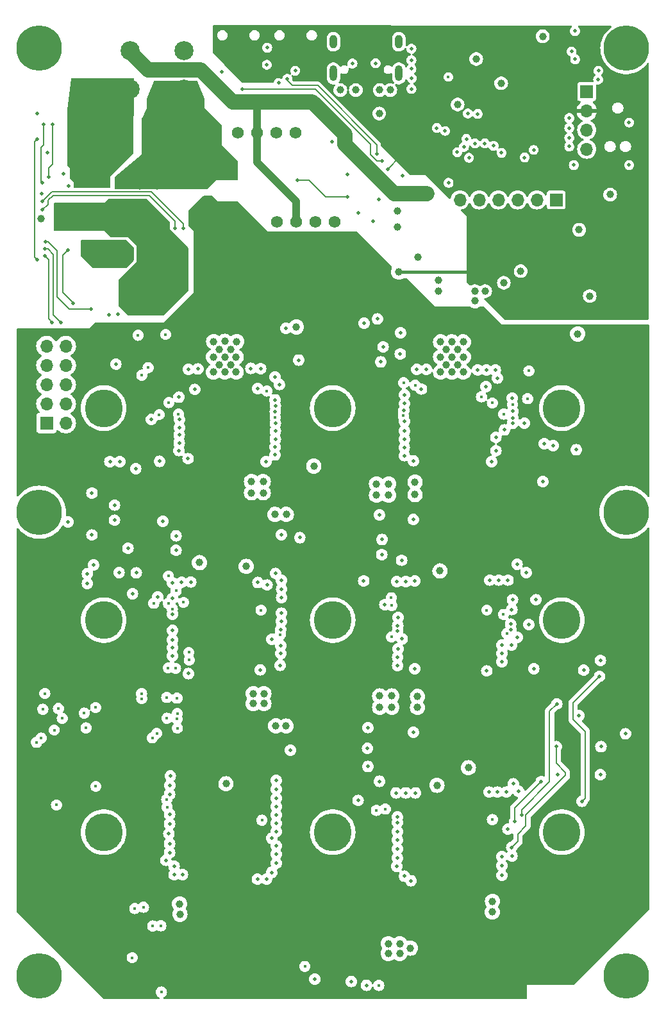
<source format=gbr>
%TF.GenerationSoftware,KiCad,Pcbnew,8.0.4*%
%TF.CreationDate,2024-08-30T10:55:45+02:00*%
%TF.ProjectId,bitaxeHex,62697461-7865-4486-9578-2e6b69636164,701*%
%TF.SameCoordinates,Original*%
%TF.FileFunction,Copper,L2,Inr*%
%TF.FilePolarity,Positive*%
%FSLAX46Y46*%
G04 Gerber Fmt 4.6, Leading zero omitted, Abs format (unit mm)*
G04 Created by KiCad (PCBNEW 8.0.4) date 2024-08-30 10:55:45*
%MOMM*%
%LPD*%
G01*
G04 APERTURE LIST*
%TA.AperFunction,ComponentPad*%
%ADD10C,0.800000*%
%TD*%
%TA.AperFunction,ComponentPad*%
%ADD11C,6.000000*%
%TD*%
%TA.AperFunction,ComponentPad*%
%ADD12C,2.520000*%
%TD*%
%TA.AperFunction,ComponentPad*%
%ADD13C,1.574800*%
%TD*%
%TA.AperFunction,ComponentPad*%
%ADD14C,5.000000*%
%TD*%
%TA.AperFunction,ComponentPad*%
%ADD15R,1.700000X1.700000*%
%TD*%
%TA.AperFunction,ComponentPad*%
%ADD16O,1.700000X1.700000*%
%TD*%
%TA.AperFunction,ComponentPad*%
%ADD17C,0.400000*%
%TD*%
%TA.AperFunction,ComponentPad*%
%ADD18O,1.000000X2.100000*%
%TD*%
%TA.AperFunction,ComponentPad*%
%ADD19O,1.000000X1.800000*%
%TD*%
%TA.AperFunction,ViaPad*%
%ADD20C,0.500000*%
%TD*%
%TA.AperFunction,ViaPad*%
%ADD21C,1.000000*%
%TD*%
%TA.AperFunction,ViaPad*%
%ADD22C,0.450000*%
%TD*%
%TA.AperFunction,Conductor*%
%ADD23C,0.200000*%
%TD*%
%TA.AperFunction,Conductor*%
%ADD24C,0.400000*%
%TD*%
%TA.AperFunction,Conductor*%
%ADD25C,2.000000*%
%TD*%
%TA.AperFunction,Conductor*%
%ADD26C,1.000000*%
%TD*%
%TA.AperFunction,Conductor*%
%ADD27C,0.300000*%
%TD*%
G04 APERTURE END LIST*
D10*
%TO.N,GND*%
%TO.C,H1*%
X51250000Y-49500000D03*
X51909010Y-47909010D03*
X51909010Y-51090990D03*
X53500000Y-47250000D03*
D11*
X53500000Y-49500000D03*
D10*
X53500000Y-51750000D03*
X55090990Y-47909010D03*
X55090990Y-51090990D03*
X55750000Y-49500000D03*
%TD*%
D12*
%TO.N,/VIN*%
%TO.C,J1*%
X65500000Y-54864000D03*
X65500000Y-49784000D03*
%TD*%
D13*
%TO.N,GND*%
%TO.C,J8*%
X79700000Y-60650000D03*
%TO.N,/VIN*%
X82240000Y-60650000D03*
%TO.N,/Fan/FAN1_TACH*%
X84780000Y-60650000D03*
%TO.N,/Fan/FAN1_PWM*%
X87320000Y-60650000D03*
%TD*%
D14*
%TO.N,*%
%TO.C,H13*%
X92250000Y-97000000D03*
%TD*%
D10*
%TO.N,N/C*%
%TO.C,H4*%
X128750000Y-172000000D03*
X129409010Y-170409010D03*
X129409010Y-173590990D03*
X131000000Y-169750000D03*
D11*
X131000000Y-172000000D03*
D10*
X131000000Y-174250000D03*
X132590990Y-170409010D03*
X132590990Y-173590990D03*
X133250000Y-172000000D03*
%TD*%
D14*
%TO.N,*%
%TO.C,H15*%
X92250000Y-153000000D03*
%TD*%
D15*
%TO.N,/5V*%
%TO.C,J6*%
X121760000Y-69500000D03*
D16*
%TO.N,GND*%
X119220000Y-69500000D03*
%TO.N,Net-(J6-Pin_3)*%
X116680000Y-69500000D03*
%TO.N,Net-(J6-Pin_4)*%
X114140000Y-69500000D03*
%TO.N,Net-(J6-Pin_5)*%
X111600000Y-69500000D03*
%TO.N,Net-(J6-Pin_6)*%
X109060000Y-69500000D03*
%TD*%
D13*
%TO.N,GND*%
%TO.C,J9*%
X84910000Y-72375000D03*
%TO.N,/VIN*%
X87450000Y-72375000D03*
%TO.N,/Fan/FAN2_TACH*%
X89990000Y-72375000D03*
%TO.N,/Fan/FAN2_PWM*%
X92530000Y-72375000D03*
%TD*%
D14*
%TO.N,*%
%TO.C,H14*%
X92250000Y-125000000D03*
%TD*%
%TO.N,*%
%TO.C,H10*%
X122500000Y-125000000D03*
%TD*%
%TO.N,*%
%TO.C,H9*%
X62000000Y-125000000D03*
%TD*%
D17*
%TO.N,GND*%
%TO.C,U3*%
X57000000Y-73030000D03*
X58400000Y-73030000D03*
X59800000Y-73030000D03*
X56000000Y-71750000D03*
X57000000Y-71750000D03*
X58400000Y-71750000D03*
X59800000Y-71750000D03*
X60800000Y-71750000D03*
X57000000Y-70470000D03*
X58400000Y-70470000D03*
X59800000Y-70470000D03*
%TD*%
D14*
%TO.N,*%
%TO.C,H12*%
X122500000Y-153000000D03*
%TD*%
%TO.N,*%
%TO.C,H8*%
X122500000Y-97000000D03*
%TD*%
%TO.N,*%
%TO.C,H7*%
X62000000Y-97000000D03*
%TD*%
D15*
%TO.N,GND*%
%TO.C,J5*%
X125800000Y-55200000D03*
D16*
%TO.N,/3V3*%
X125800000Y-57740000D03*
%TO.N,/SCL*%
X125800000Y-60280000D03*
%TO.N,/SDA*%
X125800000Y-62820000D03*
%TD*%
D10*
%TO.N,N/C*%
%TO.C,H5*%
X51250000Y-110750000D03*
X51909010Y-109159010D03*
X51909010Y-112340990D03*
X53500000Y-108500000D03*
D11*
X53500000Y-110750000D03*
D10*
X53500000Y-113000000D03*
X55090990Y-109159010D03*
X55090990Y-112340990D03*
X55750000Y-110750000D03*
%TD*%
D18*
%TO.N,GND*%
%TO.C,J7*%
X100990000Y-52800000D03*
D19*
X100990000Y-48620000D03*
D18*
X92350000Y-52800000D03*
D19*
X92350000Y-48620000D03*
%TD*%
D10*
%TO.N,GND*%
%TO.C,H2*%
X128750000Y-49500000D03*
X129409010Y-47909010D03*
X129409010Y-51090990D03*
X131000000Y-47250000D03*
D11*
X131000000Y-49500000D03*
D10*
X131000000Y-51750000D03*
X132590990Y-47909010D03*
X132590990Y-51090990D03*
X133250000Y-49500000D03*
%TD*%
%TO.N,N/C*%
%TO.C,H3*%
X51250000Y-172000000D03*
X51909010Y-170409010D03*
X51909010Y-173590990D03*
X53500000Y-169750000D03*
D11*
X53500000Y-172000000D03*
D10*
X53500000Y-174250000D03*
X55090990Y-170409010D03*
X55090990Y-173590990D03*
X55750000Y-172000000D03*
%TD*%
D14*
%TO.N,*%
%TO.C,H11*%
X62000000Y-153000000D03*
%TD*%
D10*
%TO.N,N/C*%
%TO.C,H6*%
X128750000Y-110750000D03*
X129409010Y-109159010D03*
X129409010Y-112340990D03*
X131000000Y-108500000D03*
D11*
X131000000Y-110750000D03*
D10*
X131000000Y-113000000D03*
X132590990Y-109159010D03*
X132590990Y-112340990D03*
X133250000Y-110750000D03*
%TD*%
D12*
%TO.N,GND*%
%TO.C,J2*%
X72644000Y-54864000D03*
X72644000Y-49784000D03*
%TD*%
D15*
%TO.N,unconnected-(J3-Pin_1-Pad1)*%
%TO.C,J3*%
X54450000Y-98970000D03*
D16*
%TO.N,unconnected-(J3-Pin_2-Pad2)*%
X56990000Y-98970000D03*
%TO.N,unconnected-(J3-Pin_3-Pad3)*%
X54450000Y-96430000D03*
%TO.N,unconnected-(J3-Pin_4-Pad4)*%
X56990000Y-96430000D03*
%TO.N,unconnected-(J3-Pin_5-Pad5)*%
X54450000Y-93890000D03*
%TO.N,GND*%
X56990000Y-93890000D03*
%TO.N,unconnected-(J3-Pin_7-Pad7)*%
X54450000Y-91350000D03*
%TO.N,/Power/PMB_ALRT*%
X56990000Y-91350000D03*
%TO.N,/Power/PMB_SCL*%
X54450000Y-88810000D03*
%TO.N,/Power/PMB_SDA*%
X56990000Y-88810000D03*
%TD*%
D20*
%TO.N,GND*%
X82350000Y-94425000D03*
D21*
X106200000Y-81550000D03*
D22*
X60960000Y-146950000D03*
D21*
X103500000Y-77100000D03*
D20*
X65825000Y-83275000D03*
D21*
X74422000Y-57404000D03*
D22*
X88565000Y-170715000D03*
D21*
X66800000Y-65150000D03*
X108750000Y-56900000D03*
X99850000Y-55000000D03*
X66800000Y-67625000D03*
D20*
X63200000Y-73600000D03*
D21*
X78000000Y-88180000D03*
X108750000Y-89250000D03*
D20*
X63200000Y-71200000D03*
D21*
X109500000Y-88250000D03*
X114500000Y-54100000D03*
X109500000Y-90250000D03*
D20*
X64200000Y-72800000D03*
D21*
X128900000Y-68800000D03*
X124800000Y-73450000D03*
X98025000Y-107000000D03*
D20*
X64200000Y-71800000D03*
D21*
X73152000Y-57404000D03*
X78000000Y-90250000D03*
D20*
X74025000Y-94527200D03*
X64125000Y-104050000D03*
X64200000Y-69800000D03*
D21*
X108000000Y-88250000D03*
D20*
X95600000Y-71250000D03*
X63900000Y-67425000D03*
D21*
X120000000Y-47900000D03*
X106500000Y-88250000D03*
X78740000Y-64516000D03*
D20*
X84675000Y-100025000D03*
D21*
X100800000Y-73050000D03*
X79500000Y-90250000D03*
D20*
X77600000Y-52550000D03*
X83600000Y-49400000D03*
D21*
X117072050Y-78910200D03*
X106500000Y-90250000D03*
D20*
X96400000Y-85800000D03*
D21*
X99625000Y-108500000D03*
X89750000Y-104650000D03*
X126200000Y-82200000D03*
X76500000Y-92250000D03*
X78750000Y-89250000D03*
X72898000Y-67564000D03*
D20*
X69700000Y-78875000D03*
D21*
X107250000Y-89250000D03*
X77250000Y-91250000D03*
X73406000Y-59200000D03*
D20*
X63200000Y-70000000D03*
D21*
X98025000Y-108500000D03*
D20*
X103969851Y-94471388D03*
X117575000Y-98975000D03*
X124425000Y-102500000D03*
D21*
X106200000Y-80100000D03*
X114850000Y-80450000D03*
X111200000Y-50900000D03*
D20*
X116000000Y-99020000D03*
X101175000Y-89850000D03*
D21*
X107250000Y-91250000D03*
X78750000Y-91250000D03*
X106500000Y-92250000D03*
X71882000Y-57404000D03*
D20*
X72000000Y-99550000D03*
D21*
X108000000Y-92250000D03*
X78000000Y-92250000D03*
X78950000Y-65600000D03*
X71375000Y-67600000D03*
X69075000Y-67625000D03*
D20*
X65800000Y-82325000D03*
D21*
X74422000Y-59182000D03*
X77250000Y-89250000D03*
D20*
X69700000Y-80000000D03*
D21*
X66825000Y-66400000D03*
X99625000Y-107000000D03*
D20*
X112498672Y-94158672D03*
D21*
X87437500Y-86275000D03*
D20*
X65825000Y-84225000D03*
D21*
X71374000Y-59182000D03*
D20*
X63200000Y-72400000D03*
X64200000Y-70800000D03*
D21*
X72390000Y-59182000D03*
X76500000Y-90250000D03*
X84625000Y-111025000D03*
X93250000Y-55000000D03*
X79550000Y-88220000D03*
X100775000Y-70975000D03*
D20*
X94225000Y-66175000D03*
D22*
X60940000Y-136530000D03*
D21*
X76530000Y-88210000D03*
D20*
X131400000Y-59300000D03*
X85100000Y-54050000D03*
D21*
X108000000Y-90250000D03*
D20*
X120000000Y-106700000D03*
D21*
X70612000Y-57404000D03*
D20*
X65850000Y-78850000D03*
X87750000Y-90650000D03*
D21*
X98400000Y-58100000D03*
D20*
X101725000Y-100000000D03*
D21*
X124600000Y-87200000D03*
D20*
X64200000Y-73800000D03*
D21*
X108750000Y-91250000D03*
X68072000Y-60198000D03*
X109500000Y-92250000D03*
D20*
X63425000Y-109800000D03*
D21*
X86125000Y-111025000D03*
X79500000Y-92250000D03*
D20*
%TO.N,/VDD*%
X75975000Y-82300000D03*
D21*
X108000000Y-157750000D03*
X77825000Y-84200000D03*
X78750000Y-158750000D03*
X108750000Y-158750000D03*
X105750000Y-158750000D03*
X76454000Y-72390000D03*
X109500000Y-159750000D03*
X80025000Y-84175000D03*
X81475000Y-78325000D03*
X108000000Y-159750000D03*
X79225000Y-79175000D03*
X76500000Y-159750000D03*
X81475000Y-76050000D03*
X107250000Y-160750000D03*
X78925000Y-84175000D03*
X78750000Y-160750000D03*
X81975000Y-81400000D03*
D20*
X124780000Y-140100000D03*
D21*
X81475000Y-73725000D03*
X78000000Y-159750000D03*
D20*
X124080000Y-131600000D03*
D21*
X109500000Y-157750000D03*
D20*
X124130000Y-146370000D03*
D21*
X106500000Y-159750000D03*
X76500000Y-157750000D03*
X106500000Y-157750000D03*
X110250000Y-158750000D03*
X108750000Y-160750000D03*
X77250000Y-160750000D03*
X79250000Y-75000000D03*
X79150000Y-81725000D03*
X79500000Y-159750000D03*
D20*
X74875000Y-78875000D03*
D21*
X75750000Y-158750000D03*
X79500000Y-157750000D03*
X77000000Y-78350000D03*
D20*
X74900000Y-80000000D03*
X75975000Y-84175000D03*
D21*
X80850000Y-83375000D03*
X77550000Y-71150000D03*
X78000000Y-157750000D03*
X75050000Y-72050000D03*
X77400000Y-73350000D03*
X77250000Y-158750000D03*
X107250000Y-158750000D03*
X81625000Y-82525000D03*
X79000000Y-71150000D03*
D20*
X94725000Y-80150000D03*
D21*
X75200000Y-73950000D03*
X77000000Y-76150000D03*
D20*
X75975000Y-83225000D03*
D21*
X73850000Y-72100000D03*
X80250000Y-158750000D03*
D20*
%TO.N,/ESP32/EN*%
X102650000Y-49550000D03*
X124275000Y-50938100D03*
X87300000Y-52450000D03*
%TO.N,/5V*%
X96350000Y-119800000D03*
X96900000Y-139175000D03*
X98150000Y-85225000D03*
X98725000Y-116325000D03*
X96850000Y-141925000D03*
X98425000Y-111100000D03*
X98900000Y-88895000D03*
D21*
X111050000Y-82800000D03*
X111050000Y-81550000D03*
X112400000Y-81550000D03*
D20*
X95600000Y-148800000D03*
X98587500Y-90900000D03*
X98775000Y-114348100D03*
X92175000Y-61850000D03*
X96900000Y-144325000D03*
%TO.N,/3V3*%
X80050000Y-53250000D03*
D21*
X106200000Y-49100000D03*
X126300000Y-69200000D03*
D20*
X130300000Y-55700000D03*
D22*
X59670000Y-139220000D03*
D20*
X87550000Y-66925000D03*
D22*
X55770000Y-149400000D03*
D21*
X125200000Y-84600000D03*
D22*
X59430000Y-137270000D03*
D20*
X99550000Y-65425000D03*
D22*
X53120000Y-141130000D03*
D21*
X121322050Y-77710200D03*
D20*
X106100000Y-67100000D03*
X87775000Y-53350000D03*
X94200000Y-69125000D03*
D21*
X100975000Y-79025000D03*
D22*
%TO.N,/SCL*%
X65770000Y-169560000D03*
D20*
X96700000Y-173200000D03*
D22*
X54230000Y-134680000D03*
D20*
X94700000Y-172700000D03*
X62725000Y-84650000D03*
X89900000Y-172400000D03*
X118800000Y-62900000D03*
X98126900Y-63401537D03*
X86250000Y-53525000D03*
D22*
X98340000Y-173230000D03*
X55470000Y-139510000D03*
D20*
%TO.N,Net-(U3-BP1V5)*%
X53250000Y-61450000D03*
X53225000Y-77375000D03*
%TO.N,Net-(U3-AVIN)*%
X56725000Y-66050000D03*
%TO.N,Net-(U3-VDD5)*%
X57350000Y-67675000D03*
%TO.N,Net-(U3-VOSNS)*%
X53900000Y-69725000D03*
X72500000Y-73250000D03*
%TO.N,/ESP32/P_TX*%
X127350000Y-52450000D03*
%TO.N,/ESP32/P_RX*%
X127300000Y-53600000D03*
%TO.N,/ESP32/IO0*%
X83550000Y-51650000D03*
X124250000Y-47200000D03*
X124100000Y-64900000D03*
X131400000Y-64900000D03*
%TO.N,/Power/PGOOD*%
X60325000Y-83875000D03*
X107550000Y-67250000D03*
X98325000Y-69400000D03*
X101450000Y-66275000D03*
X54300000Y-75025000D03*
%TO.N,Net-(U3-GOSNS)*%
X53875000Y-70825000D03*
X71425000Y-73250000D03*
%TO.N,/SDA*%
X63900000Y-84600000D03*
D22*
X53750000Y-140560000D03*
X53970000Y-136760000D03*
D20*
X98775000Y-64375000D03*
X80300000Y-54897600D03*
X117600000Y-63900000D03*
D22*
X69630000Y-174100000D03*
D20*
%TO.N,Net-(U12-VDD3_0)*%
X101700000Y-103275000D03*
X84625000Y-103175000D03*
%TO.N,Net-(U13-INV_CLKO)*%
X85475000Y-119725000D03*
%TO.N,Net-(U13-CLKO)*%
X85365000Y-126220000D03*
X100827160Y-126423085D03*
%TO.N,Net-(U12-VDD2_0)*%
X101700000Y-102200000D03*
X84650000Y-102150000D03*
%TO.N,/NRSTI*%
X116046777Y-98318355D03*
%TO.N,/RO*%
X115975000Y-95675000D03*
D22*
%TO.N,/CI*%
X116000000Y-96510000D03*
X118160000Y-92080000D03*
X118000000Y-95750000D03*
D20*
%TO.N,Net-(U12-VDD1_0)*%
X84676432Y-101098465D03*
X101725000Y-101100000D03*
%TO.N,Net-(U12-VDD1_1)*%
X71975000Y-100530000D03*
%TO.N,Net-(U12-VDD2_1)*%
X71975000Y-101600000D03*
%TO.N,Net-(U12-VDD3_1)*%
X71950000Y-102590000D03*
%TO.N,Net-(U18-VDD1_0)*%
X114600000Y-128300000D03*
%TO.N,Net-(U18-VDD2_0)*%
X114600000Y-129400000D03*
%TO.N,Net-(U18-VDD3_0)*%
X114600000Y-130500000D03*
D21*
%TO.N,/VIN*%
X60725000Y-61300000D03*
X59475000Y-67350000D03*
X102800000Y-68675000D03*
X60725000Y-67300000D03*
X58400000Y-59300000D03*
X58400000Y-65300000D03*
X58400000Y-63300000D03*
X103900000Y-68675000D03*
X105000000Y-68675000D03*
X60725000Y-59300000D03*
X60725000Y-65300000D03*
X58400000Y-61300000D03*
X60725000Y-63300000D03*
D20*
%TO.N,Net-(U3-VSEL)*%
X53875000Y-67225000D03*
X54075000Y-59575000D03*
%TO.N,Net-(J6-Pin_4)*%
X113500000Y-62350000D03*
%TO.N,Net-(J6-Pin_6)*%
X111050000Y-62047600D03*
%TO.N,Net-(J6-Pin_3)*%
X114550000Y-63300000D03*
%TO.N,Net-(J6-Pin_5)*%
X112350000Y-62047600D03*
%TO.N,Net-(U25-VDD1_1)*%
X100700000Y-157500000D03*
X84200000Y-158300000D03*
%TO.N,Net-(U25-VDD2_1)*%
X83500000Y-159200000D03*
X101700000Y-158800000D03*
%TO.N,Net-(U25-VDD3_1)*%
X82300000Y-159200000D03*
X102600000Y-159400000D03*
%TO.N,Net-(U6-GPIO6{slash}TOUCH6{slash}ADC1_CH5)*%
X102700000Y-53450000D03*
%TO.N,/ESP32/ASIC_RST*%
X109900000Y-61450000D03*
%TO.N,/ESP32/ESP32_TX*%
X107100000Y-60400000D03*
%TO.N,/ESP32/ESP32_RX*%
X106000000Y-60000000D03*
%TO.N,Net-(U6-GPIO7{slash}TOUCH7{slash}ADC1_CH6)*%
X102650000Y-54850000D03*
%TO.N,Net-(U6-GPIO8{slash}TOUCH8{slash}ADC1_CH7{slash}SUBSPICS1)*%
X110100000Y-58100000D03*
%TO.N,Net-(J7-CC1)*%
X97920000Y-51460000D03*
%TO.N,Net-(J7-CC2)*%
X94860000Y-51500000D03*
%TO.N,/Power/PMB_ALRT*%
X57245199Y-76145199D03*
X57975000Y-83125000D03*
%TO.N,Net-(U6-GPIO9{slash}TOUCH9{slash}ADC1_CH8{slash}FSPIHD{slash}SUBSPIHD)*%
X111400000Y-58147600D03*
%TO.N,Net-(U18-CLKO)*%
X115790000Y-126220000D03*
%TO.N,Net-(U12-INV_CLKO)*%
X84625000Y-92875000D03*
%TO.N,Net-(U12-CLKO)*%
X71950000Y-95550000D03*
%TO.N,Net-(U18-INV_CLKO)*%
X116600000Y-117600000D03*
%TO.N,Net-(U25-INV_CLKO)*%
X116100000Y-146600000D03*
%TO.N,Net-(U6-GPIO12{slash}TOUCH12{slash}ADC2_CH1{slash}FSPICLK{slash}FSPIIO6{slash}SUBSPICLK)*%
X110250000Y-63950000D03*
%TO.N,Net-(U6-GPIO14{slash}TOUCH14{slash}ADC2_CH3{slash}FSPIWP{slash}FSPIDQS{slash}SUBSPIWP)*%
X109600000Y-62500000D03*
%TO.N,Net-(U6-SPIIO6{slash}GPIO35{slash}FSPID{slash}SUBSPID)*%
X123500000Y-62448100D03*
%TO.N,Net-(U6-SPIIO7{slash}GPIO36{slash}FSPICLK{slash}SUBSPICLK)*%
X123500000Y-61300000D03*
%TO.N,Net-(U6-SPIDQS{slash}GPIO37{slash}FSPIQ{slash}SUBSPIQ)*%
X123500000Y-60000000D03*
%TO.N,Net-(U6-GPIO38{slash}FSPIWP{slash}SUBSPIWP)*%
X123500000Y-58700000D03*
D21*
%TO.N,Net-(J7-VBUS-PadA4)*%
X98450000Y-55000000D03*
X95300000Y-55000000D03*
D20*
%TO.N,Net-(U13-VDD3_1)*%
X71100000Y-129700000D03*
%TO.N,Net-(U13-VDD2_1)*%
X71100000Y-128600000D03*
%TO.N,Net-(U13-VDD1_1)*%
X71090000Y-127590000D03*
%TO.N,Net-(U3-MSEL1)*%
X53850000Y-68675000D03*
%TO.N,/ESP32/VDD_SAMPLE*%
X123800000Y-49900000D03*
%TO.N,/Power/SW*%
X65025000Y-75575000D03*
X65075000Y-77500000D03*
X61675000Y-76675000D03*
X65050000Y-76550000D03*
X59650000Y-75775000D03*
X61025000Y-75750000D03*
X60300000Y-76675000D03*
%TO.N,Net-(U3-MSEL2)*%
X55275000Y-59575000D03*
X54750000Y-66475000D03*
D21*
%TO.N,/Power/AGND*%
X53700000Y-72000000D03*
D20*
X53175000Y-58075000D03*
X54550000Y-63250000D03*
%TO.N,/Power/PMB_SCL*%
X54250718Y-76926555D03*
X55175000Y-85675000D03*
%TO.N,/Power/PMB_SDA*%
X54225000Y-75975000D03*
X56325000Y-85675000D03*
%TO.N,/SMB_ALRT*%
X108700000Y-63200000D03*
X97550000Y-72350000D03*
X63600000Y-91175000D03*
%TO.N,Net-(U28-VDD1_0)*%
X114925000Y-99875000D03*
%TO.N,Net-(U28-VDD2_0)*%
X113800000Y-100875000D03*
%TO.N,/BM1368-1/1V2*%
X74450000Y-91825000D03*
X121375000Y-101950000D03*
X111400000Y-91950000D03*
X101200000Y-87050000D03*
X86050000Y-86475000D03*
X104625000Y-91875000D03*
X81450000Y-91750000D03*
%TO.N,Net-(U28-VDD3_0)*%
X113800000Y-102600000D03*
D21*
%TO.N,/BM1368-1/VDD1*%
X83075000Y-108175000D03*
D20*
X101430000Y-127470000D03*
X84700000Y-118825000D03*
X102900000Y-111700000D03*
X125400000Y-131600000D03*
X71100000Y-126350000D03*
X84220000Y-127510000D03*
X57300000Y-112025000D03*
X69825000Y-111950000D03*
D21*
X80825000Y-117895000D03*
X81525000Y-108175000D03*
D20*
X100700000Y-119900000D03*
D21*
X100050000Y-136500000D03*
X83075000Y-106700000D03*
D20*
X73150000Y-103675000D03*
D21*
X74650000Y-117400000D03*
X86100000Y-138975000D03*
D20*
X71550000Y-115775000D03*
X113225000Y-104050000D03*
D21*
X100050000Y-135000000D03*
X84725000Y-138950000D03*
D20*
X115400000Y-119700000D03*
X102900000Y-103950000D03*
D21*
X103125000Y-106750000D03*
X98450000Y-136500000D03*
D20*
X115900000Y-128300000D03*
D21*
X98450000Y-135000000D03*
D20*
X87900000Y-114100000D03*
X71100000Y-120050000D03*
X101350000Y-117075000D03*
D21*
X103125000Y-108425000D03*
X106425000Y-118500000D03*
X81525000Y-106700000D03*
D20*
X83430000Y-104050000D03*
X124780000Y-137600000D03*
%TO.N,/BM1368-2/0V8*%
X72300000Y-120000000D03*
X114200000Y-119700000D03*
X83575000Y-120350000D03*
X101900000Y-119900000D03*
%TO.N,/BM1368-2/1V2*%
X82375000Y-120025000D03*
X73500000Y-119950000D03*
X113000000Y-119700000D03*
X85450000Y-113700000D03*
X103100000Y-119800000D03*
%TO.N,/BM1368-2/VDD2*%
X115200000Y-147700000D03*
X115920000Y-156140000D03*
D21*
X81750000Y-134700000D03*
D20*
X102900000Y-139775000D03*
X73175000Y-132050000D03*
D21*
X99600000Y-167700000D03*
D20*
X100600000Y-147800000D03*
X103100000Y-131400000D03*
X84800000Y-157100000D03*
D21*
X106025000Y-146800000D03*
D20*
X62825000Y-104050000D03*
D21*
X101100000Y-167700000D03*
D20*
X70200000Y-156700000D03*
D21*
X99600000Y-169000000D03*
X101100000Y-169000000D03*
D20*
X100800000Y-156400000D03*
D21*
X110175000Y-144475000D03*
X83150000Y-136000000D03*
D20*
X130925000Y-140000000D03*
X112600000Y-131700000D03*
D21*
X103450000Y-136525000D03*
X113350000Y-162125000D03*
D20*
X63425000Y-111800000D03*
X86675000Y-142175000D03*
D21*
X103450000Y-135075000D03*
X72075000Y-163825000D03*
X102500000Y-168300000D03*
D20*
X98425000Y-146275000D03*
D21*
X81750000Y-136000000D03*
D20*
X82700000Y-131550000D03*
D21*
X78150000Y-146600000D03*
X72025000Y-162475000D03*
X113325000Y-163525000D03*
X83150000Y-134700000D03*
D20*
X70700000Y-148000000D03*
X64025000Y-118700000D03*
X84800000Y-148500000D03*
%TO.N,Net-(U13-VDD3_0)*%
X100825000Y-131000000D03*
X85325000Y-130950000D03*
%TO.N,Net-(U13-VDD2_0)*%
X100825000Y-129875000D03*
X85400000Y-129400000D03*
%TO.N,Net-(U13-VDD1_0)*%
X85400000Y-128350000D03*
X100875000Y-128800000D03*
%TO.N,Net-(U25-VDD1_0)*%
X114600000Y-156200000D03*
%TO.N,Net-(U25-VDD2_0)*%
X114600000Y-157400000D03*
%TO.N,/BM1368-3/0V8*%
X114000000Y-147700000D03*
X70725000Y-146800000D03*
X84800000Y-147300000D03*
X101900000Y-147800000D03*
%TO.N,/BM1368-3/1V2*%
X103200000Y-147800000D03*
X70800000Y-145575000D03*
X84775000Y-146125000D03*
X112900000Y-147700000D03*
%TO.N,Net-(U25-VDD3_0)*%
X114620000Y-158700000D03*
%TO.N,Net-(U27-VDD3_1)*%
X72400000Y-158600000D03*
%TO.N,Net-(U27-VDD2_1)*%
X71300000Y-158600000D03*
%TO.N,Net-(U27-VDD1_1)*%
X71300000Y-157500000D03*
D22*
%TO.N,/BM1368-1/TEMP_N1*%
X67030089Y-135352894D03*
X101620000Y-93650000D03*
X66110000Y-163080000D03*
%TO.N,/BM1368-1/TEMP_P1*%
X67260000Y-162910000D03*
X103150000Y-93990000D03*
X67010000Y-134700000D03*
%TO.N,/BM1368-1/TEMP_P2*%
X67040000Y-92640000D03*
X70550000Y-119170000D03*
X70530000Y-122800000D03*
%TO.N,/BM1368-1/TEMP_N2*%
X67870000Y-91650000D03*
%TO.N,/BM1368-2/TEMP_P3*%
X71490000Y-131370000D03*
X71680000Y-135290000D03*
X73300000Y-130260000D03*
X71720000Y-137320000D03*
X71566506Y-121063494D03*
%TO.N,/BM1368-2/TEMP_N3*%
X70520000Y-131290000D03*
X70350000Y-137940000D03*
X72550000Y-122640000D03*
X70330000Y-135200000D03*
X73245963Y-129252200D03*
%TO.N,/BM1368-2/TEMP_P4*%
X99990000Y-122040000D03*
%TO.N,/BM1368-2/TEMP_N4*%
X71730000Y-139250000D03*
X100070000Y-123070000D03*
X71710000Y-138050000D03*
%TO.N,/BM1368-3/TEMP_P5*%
X99190000Y-149931800D03*
X69010000Y-139930000D03*
X69540000Y-165350000D03*
%TO.N,/BM1368-3/TEMP_N5*%
X68480000Y-165370000D03*
X98030000Y-150120000D03*
X68420000Y-140540000D03*
%TO.N,/BM1368-3/TEMP_N6*%
X70380000Y-149680000D03*
%TO.N,/BM1368-3/TEMP_P6*%
X70320000Y-148670000D03*
%TO.N,/BM1368-1/BI1*%
X114844000Y-97790989D03*
X113338901Y-96318901D03*
D20*
X116050000Y-97400000D03*
%TO.N,Net-(U12-NRSTI)*%
X84675000Y-98975000D03*
X101725000Y-98750000D03*
%TO.N,/BM1368-1/CO*%
X65200000Y-115500000D03*
D22*
X71882000Y-97790000D03*
X69342000Y-97853200D03*
%TO.N,/BM1368-2/CI2*%
X68610000Y-122760000D03*
D20*
X66300000Y-118747600D03*
D22*
X71074899Y-123522262D03*
D20*
%TO.N,/BM1368-1/NRSTO*%
X72000000Y-98500000D03*
X60675000Y-117700000D03*
X68300000Y-98500000D03*
%TO.N,/BM1368-2/NRSTI2*%
X59850000Y-118850000D03*
X60450000Y-113750000D03*
X71100000Y-122100000D03*
%TO.N,Net-(U13-NRSTO)*%
X85500000Y-122025000D03*
X99140000Y-122950000D03*
D22*
%TO.N,/BM1368-1/BO*%
X70612000Y-96266000D03*
D20*
%TO.N,/BM1368-2/BI2*%
X69130000Y-121910000D03*
X59850000Y-120150000D03*
X60450000Y-108200000D03*
%TO.N,/BM1368-2/RO2*%
X66225000Y-104975000D03*
X65800000Y-121500000D03*
X71100000Y-124200000D03*
%TO.N,/BM1368-1/RI*%
X69375000Y-104025000D03*
%TO.N,/BM1368-2/CO*%
X127600000Y-145400000D03*
X118800000Y-131400000D03*
X116640000Y-127243200D03*
%TO.N,/BM1368-3/CI3*%
X127680000Y-141700000D03*
%TO.N,/BM1368-2/NRSTO*%
X119100000Y-122300000D03*
X116000000Y-122300000D03*
X122000000Y-145400000D03*
%TO.N,/BM1368-3/NRSTI3*%
X115900000Y-155000000D03*
X121780000Y-141700000D03*
%TO.N,Net-(U25-NRSTO)*%
X100800000Y-155200000D03*
X84800000Y-155900000D03*
%TO.N,/BM1368-2/BO*%
X115910000Y-123600000D03*
D22*
X115270000Y-126760000D03*
X114808494Y-124238494D03*
D20*
%TO.N,/BM1368-3/BI3*%
X121842500Y-136037500D03*
X117200000Y-150720000D03*
%TO.N,/BM1368-3/RO3*%
X127500000Y-132400000D03*
X125200000Y-148900000D03*
X115400000Y-152600000D03*
%TO.N,/BM1368-2/RI*%
X127600000Y-130300000D03*
X118140000Y-125550000D03*
X115744726Y-125518256D03*
D22*
%TO.N,Net-(U28-LITE_PAD)*%
X111900000Y-95506200D03*
%TO.N,Net-(U12-LITE_PAD)*%
X83557165Y-94747166D03*
%TO.N,Net-(U13-LITE_PAD)*%
X82790000Y-123670000D03*
%TO.N,Net-(U18-LITE_PAD)*%
X112605237Y-123668766D03*
%TO.N,Net-(U27-LITE_PAD)*%
X82900000Y-151407800D03*
%TO.N,Net-(U25-LITE_PAD)*%
X113340000Y-151320000D03*
%TO.N,/ESP32/ALERT_TEMP*%
X66550000Y-87380000D03*
X56010000Y-136660002D03*
D20*
X102650000Y-51050000D03*
D22*
%TO.N,/ESP32/OVERT_TEMP*%
X70180000Y-87270000D03*
X56520000Y-137960002D03*
X107520000Y-53270000D03*
D20*
X102650000Y-52200000D03*
%TO.N,Net-(U28-ROSC_SEL)*%
X114025000Y-93025000D03*
%TO.N,Net-(U28-INV_CLKO)*%
X113725000Y-91950000D03*
%TO.N,Net-(U12-ROSC_SEL)*%
X85200000Y-93875000D03*
%TO.N,Net-(U18-ROSC_SEL)*%
X117800000Y-118700000D03*
%TO.N,Net-(U13-ROSC_SEL)*%
X85500000Y-120875000D03*
%TO.N,Net-(U25-ROSC_SEL)*%
X116800000Y-147600000D03*
%TO.N,Net-(U27-ROSC_SEL)*%
X84800000Y-150700000D03*
%TO.N,Net-(U27-INV_CLKO)*%
X84800000Y-149600000D03*
%TO.N,/BM1368-3/NRSTO3*%
X70700000Y-155700000D03*
%TO.N,/BM1368-3/BO3*%
X70700000Y-154500000D03*
%TO.N,/BM1368-3/RI3*%
X70610000Y-153200000D03*
%TO.N,/BM1368-3/CLKO3*%
X70700000Y-151900000D03*
%TO.N,/BM1368-3/CO3*%
X70700000Y-150600000D03*
%TO.N,Net-(U12-BI)*%
X84650000Y-95900000D03*
X101725000Y-95225000D03*
%TO.N,Net-(U12-CLKI)*%
X84675000Y-96665000D03*
X101725000Y-96400000D03*
%TO.N,Net-(U12-RO)*%
X101622500Y-97320000D03*
X84660000Y-97480000D03*
D22*
%TO.N,Net-(U12-CI)*%
X84650000Y-98190000D03*
X101580000Y-98000000D03*
D20*
%TO.N,/BM1368-2/CLKI2*%
X71550000Y-113850000D03*
D22*
%TO.N,Net-(U13-BO)*%
X100010000Y-127210000D03*
X85336289Y-126897594D03*
D20*
%TO.N,Net-(U13-RI)*%
X100840000Y-125720000D03*
X85450000Y-125150000D03*
%TO.N,Net-(U13-CO)*%
X85475000Y-124075000D03*
X100900000Y-124625000D03*
%TO.N,/BM1368-1/CLKI1*%
X120200000Y-101700000D03*
%TO.N,/BM1368-3/CLKI3*%
X116300000Y-151600000D03*
X119800000Y-146300000D03*
%TO.N,Net-(U25-CLKO)*%
X84800000Y-152900000D03*
X100800000Y-151700000D03*
%TO.N,Net-(U25-CO)*%
X84800000Y-154800000D03*
X100800000Y-154000000D03*
%TO.N,Net-(U25-RI)*%
X100800000Y-152900000D03*
X84200000Y-153800000D03*
%TO.N,Net-(U25-BO)*%
X84800000Y-151800000D03*
X100800000Y-150996797D03*
%TO.N,BM1368-1/0V8*%
X73200000Y-91875000D03*
X103350000Y-91900000D03*
X82725000Y-91775000D03*
X112550000Y-91975000D03*
%TD*%
D23*
%TO.N,/3V3*%
X89125000Y-66925000D02*
X87550000Y-66925000D01*
X99550000Y-65425000D02*
X101175000Y-63800000D01*
X94200000Y-69125000D02*
X91325000Y-69125000D01*
X91325000Y-69125000D02*
X89125000Y-66925000D01*
D24*
X100975000Y-79025000D02*
X110500000Y-79025000D01*
D23*
%TO.N,/SCL*%
X86250000Y-53700000D02*
X86250000Y-53525000D01*
X98126900Y-62236900D02*
X90290000Y-54400000D01*
X98126900Y-63401537D02*
X98126900Y-62236900D01*
X90290000Y-54400000D02*
X86950000Y-54400000D01*
X86950000Y-54400000D02*
X86250000Y-53700000D01*
%TO.N,Net-(U3-BP1V5)*%
X52875000Y-77025000D02*
X52875000Y-61825000D01*
X53225000Y-77375000D02*
X52875000Y-77025000D01*
X52875000Y-61825000D02*
X53250000Y-61450000D01*
%TO.N,Net-(U3-VOSNS)*%
X72500000Y-73250000D02*
X72500000Y-72616902D01*
X55185000Y-68440000D02*
X53900000Y-69725000D01*
X68323098Y-68440000D02*
X55185000Y-68440000D01*
X72500000Y-72616902D02*
X68323098Y-68440000D01*
%TO.N,/Power/PGOOD*%
X54670730Y-75025000D02*
X54300000Y-75025000D01*
X55870000Y-76224270D02*
X54670730Y-75025000D01*
X55870000Y-82295000D02*
X55870000Y-76224270D01*
X60325000Y-83875000D02*
X57450000Y-83875000D01*
X57450000Y-83875000D02*
X55870000Y-82295000D01*
%TO.N,Net-(U3-GOSNS)*%
X55335100Y-68902400D02*
X54675000Y-69562500D01*
X71425000Y-73250000D02*
X71425000Y-72300000D01*
X68027400Y-68902400D02*
X55335100Y-68902400D01*
X54675000Y-69562500D02*
X54675000Y-70075000D01*
X54675000Y-70075000D02*
X53925000Y-70825000D01*
X53925000Y-70825000D02*
X53875000Y-70825000D01*
X71425000Y-72300000D02*
X68027400Y-68902400D01*
%TO.N,/SDA*%
X97225000Y-62200000D02*
X97225000Y-63475000D01*
X89925000Y-54900000D02*
X97225000Y-62200000D01*
X97225000Y-63475000D02*
X98125000Y-64375000D01*
X80302400Y-54900000D02*
X89925000Y-54900000D01*
X98125000Y-64375000D02*
X98775000Y-64375000D01*
X80300000Y-54897600D02*
X80302400Y-54900000D01*
D25*
%TO.N,/VIN*%
X104725000Y-68675000D02*
X100500000Y-68675000D01*
D26*
X82240000Y-64490000D02*
X87450000Y-69700000D01*
D25*
X67840000Y-52324000D02*
X74824000Y-52324000D01*
X74824000Y-52324000D02*
X79050000Y-56550000D01*
X89550000Y-56550000D02*
X93825000Y-60825000D01*
X65500000Y-49984000D02*
X67840000Y-52324000D01*
D26*
X82240000Y-60650000D02*
X82240000Y-64490000D01*
D25*
X65500000Y-49784000D02*
X65500000Y-49984000D01*
D26*
X87450000Y-69700000D02*
X87450000Y-72375000D01*
D25*
X93825000Y-62150000D02*
X100350000Y-68675000D01*
X93825000Y-60825000D02*
X93825000Y-62150000D01*
X82200000Y-56550000D02*
X89550000Y-56550000D01*
X79050000Y-56550000D02*
X82200000Y-56550000D01*
D26*
X82240000Y-60650000D02*
X82240000Y-56590000D01*
D25*
X100350000Y-68675000D02*
X100500000Y-68675000D01*
D27*
X82240000Y-56590000D02*
X82200000Y-56550000D01*
D23*
%TO.N,Net-(U3-VSEL)*%
X53875000Y-67225000D02*
X53750000Y-67100000D01*
X53750000Y-62575000D02*
X54075000Y-62250000D01*
X54075000Y-62250000D02*
X54075000Y-59575000D01*
X53750000Y-67100000D02*
X53750000Y-62575000D01*
%TO.N,/Power/PMB_ALRT*%
X56590000Y-81690000D02*
X57975000Y-83075000D01*
X57975000Y-83075000D02*
X57975000Y-83125000D01*
X57245199Y-76145199D02*
X56590000Y-76800398D01*
X56590000Y-76800398D02*
X56590000Y-81690000D01*
%TO.N,Net-(U3-MSEL2)*%
X54750000Y-65325000D02*
X54750000Y-66475000D01*
X55275000Y-59575000D02*
X55275000Y-64800000D01*
X55275000Y-64800000D02*
X54750000Y-65325000D01*
%TO.N,/Power/PMB_SCL*%
X55175000Y-85675000D02*
X54710000Y-85210000D01*
X54710000Y-85210000D02*
X54710000Y-77385837D01*
X54710000Y-77385837D02*
X54250718Y-76926555D01*
%TO.N,/Power/PMB_SDA*%
X55360000Y-84710000D02*
X55360000Y-76712367D01*
X55360000Y-76712367D02*
X54622633Y-75975000D01*
X54622633Y-75975000D02*
X54225000Y-75975000D01*
X56325000Y-85675000D02*
X55360000Y-84710000D01*
%TO.N,/BM1368-3/NRSTI3*%
X115900000Y-155000000D02*
X116700000Y-154200000D01*
X117760000Y-152160000D02*
X117760000Y-150740000D01*
X117760000Y-150740000D02*
X123000000Y-145500000D01*
X123000000Y-145100000D02*
X121780000Y-143880000D01*
X116700000Y-153220000D02*
X117760000Y-152160000D01*
X123000000Y-145500000D02*
X123000000Y-145100000D01*
X116700000Y-154200000D02*
X116700000Y-153220000D01*
X121780000Y-143880000D02*
X121780000Y-141700000D01*
%TO.N,/BM1368-3/BI3*%
X120900000Y-146300000D02*
X120900000Y-136980000D01*
X120900000Y-136980000D02*
X121842500Y-136037500D01*
X117200000Y-150720000D02*
X117200000Y-150000000D01*
X117200000Y-150000000D02*
X120900000Y-146300000D01*
%TO.N,/BM1368-3/RO3*%
X124000000Y-135900000D02*
X124000000Y-138100000D01*
X125600000Y-148500000D02*
X125200000Y-148900000D01*
X125600000Y-139700000D02*
X125600000Y-148500000D01*
X127500000Y-132400000D02*
X124000000Y-135900000D01*
X124000000Y-138100000D02*
X125600000Y-139700000D01*
%TO.N,/BM1368-3/CLKI3*%
X119800000Y-146300000D02*
X116300000Y-149800000D01*
X116300000Y-149800000D02*
X116300000Y-151600000D01*
%TD*%
%TA.AperFunction,Conductor*%
%TO.N,/Power/SW*%
G36*
X62921885Y-74801262D02*
G01*
X62926381Y-74801908D01*
X62951362Y-74805500D01*
X64979138Y-74805500D01*
X65046177Y-74825185D01*
X65066819Y-74841819D01*
X65933181Y-75708181D01*
X65966666Y-75769504D01*
X65969500Y-75795862D01*
X65969500Y-77454138D01*
X65949815Y-77521177D01*
X65933181Y-77541819D01*
X65036319Y-78438681D01*
X64974996Y-78472166D01*
X64948638Y-78475000D01*
X60601362Y-78475000D01*
X60534323Y-78455315D01*
X60513681Y-78438681D01*
X58986319Y-76911319D01*
X58952834Y-76849996D01*
X58950000Y-76823638D01*
X58950000Y-74924000D01*
X58969685Y-74856961D01*
X59022489Y-74811206D01*
X59074000Y-74800000D01*
X62904239Y-74800000D01*
X62921885Y-74801262D01*
G37*
%TD.AperFunction*%
%TD*%
%TA.AperFunction,Conductor*%
%TO.N,/3V3*%
G36*
X123743919Y-46489836D02*
G01*
X123810919Y-46509648D01*
X123856574Y-46562539D01*
X123866386Y-46631716D01*
X123837241Y-46695216D01*
X123825909Y-46706651D01*
X123759518Y-46765468D01*
X123669781Y-46895475D01*
X123669780Y-46895476D01*
X123613762Y-47043181D01*
X123594722Y-47199999D01*
X123594722Y-47200000D01*
X123613762Y-47356818D01*
X123669780Y-47504523D01*
X123759517Y-47634530D01*
X123877760Y-47739283D01*
X123887302Y-47744291D01*
X124017634Y-47812696D01*
X124171014Y-47850500D01*
X124171015Y-47850500D01*
X124328985Y-47850500D01*
X124482365Y-47812696D01*
X124622240Y-47739283D01*
X124740483Y-47634530D01*
X124830220Y-47504523D01*
X124886237Y-47356818D01*
X124905278Y-47200000D01*
X124892398Y-47093918D01*
X124886237Y-47043181D01*
X124864992Y-46987164D01*
X124830220Y-46895477D01*
X124740483Y-46765470D01*
X124676263Y-46708577D01*
X124639137Y-46649388D01*
X124639905Y-46579523D01*
X124678322Y-46521163D01*
X124742193Y-46492838D01*
X124758721Y-46491762D01*
X128959955Y-46499734D01*
X129026957Y-46519546D01*
X129072612Y-46572437D01*
X129082424Y-46641614D01*
X129053279Y-46705114D01*
X129034762Y-46722449D01*
X128795342Y-46904452D01*
X128795330Y-46904462D01*
X128527626Y-47158044D01*
X128288909Y-47439083D01*
X128081979Y-47744282D01*
X128081973Y-47744291D01*
X127909261Y-48070061D01*
X127909255Y-48070073D01*
X127772770Y-48412628D01*
X127772768Y-48412634D01*
X127674128Y-48767905D01*
X127674122Y-48767931D01*
X127614470Y-49131786D01*
X127614469Y-49131799D01*
X127614469Y-49131801D01*
X127610866Y-49198264D01*
X127594506Y-49499997D01*
X127594506Y-49500002D01*
X127599683Y-49595477D01*
X127612643Y-49834528D01*
X127614469Y-49868196D01*
X127614470Y-49868213D01*
X127674122Y-50232068D01*
X127674128Y-50232094D01*
X127772768Y-50587365D01*
X127772770Y-50587371D01*
X127772772Y-50587377D01*
X127772773Y-50587379D01*
X127791180Y-50633577D01*
X127909255Y-50929926D01*
X127909261Y-50929938D01*
X128081973Y-51255708D01*
X128081976Y-51255713D01*
X128081978Y-51255716D01*
X128114160Y-51303181D01*
X128288909Y-51560916D01*
X128523676Y-51837304D01*
X128527627Y-51841956D01*
X128795330Y-52095538D01*
X129088881Y-52318690D01*
X129404838Y-52508795D01*
X129404840Y-52508796D01*
X129404842Y-52508797D01*
X129404846Y-52508799D01*
X129616711Y-52606818D01*
X129739497Y-52663625D01*
X130088934Y-52781364D01*
X130449052Y-52860632D01*
X130815630Y-52900500D01*
X130815636Y-52900500D01*
X131184364Y-52900500D01*
X131184370Y-52900500D01*
X131550948Y-52860632D01*
X131911066Y-52781364D01*
X132260503Y-52663625D01*
X132595162Y-52508795D01*
X132911119Y-52318690D01*
X133204670Y-52095538D01*
X133472373Y-51841956D01*
X133711090Y-51560917D01*
X133773367Y-51469064D01*
X133827281Y-51424624D01*
X133896663Y-51416386D01*
X133959485Y-51446966D01*
X133995801Y-51506657D01*
X134000000Y-51538652D01*
X134000000Y-85201000D01*
X133980315Y-85268039D01*
X133927511Y-85313794D01*
X133876000Y-85325000D01*
X115001182Y-85325000D01*
X114934143Y-85305315D01*
X114913719Y-85288899D01*
X114892755Y-85268039D01*
X112274151Y-82662398D01*
X112240515Y-82601159D01*
X112245326Y-82531455D01*
X112287058Y-82475418D01*
X112352462Y-82450838D01*
X112361615Y-82450500D01*
X112494644Y-82450500D01*
X112494646Y-82450500D01*
X112679803Y-82411144D01*
X112852730Y-82334151D01*
X113005871Y-82222888D01*
X113026480Y-82200000D01*
X125294540Y-82200000D01*
X125314326Y-82388256D01*
X125314327Y-82388259D01*
X125372818Y-82568277D01*
X125372821Y-82568284D01*
X125467467Y-82732216D01*
X125567023Y-82842784D01*
X125594129Y-82872888D01*
X125747265Y-82984148D01*
X125747270Y-82984151D01*
X125920192Y-83061142D01*
X125920197Y-83061144D01*
X126105354Y-83100500D01*
X126105355Y-83100500D01*
X126294644Y-83100500D01*
X126294646Y-83100500D01*
X126479803Y-83061144D01*
X126652730Y-82984151D01*
X126805871Y-82872888D01*
X126932533Y-82732216D01*
X127027179Y-82568284D01*
X127085674Y-82388256D01*
X127105460Y-82200000D01*
X127085674Y-82011744D01*
X127027179Y-81831716D01*
X126932533Y-81667784D01*
X126805871Y-81527112D01*
X126805870Y-81527111D01*
X126652734Y-81415851D01*
X126652729Y-81415848D01*
X126479807Y-81338857D01*
X126479802Y-81338855D01*
X126334001Y-81307865D01*
X126294646Y-81299500D01*
X126105354Y-81299500D01*
X126072897Y-81306398D01*
X125920197Y-81338855D01*
X125920192Y-81338857D01*
X125747270Y-81415848D01*
X125747265Y-81415851D01*
X125594129Y-81527111D01*
X125467466Y-81667785D01*
X125372821Y-81831715D01*
X125372818Y-81831722D01*
X125314327Y-82011740D01*
X125314326Y-82011744D01*
X125294540Y-82200000D01*
X113026480Y-82200000D01*
X113132533Y-82082216D01*
X113227179Y-81918284D01*
X113285674Y-81738256D01*
X113305460Y-81550000D01*
X113285674Y-81361744D01*
X113227179Y-81181716D01*
X113132533Y-81017784D01*
X113005871Y-80877112D01*
X113005870Y-80877111D01*
X112852734Y-80765851D01*
X112852729Y-80765848D01*
X112679807Y-80688857D01*
X112679802Y-80688855D01*
X112534001Y-80657865D01*
X112494646Y-80649500D01*
X112305354Y-80649500D01*
X112272897Y-80656398D01*
X112120197Y-80688855D01*
X112120192Y-80688857D01*
X111947270Y-80765848D01*
X111947265Y-80765851D01*
X111797885Y-80874382D01*
X111732078Y-80897862D01*
X111664025Y-80882036D01*
X111652115Y-80874382D01*
X111502734Y-80765851D01*
X111502729Y-80765848D01*
X111329807Y-80688857D01*
X111329802Y-80688855D01*
X111184001Y-80657865D01*
X111144646Y-80649500D01*
X110955354Y-80649500D01*
X110922897Y-80656398D01*
X110770197Y-80688855D01*
X110770192Y-80688857D01*
X110597270Y-80765848D01*
X110597261Y-80765854D01*
X110550314Y-80799962D01*
X110484508Y-80823441D01*
X110416454Y-80807614D01*
X110389968Y-80787542D01*
X110050746Y-80450000D01*
X113944540Y-80450000D01*
X113964326Y-80638256D01*
X113964327Y-80638259D01*
X114022818Y-80818277D01*
X114022821Y-80818284D01*
X114117467Y-80982216D01*
X114180402Y-81052112D01*
X114244129Y-81122888D01*
X114397265Y-81234148D01*
X114397270Y-81234151D01*
X114570192Y-81311142D01*
X114570197Y-81311144D01*
X114755354Y-81350500D01*
X114755355Y-81350500D01*
X114944644Y-81350500D01*
X114944646Y-81350500D01*
X115129803Y-81311144D01*
X115302730Y-81234151D01*
X115455871Y-81122888D01*
X115582533Y-80982216D01*
X115677179Y-80818284D01*
X115735674Y-80638256D01*
X115755460Y-80450000D01*
X115735674Y-80261744D01*
X115677179Y-80081716D01*
X115582533Y-79917784D01*
X115455871Y-79777112D01*
X115447932Y-79771344D01*
X115302734Y-79665851D01*
X115302729Y-79665848D01*
X115129807Y-79588857D01*
X115129802Y-79588855D01*
X114984001Y-79557865D01*
X114944646Y-79549500D01*
X114755354Y-79549500D01*
X114722897Y-79556398D01*
X114570197Y-79588855D01*
X114570192Y-79588857D01*
X114397270Y-79665848D01*
X114397265Y-79665851D01*
X114244129Y-79777111D01*
X114117466Y-79917785D01*
X114022821Y-80081715D01*
X114022818Y-80081722D01*
X113968643Y-80248457D01*
X113964326Y-80261744D01*
X113944540Y-80450000D01*
X110050746Y-80450000D01*
X109936537Y-80336356D01*
X109902900Y-80275116D01*
X109900000Y-80248457D01*
X109900000Y-78910200D01*
X116166590Y-78910200D01*
X116186376Y-79098456D01*
X116186377Y-79098459D01*
X116244868Y-79278477D01*
X116244871Y-79278484D01*
X116339517Y-79442416D01*
X116390916Y-79499500D01*
X116466179Y-79583088D01*
X116619315Y-79694348D01*
X116619320Y-79694351D01*
X116792242Y-79771342D01*
X116792247Y-79771344D01*
X116977404Y-79810700D01*
X116977405Y-79810700D01*
X117166694Y-79810700D01*
X117166696Y-79810700D01*
X117351853Y-79771344D01*
X117524780Y-79694351D01*
X117677921Y-79583088D01*
X117804583Y-79442416D01*
X117899229Y-79278484D01*
X117957724Y-79098456D01*
X117977510Y-78910200D01*
X117957724Y-78721944D01*
X117899229Y-78541916D01*
X117804583Y-78377984D01*
X117677921Y-78237312D01*
X117677920Y-78237311D01*
X117524784Y-78126051D01*
X117524779Y-78126048D01*
X117351857Y-78049057D01*
X117351852Y-78049055D01*
X117206051Y-78018065D01*
X117166696Y-78009700D01*
X116977404Y-78009700D01*
X116944947Y-78016598D01*
X116792247Y-78049055D01*
X116792242Y-78049057D01*
X116619320Y-78126048D01*
X116619315Y-78126051D01*
X116466179Y-78237311D01*
X116339516Y-78377985D01*
X116244871Y-78541915D01*
X116244868Y-78541922D01*
X116195688Y-78693284D01*
X116186376Y-78721944D01*
X116166590Y-78910200D01*
X109900000Y-78910200D01*
X109900000Y-73450000D01*
X123894540Y-73450000D01*
X123914326Y-73638256D01*
X123914327Y-73638259D01*
X123972818Y-73818277D01*
X123972821Y-73818284D01*
X124067467Y-73982216D01*
X124173070Y-74099500D01*
X124194129Y-74122888D01*
X124347265Y-74234148D01*
X124347270Y-74234151D01*
X124520192Y-74311142D01*
X124520197Y-74311144D01*
X124705354Y-74350500D01*
X124705355Y-74350500D01*
X124894644Y-74350500D01*
X124894646Y-74350500D01*
X125079803Y-74311144D01*
X125252730Y-74234151D01*
X125405871Y-74122888D01*
X125532533Y-73982216D01*
X125627179Y-73818284D01*
X125685674Y-73638256D01*
X125705460Y-73450000D01*
X125685674Y-73261744D01*
X125627179Y-73081716D01*
X125532533Y-72917784D01*
X125405871Y-72777112D01*
X125405870Y-72777111D01*
X125252734Y-72665851D01*
X125252729Y-72665848D01*
X125079807Y-72588857D01*
X125079802Y-72588855D01*
X124934001Y-72557865D01*
X124894646Y-72549500D01*
X124705354Y-72549500D01*
X124672897Y-72556398D01*
X124520197Y-72588855D01*
X124520192Y-72588857D01*
X124347270Y-72665848D01*
X124347265Y-72665851D01*
X124194129Y-72777111D01*
X124067466Y-72917785D01*
X123972821Y-73081715D01*
X123972818Y-73081722D01*
X123917770Y-73251144D01*
X123914326Y-73261744D01*
X123894540Y-73450000D01*
X109900000Y-73450000D01*
X109900000Y-71600000D01*
X109239167Y-70939167D01*
X109205682Y-70877844D01*
X109210666Y-70808152D01*
X109252538Y-70752219D01*
X109294753Y-70731711D01*
X109489330Y-70679575D01*
X109687639Y-70587102D01*
X109866877Y-70461598D01*
X110021598Y-70306877D01*
X110147102Y-70127639D01*
X110217618Y-69976414D01*
X110263790Y-69923977D01*
X110330984Y-69904825D01*
X110397865Y-69925041D01*
X110442381Y-69976414D01*
X110512898Y-70127639D01*
X110638402Y-70306877D01*
X110793123Y-70461598D01*
X110972361Y-70587102D01*
X111170670Y-70679575D01*
X111382023Y-70736207D01*
X111564926Y-70752208D01*
X111599998Y-70755277D01*
X111600000Y-70755277D01*
X111600002Y-70755277D01*
X111634954Y-70752219D01*
X111817977Y-70736207D01*
X112029330Y-70679575D01*
X112227639Y-70587102D01*
X112406877Y-70461598D01*
X112561598Y-70306877D01*
X112687102Y-70127639D01*
X112757618Y-69976414D01*
X112803790Y-69923977D01*
X112870984Y-69904825D01*
X112937865Y-69925041D01*
X112982381Y-69976414D01*
X113052898Y-70127639D01*
X113178402Y-70306877D01*
X113333123Y-70461598D01*
X113512361Y-70587102D01*
X113710670Y-70679575D01*
X113922023Y-70736207D01*
X114104926Y-70752208D01*
X114139998Y-70755277D01*
X114140000Y-70755277D01*
X114140002Y-70755277D01*
X114174954Y-70752219D01*
X114357977Y-70736207D01*
X114569330Y-70679575D01*
X114767639Y-70587102D01*
X114946877Y-70461598D01*
X115101598Y-70306877D01*
X115227102Y-70127639D01*
X115297618Y-69976414D01*
X115343790Y-69923977D01*
X115410984Y-69904825D01*
X115477865Y-69925041D01*
X115522381Y-69976414D01*
X115592898Y-70127639D01*
X115718402Y-70306877D01*
X115873123Y-70461598D01*
X116052361Y-70587102D01*
X116250670Y-70679575D01*
X116462023Y-70736207D01*
X116644926Y-70752208D01*
X116679998Y-70755277D01*
X116680000Y-70755277D01*
X116680002Y-70755277D01*
X116714954Y-70752219D01*
X116897977Y-70736207D01*
X117109330Y-70679575D01*
X117307639Y-70587102D01*
X117486877Y-70461598D01*
X117641598Y-70306877D01*
X117767102Y-70127639D01*
X117837618Y-69976414D01*
X117883790Y-69923977D01*
X117950984Y-69904825D01*
X118017865Y-69925041D01*
X118062381Y-69976414D01*
X118132898Y-70127639D01*
X118258402Y-70306877D01*
X118413123Y-70461598D01*
X118592361Y-70587102D01*
X118790670Y-70679575D01*
X119002023Y-70736207D01*
X119184926Y-70752208D01*
X119219998Y-70755277D01*
X119220000Y-70755277D01*
X119220002Y-70755277D01*
X119254954Y-70752219D01*
X119437977Y-70736207D01*
X119649330Y-70679575D01*
X119847639Y-70587102D01*
X120026877Y-70461598D01*
X120181598Y-70306877D01*
X120283928Y-70160734D01*
X120338502Y-70117112D01*
X120408000Y-70109918D01*
X120470355Y-70141441D01*
X120505769Y-70201670D01*
X120509500Y-70231859D01*
X120509500Y-70381517D01*
X120519204Y-70442784D01*
X120524354Y-70475304D01*
X120581950Y-70588342D01*
X120581952Y-70588344D01*
X120581954Y-70588347D01*
X120671652Y-70678045D01*
X120671654Y-70678046D01*
X120671658Y-70678050D01*
X120776973Y-70731711D01*
X120784698Y-70735647D01*
X120878475Y-70750499D01*
X120878481Y-70750500D01*
X122641518Y-70750499D01*
X122735304Y-70735646D01*
X122848342Y-70678050D01*
X122938050Y-70588342D01*
X122995646Y-70475304D01*
X122995646Y-70475302D01*
X122995647Y-70475301D01*
X123010499Y-70381524D01*
X123010500Y-70381519D01*
X123010499Y-68800000D01*
X127994540Y-68800000D01*
X128014326Y-68988256D01*
X128014327Y-68988259D01*
X128072818Y-69168277D01*
X128072821Y-69168284D01*
X128167467Y-69332216D01*
X128262116Y-69437334D01*
X128294129Y-69472888D01*
X128447265Y-69584148D01*
X128447270Y-69584151D01*
X128620192Y-69661142D01*
X128620197Y-69661144D01*
X128805354Y-69700500D01*
X128805355Y-69700500D01*
X128994644Y-69700500D01*
X128994646Y-69700500D01*
X129179803Y-69661144D01*
X129352730Y-69584151D01*
X129505871Y-69472888D01*
X129632533Y-69332216D01*
X129727179Y-69168284D01*
X129785674Y-68988256D01*
X129805460Y-68800000D01*
X129785674Y-68611744D01*
X129727179Y-68431716D01*
X129632533Y-68267784D01*
X129505871Y-68127112D01*
X129416526Y-68062199D01*
X129352734Y-68015851D01*
X129352729Y-68015848D01*
X129179807Y-67938857D01*
X129179802Y-67938855D01*
X129034001Y-67907865D01*
X128994646Y-67899500D01*
X128805354Y-67899500D01*
X128772897Y-67906398D01*
X128620197Y-67938855D01*
X128620192Y-67938857D01*
X128447270Y-68015848D01*
X128447265Y-68015851D01*
X128294129Y-68127111D01*
X128167466Y-68267785D01*
X128072821Y-68431715D01*
X128072818Y-68431722D01*
X128029586Y-68564778D01*
X128014326Y-68611744D01*
X127994540Y-68800000D01*
X123010499Y-68800000D01*
X123010499Y-68618482D01*
X122995646Y-68524696D01*
X122938050Y-68411658D01*
X122938046Y-68411654D01*
X122938045Y-68411652D01*
X122848347Y-68321954D01*
X122848344Y-68321952D01*
X122848342Y-68321950D01*
X122742036Y-68267784D01*
X122735301Y-68264352D01*
X122641524Y-68249500D01*
X120878482Y-68249500D01*
X120797519Y-68262323D01*
X120784696Y-68264354D01*
X120671658Y-68321950D01*
X120671657Y-68321951D01*
X120671652Y-68321954D01*
X120581954Y-68411652D01*
X120581951Y-68411657D01*
X120581950Y-68411658D01*
X120571730Y-68431716D01*
X120524352Y-68524698D01*
X120509500Y-68618475D01*
X120509500Y-68768138D01*
X120489815Y-68835177D01*
X120437011Y-68880932D01*
X120367853Y-68890876D01*
X120304297Y-68861851D01*
X120283925Y-68839261D01*
X120181599Y-68693124D01*
X120106950Y-68618475D01*
X120026877Y-68538402D01*
X119888978Y-68441844D01*
X119847638Y-68412897D01*
X119706425Y-68347049D01*
X119649330Y-68320425D01*
X119649326Y-68320424D01*
X119649322Y-68320422D01*
X119437977Y-68263793D01*
X119220002Y-68244723D01*
X119219998Y-68244723D01*
X119074682Y-68257436D01*
X119002023Y-68263793D01*
X119002020Y-68263793D01*
X118790677Y-68320422D01*
X118790670Y-68320424D01*
X118790670Y-68320425D01*
X118787391Y-68321954D01*
X118592361Y-68412898D01*
X118592357Y-68412900D01*
X118413121Y-68538402D01*
X118258402Y-68693121D01*
X118132900Y-68872357D01*
X118132898Y-68872361D01*
X118062382Y-69023583D01*
X118016209Y-69076022D01*
X117949016Y-69095174D01*
X117882135Y-69074958D01*
X117837618Y-69023583D01*
X117771098Y-68880932D01*
X117767102Y-68872362D01*
X117767100Y-68872359D01*
X117767099Y-68872357D01*
X117641599Y-68693124D01*
X117566950Y-68618475D01*
X117486877Y-68538402D01*
X117348978Y-68441844D01*
X117307638Y-68412897D01*
X117166425Y-68347049D01*
X117109330Y-68320425D01*
X117109326Y-68320424D01*
X117109322Y-68320422D01*
X116897977Y-68263793D01*
X116680002Y-68244723D01*
X116679998Y-68244723D01*
X116534682Y-68257436D01*
X116462023Y-68263793D01*
X116462020Y-68263793D01*
X116250677Y-68320422D01*
X116250670Y-68320424D01*
X116250670Y-68320425D01*
X116247391Y-68321954D01*
X116052361Y-68412898D01*
X116052357Y-68412900D01*
X115873121Y-68538402D01*
X115718402Y-68693121D01*
X115592900Y-68872357D01*
X115592898Y-68872361D01*
X115522382Y-69023583D01*
X115476209Y-69076022D01*
X115409016Y-69095174D01*
X115342135Y-69074958D01*
X115297618Y-69023583D01*
X115231098Y-68880932D01*
X115227102Y-68872362D01*
X115227100Y-68872359D01*
X115227099Y-68872357D01*
X115101599Y-68693124D01*
X115026950Y-68618475D01*
X114946877Y-68538402D01*
X114808978Y-68441844D01*
X114767638Y-68412897D01*
X114626425Y-68347049D01*
X114569330Y-68320425D01*
X114569326Y-68320424D01*
X114569322Y-68320422D01*
X114357977Y-68263793D01*
X114140002Y-68244723D01*
X114139998Y-68244723D01*
X113994682Y-68257436D01*
X113922023Y-68263793D01*
X113922020Y-68263793D01*
X113710677Y-68320422D01*
X113710670Y-68320424D01*
X113710670Y-68320425D01*
X113707391Y-68321954D01*
X113512361Y-68412898D01*
X113512357Y-68412900D01*
X113333121Y-68538402D01*
X113178402Y-68693121D01*
X113052900Y-68872357D01*
X113052898Y-68872361D01*
X112982382Y-69023583D01*
X112936209Y-69076022D01*
X112869016Y-69095174D01*
X112802135Y-69074958D01*
X112757618Y-69023583D01*
X112691098Y-68880932D01*
X112687102Y-68872362D01*
X112687100Y-68872359D01*
X112687099Y-68872357D01*
X112561599Y-68693124D01*
X112486950Y-68618475D01*
X112406877Y-68538402D01*
X112268978Y-68441844D01*
X112227638Y-68412897D01*
X112086425Y-68347049D01*
X112029330Y-68320425D01*
X112029326Y-68320424D01*
X112029322Y-68320422D01*
X111817977Y-68263793D01*
X111600002Y-68244723D01*
X111599998Y-68244723D01*
X111454682Y-68257436D01*
X111382023Y-68263793D01*
X111382020Y-68263793D01*
X111170677Y-68320422D01*
X111170670Y-68320424D01*
X111170670Y-68320425D01*
X111167391Y-68321954D01*
X110972361Y-68412898D01*
X110972357Y-68412900D01*
X110793121Y-68538402D01*
X110638402Y-68693121D01*
X110512900Y-68872357D01*
X110512898Y-68872361D01*
X110442382Y-69023583D01*
X110396209Y-69076022D01*
X110329016Y-69095174D01*
X110262135Y-69074958D01*
X110217618Y-69023583D01*
X110151098Y-68880932D01*
X110147102Y-68872362D01*
X110147100Y-68872359D01*
X110147099Y-68872357D01*
X110021599Y-68693124D01*
X109946950Y-68618475D01*
X109866877Y-68538402D01*
X109728978Y-68441844D01*
X109687638Y-68412897D01*
X109546425Y-68347049D01*
X109489330Y-68320425D01*
X109489326Y-68320424D01*
X109489322Y-68320422D01*
X109277977Y-68263793D01*
X109060002Y-68244723D01*
X109059998Y-68244723D01*
X108914682Y-68257436D01*
X108842023Y-68263793D01*
X108842020Y-68263793D01*
X108630677Y-68320422D01*
X108630670Y-68320424D01*
X108630670Y-68320425D01*
X108627391Y-68321954D01*
X108432361Y-68412898D01*
X108432357Y-68412900D01*
X108253121Y-68538402D01*
X108098402Y-68693121D01*
X107972900Y-68872357D01*
X107972898Y-68872361D01*
X107880426Y-69070668D01*
X107880423Y-69070675D01*
X107828288Y-69265245D01*
X107791923Y-69324905D01*
X107729076Y-69355434D01*
X107659700Y-69347139D01*
X107620832Y-69320832D01*
X105549999Y-67249999D01*
X106894722Y-67249999D01*
X106894722Y-67250000D01*
X106913762Y-67406818D01*
X106969780Y-67554523D01*
X107059517Y-67684530D01*
X107177760Y-67789283D01*
X107177762Y-67789284D01*
X107317634Y-67862696D01*
X107471014Y-67900500D01*
X107471015Y-67900500D01*
X107628985Y-67900500D01*
X107782365Y-67862696D01*
X107922240Y-67789283D01*
X108040483Y-67684530D01*
X108130220Y-67554523D01*
X108186237Y-67406818D01*
X108205278Y-67250000D01*
X108186237Y-67093182D01*
X108130220Y-66945477D01*
X108040483Y-66815470D01*
X107922240Y-66710717D01*
X107922238Y-66710716D01*
X107922237Y-66710715D01*
X107782365Y-66637303D01*
X107628986Y-66599500D01*
X107628985Y-66599500D01*
X107471015Y-66599500D01*
X107471014Y-66599500D01*
X107317634Y-66637303D01*
X107177762Y-66710715D01*
X107059516Y-66815471D01*
X106969781Y-66945475D01*
X106969780Y-66945476D01*
X106913762Y-67093181D01*
X106894722Y-67249999D01*
X105549999Y-67249999D01*
X104550000Y-66250000D01*
X102499552Y-66201179D01*
X102433000Y-66179904D01*
X102414913Y-66164985D01*
X101147324Y-64899999D01*
X123444722Y-64899999D01*
X123444722Y-64900000D01*
X123463762Y-65056818D01*
X123519780Y-65204523D01*
X123609517Y-65334530D01*
X123727760Y-65439283D01*
X123727762Y-65439284D01*
X123867634Y-65512696D01*
X124021014Y-65550500D01*
X124021015Y-65550500D01*
X124178985Y-65550500D01*
X124332365Y-65512696D01*
X124472240Y-65439283D01*
X124590483Y-65334530D01*
X124680220Y-65204523D01*
X124736237Y-65056818D01*
X124755278Y-64900000D01*
X124755278Y-64899999D01*
X130744722Y-64899999D01*
X130744722Y-64900000D01*
X130763762Y-65056818D01*
X130819780Y-65204523D01*
X130909517Y-65334530D01*
X131027760Y-65439283D01*
X131027762Y-65439284D01*
X131167634Y-65512696D01*
X131321014Y-65550500D01*
X131321015Y-65550500D01*
X131478985Y-65550500D01*
X131632365Y-65512696D01*
X131772240Y-65439283D01*
X131890483Y-65334530D01*
X131980220Y-65204523D01*
X132036237Y-65056818D01*
X132055278Y-64900000D01*
X132036237Y-64743182D01*
X131980220Y-64595477D01*
X131890483Y-64465470D01*
X131772240Y-64360717D01*
X131772238Y-64360716D01*
X131772237Y-64360715D01*
X131632365Y-64287303D01*
X131478986Y-64249500D01*
X131478985Y-64249500D01*
X131321015Y-64249500D01*
X131321014Y-64249500D01*
X131167634Y-64287303D01*
X131027762Y-64360715D01*
X130909516Y-64465471D01*
X130819781Y-64595475D01*
X130819780Y-64595476D01*
X130763762Y-64743181D01*
X130744722Y-64899999D01*
X124755278Y-64899999D01*
X124736237Y-64743182D01*
X124680220Y-64595477D01*
X124590483Y-64465470D01*
X124472240Y-64360717D01*
X124472238Y-64360716D01*
X124472237Y-64360715D01*
X124332365Y-64287303D01*
X124178986Y-64249500D01*
X124178985Y-64249500D01*
X124021015Y-64249500D01*
X124021014Y-64249500D01*
X123867634Y-64287303D01*
X123727762Y-64360715D01*
X123609516Y-64465471D01*
X123519781Y-64595475D01*
X123519780Y-64595476D01*
X123463762Y-64743181D01*
X123444722Y-64899999D01*
X101147324Y-64899999D01*
X100195370Y-63949999D01*
X109594722Y-63949999D01*
X109594722Y-63950000D01*
X109613762Y-64106818D01*
X109667875Y-64249500D01*
X109669780Y-64254523D01*
X109759517Y-64384530D01*
X109877760Y-64489283D01*
X109877762Y-64489284D01*
X110017634Y-64562696D01*
X110171014Y-64600500D01*
X110171015Y-64600500D01*
X110328985Y-64600500D01*
X110482365Y-64562696D01*
X110541197Y-64531818D01*
X110622240Y-64489283D01*
X110740483Y-64384530D01*
X110830220Y-64254523D01*
X110886237Y-64106818D01*
X110905278Y-63950000D01*
X110888607Y-63812696D01*
X110886237Y-63793181D01*
X110853196Y-63706060D01*
X110830220Y-63645477D01*
X110740483Y-63515470D01*
X110622240Y-63410717D01*
X110622238Y-63410716D01*
X110622237Y-63410715D01*
X110482365Y-63337303D01*
X110328986Y-63299500D01*
X110328985Y-63299500D01*
X110171015Y-63299500D01*
X110171014Y-63299500D01*
X110017634Y-63337303D01*
X109877762Y-63410715D01*
X109759516Y-63515471D01*
X109669781Y-63645475D01*
X109669780Y-63645476D01*
X109613762Y-63793181D01*
X109594722Y-63949999D01*
X100195370Y-63949999D01*
X99443827Y-63199999D01*
X108044722Y-63199999D01*
X108044722Y-63200000D01*
X108063762Y-63356818D01*
X108119780Y-63504523D01*
X108209517Y-63634530D01*
X108327760Y-63739283D01*
X108327762Y-63739284D01*
X108467634Y-63812696D01*
X108621014Y-63850500D01*
X108621015Y-63850500D01*
X108778985Y-63850500D01*
X108932365Y-63812696D01*
X108969547Y-63793181D01*
X109072240Y-63739283D01*
X109190483Y-63634530D01*
X109280220Y-63504523D01*
X109336237Y-63356818D01*
X109349058Y-63251220D01*
X109376679Y-63187044D01*
X109434613Y-63147987D01*
X109501828Y-63145771D01*
X109521015Y-63150500D01*
X109678985Y-63150500D01*
X109832365Y-63112696D01*
X109854802Y-63100920D01*
X109972240Y-63039283D01*
X110090483Y-62934530D01*
X110180220Y-62804523D01*
X110236237Y-62656818D01*
X110255278Y-62500000D01*
X110248342Y-62442880D01*
X110259802Y-62373960D01*
X110306705Y-62322174D01*
X110374161Y-62303966D01*
X110440752Y-62325118D01*
X110473488Y-62357496D01*
X110529208Y-62438220D01*
X110559517Y-62482130D01*
X110677760Y-62586883D01*
X110677762Y-62586884D01*
X110817634Y-62660296D01*
X110971014Y-62698100D01*
X110971015Y-62698100D01*
X111128985Y-62698100D01*
X111282365Y-62660296D01*
X111302935Y-62649500D01*
X111422240Y-62586883D01*
X111540483Y-62482130D01*
X111597950Y-62398873D01*
X111652233Y-62354884D01*
X111721681Y-62347224D01*
X111784246Y-62378327D01*
X111802048Y-62398872D01*
X111817725Y-62421583D01*
X111859515Y-62482128D01*
X111859517Y-62482130D01*
X111977760Y-62586883D01*
X111977762Y-62586884D01*
X112117634Y-62660296D01*
X112271014Y-62698100D01*
X112271015Y-62698100D01*
X112428985Y-62698100D01*
X112582365Y-62660296D01*
X112602935Y-62649500D01*
X112722240Y-62586883D01*
X112722249Y-62586874D01*
X112728203Y-62582766D01*
X112794557Y-62560880D01*
X112862209Y-62578341D01*
X112909682Y-62629606D01*
X112914590Y-62640839D01*
X112919780Y-62654523D01*
X113009517Y-62784530D01*
X113127760Y-62889283D01*
X113127762Y-62889284D01*
X113267634Y-62962696D01*
X113421014Y-63000500D01*
X113421015Y-63000500D01*
X113578985Y-63000500D01*
X113732365Y-62962696D01*
X113754789Y-62950926D01*
X113823295Y-62937199D01*
X113888349Y-62962689D01*
X113929295Y-63019303D01*
X113933134Y-63089067D01*
X113928360Y-63104690D01*
X113913762Y-63143181D01*
X113894722Y-63299999D01*
X113894722Y-63300000D01*
X113913762Y-63456818D01*
X113966349Y-63595476D01*
X113969780Y-63604523D01*
X114059517Y-63734530D01*
X114177760Y-63839283D01*
X114177762Y-63839284D01*
X114317634Y-63912696D01*
X114471014Y-63950500D01*
X114471015Y-63950500D01*
X114628985Y-63950500D01*
X114782365Y-63912696D01*
X114806557Y-63899999D01*
X116944722Y-63899999D01*
X116944722Y-63900000D01*
X116963762Y-64056818D01*
X117019780Y-64204523D01*
X117109517Y-64334530D01*
X117227760Y-64439283D01*
X117227762Y-64439284D01*
X117367634Y-64512696D01*
X117521014Y-64550500D01*
X117521015Y-64550500D01*
X117678985Y-64550500D01*
X117832365Y-64512696D01*
X117876974Y-64489283D01*
X117972240Y-64439283D01*
X118090483Y-64334530D01*
X118180220Y-64204523D01*
X118236237Y-64056818D01*
X118255278Y-63900000D01*
X118244678Y-63812696D01*
X118236237Y-63743181D01*
X118199182Y-63645476D01*
X118180220Y-63595477D01*
X118090483Y-63465470D01*
X117972240Y-63360717D01*
X117972238Y-63360716D01*
X117972237Y-63360715D01*
X117832365Y-63287303D01*
X117678986Y-63249500D01*
X117678985Y-63249500D01*
X117521015Y-63249500D01*
X117521014Y-63249500D01*
X117367634Y-63287303D01*
X117227762Y-63360715D01*
X117109516Y-63465471D01*
X117019781Y-63595475D01*
X117019780Y-63595476D01*
X116963762Y-63743181D01*
X116944722Y-63899999D01*
X114806557Y-63899999D01*
X114922240Y-63839283D01*
X115040483Y-63734530D01*
X115130220Y-63604523D01*
X115186237Y-63456818D01*
X115205278Y-63300000D01*
X115203737Y-63287304D01*
X115186237Y-63143181D01*
X115154992Y-63060796D01*
X115130220Y-62995477D01*
X115064317Y-62899999D01*
X118144722Y-62899999D01*
X118144722Y-62900000D01*
X118163762Y-63056818D01*
X118201809Y-63157138D01*
X118219780Y-63204523D01*
X118309517Y-63334530D01*
X118427760Y-63439283D01*
X118427762Y-63439284D01*
X118567634Y-63512696D01*
X118721014Y-63550500D01*
X118721015Y-63550500D01*
X118878985Y-63550500D01*
X119032365Y-63512696D01*
X119047937Y-63504523D01*
X119172240Y-63439283D01*
X119290483Y-63334530D01*
X119380220Y-63204523D01*
X119436237Y-63056818D01*
X119455278Y-62900000D01*
X119451086Y-62865471D01*
X119436237Y-62743181D01*
X119404961Y-62660715D01*
X119380220Y-62595477D01*
X119290483Y-62465470D01*
X119172240Y-62360717D01*
X119172238Y-62360716D01*
X119172237Y-62360715D01*
X119032365Y-62287303D01*
X118878986Y-62249500D01*
X118878985Y-62249500D01*
X118721015Y-62249500D01*
X118721014Y-62249500D01*
X118567634Y-62287303D01*
X118427762Y-62360715D01*
X118309516Y-62465471D01*
X118219781Y-62595475D01*
X118219780Y-62595476D01*
X118163762Y-62743181D01*
X118144722Y-62899999D01*
X115064317Y-62899999D01*
X115040483Y-62865470D01*
X114922240Y-62760717D01*
X114922238Y-62760716D01*
X114922237Y-62760715D01*
X114782365Y-62687303D01*
X114628986Y-62649500D01*
X114628985Y-62649500D01*
X114471015Y-62649500D01*
X114471014Y-62649500D01*
X114317635Y-62687303D01*
X114295207Y-62699075D01*
X114226699Y-62712800D01*
X114161646Y-62687307D01*
X114120702Y-62630691D01*
X114116867Y-62560927D01*
X114121640Y-62545306D01*
X114133720Y-62513456D01*
X114136237Y-62506818D01*
X114155278Y-62350000D01*
X114153313Y-62333812D01*
X114136237Y-62193181D01*
X114095866Y-62086733D01*
X114080220Y-62045477D01*
X113990483Y-61915470D01*
X113872240Y-61810717D01*
X113872238Y-61810716D01*
X113872237Y-61810715D01*
X113732365Y-61737303D01*
X113578986Y-61699500D01*
X113578985Y-61699500D01*
X113421015Y-61699500D01*
X113421014Y-61699500D01*
X113267634Y-61737303D01*
X113127761Y-61810715D01*
X113121786Y-61814840D01*
X113055431Y-61836720D01*
X112987780Y-61819252D01*
X112940312Y-61767982D01*
X112935408Y-61756757D01*
X112930220Y-61743077D01*
X112840483Y-61613070D01*
X112722240Y-61508317D01*
X112722238Y-61508316D01*
X112722237Y-61508315D01*
X112582365Y-61434903D01*
X112428986Y-61397100D01*
X112428985Y-61397100D01*
X112271015Y-61397100D01*
X112271014Y-61397100D01*
X112117634Y-61434903D01*
X111977762Y-61508315D01*
X111859516Y-61613071D01*
X111802050Y-61696325D01*
X111747767Y-61740315D01*
X111678318Y-61747975D01*
X111615754Y-61716871D01*
X111597950Y-61696325D01*
X111574520Y-61662382D01*
X111540483Y-61613070D01*
X111422240Y-61508317D01*
X111422238Y-61508316D01*
X111422237Y-61508315D01*
X111282365Y-61434903D01*
X111128986Y-61397100D01*
X111128985Y-61397100D01*
X110971015Y-61397100D01*
X110971014Y-61397100D01*
X110817637Y-61434903D01*
X110728340Y-61481770D01*
X110659831Y-61495495D01*
X110594778Y-61470002D01*
X110553834Y-61413386D01*
X110547619Y-61386924D01*
X110536237Y-61293182D01*
X110480220Y-61145477D01*
X110390483Y-61015470D01*
X110272240Y-60910717D01*
X110272238Y-60910716D01*
X110272237Y-60910715D01*
X110132365Y-60837303D01*
X109978986Y-60799500D01*
X109978985Y-60799500D01*
X109821015Y-60799500D01*
X109821014Y-60799500D01*
X109667634Y-60837303D01*
X109527762Y-60910715D01*
X109409516Y-61015471D01*
X109319781Y-61145475D01*
X109319780Y-61145476D01*
X109263762Y-61293181D01*
X109244722Y-61449999D01*
X109244722Y-61450000D01*
X109263762Y-61606818D01*
X109319780Y-61754523D01*
X109319781Y-61754526D01*
X109320280Y-61755248D01*
X109320481Y-61755859D01*
X109323267Y-61761167D01*
X109322384Y-61761630D01*
X109342157Y-61821605D01*
X109324686Y-61889255D01*
X109275851Y-61935476D01*
X109227761Y-61960716D01*
X109109516Y-62065471D01*
X109019781Y-62195475D01*
X109019780Y-62195476D01*
X108963763Y-62343180D01*
X108950941Y-62448778D01*
X108923319Y-62512956D01*
X108865385Y-62552012D01*
X108798173Y-62554229D01*
X108787328Y-62551556D01*
X108778985Y-62549500D01*
X108621015Y-62549500D01*
X108621014Y-62549500D01*
X108467634Y-62587303D01*
X108327762Y-62660715D01*
X108327760Y-62660717D01*
X108224019Y-62752623D01*
X108209516Y-62765471D01*
X108119781Y-62895475D01*
X108119780Y-62895476D01*
X108063762Y-63043181D01*
X108044722Y-63199999D01*
X99443827Y-63199999D01*
X98663809Y-62421583D01*
X98630261Y-62360295D01*
X98627400Y-62333812D01*
X98627400Y-62171010D01*
X98627400Y-62171008D01*
X98593292Y-62043714D01*
X98527400Y-61929586D01*
X98434214Y-61836400D01*
X98434213Y-61836399D01*
X98429883Y-61832069D01*
X98429872Y-61832059D01*
X96597812Y-59999999D01*
X105344722Y-59999999D01*
X105344722Y-60000000D01*
X105363762Y-60156818D01*
X105410480Y-60280000D01*
X105419780Y-60304523D01*
X105509517Y-60434530D01*
X105627760Y-60539283D01*
X105627762Y-60539284D01*
X105767634Y-60612696D01*
X105921014Y-60650500D01*
X105921015Y-60650500D01*
X106078985Y-60650500D01*
X106232365Y-60612696D01*
X106319088Y-60567180D01*
X106387596Y-60553454D01*
X106452649Y-60578946D01*
X106492655Y-60633004D01*
X106519778Y-60704518D01*
X106519780Y-60704523D01*
X106609517Y-60834530D01*
X106727760Y-60939283D01*
X106727762Y-60939284D01*
X106867634Y-61012696D01*
X107021014Y-61050500D01*
X107021015Y-61050500D01*
X107178985Y-61050500D01*
X107332365Y-61012696D01*
X107472240Y-60939283D01*
X107590483Y-60834530D01*
X107680220Y-60704523D01*
X107736237Y-60556818D01*
X107755278Y-60400000D01*
X107740708Y-60280000D01*
X107736237Y-60243181D01*
X107714992Y-60187164D01*
X107680220Y-60095477D01*
X107590483Y-59965470D01*
X107472240Y-59860717D01*
X107472238Y-59860716D01*
X107472237Y-59860715D01*
X107332365Y-59787303D01*
X107178986Y-59749500D01*
X107178985Y-59749500D01*
X107021015Y-59749500D01*
X107021014Y-59749500D01*
X106867634Y-59787303D01*
X106780911Y-59832820D01*
X106712403Y-59846546D01*
X106647349Y-59821053D01*
X106607343Y-59766995D01*
X106600708Y-59749500D01*
X106580220Y-59695477D01*
X106490483Y-59565470D01*
X106372240Y-59460717D01*
X106372238Y-59460716D01*
X106372237Y-59460715D01*
X106232365Y-59387303D01*
X106078986Y-59349500D01*
X106078985Y-59349500D01*
X105921015Y-59349500D01*
X105921014Y-59349500D01*
X105767634Y-59387303D01*
X105627762Y-59460715D01*
X105509516Y-59565471D01*
X105419781Y-59695475D01*
X105419780Y-59695476D01*
X105363762Y-59843181D01*
X105344722Y-59999999D01*
X96597812Y-59999999D01*
X94697813Y-58100000D01*
X97494540Y-58100000D01*
X97514326Y-58288256D01*
X97514327Y-58288259D01*
X97572818Y-58468277D01*
X97572821Y-58468284D01*
X97667467Y-58632216D01*
X97734490Y-58706652D01*
X97794129Y-58772888D01*
X97947265Y-58884148D01*
X97947270Y-58884151D01*
X98120192Y-58961142D01*
X98120197Y-58961144D01*
X98305354Y-59000500D01*
X98305355Y-59000500D01*
X98494644Y-59000500D01*
X98494646Y-59000500D01*
X98679803Y-58961144D01*
X98852730Y-58884151D01*
X99005871Y-58772888D01*
X99132533Y-58632216D01*
X99227179Y-58468284D01*
X99285674Y-58288256D01*
X99305460Y-58100000D01*
X99305460Y-58099999D01*
X109444722Y-58099999D01*
X109444722Y-58100000D01*
X109463762Y-58256818D01*
X109516349Y-58395476D01*
X109519780Y-58404523D01*
X109609517Y-58534530D01*
X109727760Y-58639283D01*
X109727762Y-58639284D01*
X109867634Y-58712696D01*
X110021014Y-58750500D01*
X110021015Y-58750500D01*
X110178985Y-58750500D01*
X110332365Y-58712696D01*
X110356557Y-58699999D01*
X110472240Y-58639283D01*
X110590483Y-58534530D01*
X110631522Y-58475073D01*
X110685804Y-58431084D01*
X110755253Y-58423424D01*
X110817818Y-58454527D01*
X110835621Y-58475073D01*
X110909517Y-58582130D01*
X111027760Y-58686883D01*
X111027762Y-58686884D01*
X111167634Y-58760296D01*
X111321014Y-58798100D01*
X111321015Y-58798100D01*
X111478985Y-58798100D01*
X111632365Y-58760296D01*
X111651029Y-58750500D01*
X111747250Y-58699999D01*
X122844722Y-58699999D01*
X122844722Y-58700000D01*
X122863762Y-58856818D01*
X122916349Y-58995476D01*
X122919780Y-59004523D01*
X123009517Y-59134530D01*
X123127760Y-59239283D01*
X123127762Y-59239284D01*
X123129518Y-59240206D01*
X123130566Y-59241220D01*
X123133934Y-59243545D01*
X123133547Y-59244105D01*
X123179728Y-59288793D01*
X123195700Y-59356813D01*
X123172362Y-59422669D01*
X123133723Y-59456149D01*
X123133934Y-59456455D01*
X123131167Y-59458364D01*
X123129518Y-59459794D01*
X123127762Y-59460715D01*
X123009516Y-59565471D01*
X122919781Y-59695475D01*
X122919780Y-59695476D01*
X122863762Y-59843181D01*
X122844722Y-59999999D01*
X122844722Y-60000000D01*
X122863762Y-60156818D01*
X122910480Y-60280000D01*
X122919780Y-60304523D01*
X123009517Y-60434530D01*
X123127760Y-60539283D01*
X123127762Y-60539284D01*
X123129518Y-60540206D01*
X123130566Y-60541220D01*
X123133934Y-60543545D01*
X123133547Y-60544105D01*
X123179728Y-60588793D01*
X123195700Y-60656813D01*
X123172362Y-60722669D01*
X123133723Y-60756149D01*
X123133934Y-60756455D01*
X123131167Y-60758364D01*
X123129518Y-60759794D01*
X123127762Y-60760715D01*
X123009516Y-60865471D01*
X122919781Y-60995475D01*
X122919780Y-60995476D01*
X122863762Y-61143181D01*
X122844722Y-61299999D01*
X122844722Y-61300000D01*
X122863762Y-61456818D01*
X122898729Y-61549016D01*
X122919780Y-61604523D01*
X123009517Y-61734530D01*
X123062236Y-61781234D01*
X123099363Y-61840424D01*
X123098595Y-61910289D01*
X123062236Y-61966864D01*
X123009519Y-62013568D01*
X123009516Y-62013571D01*
X122919781Y-62143575D01*
X122919780Y-62143576D01*
X122863762Y-62291281D01*
X122844722Y-62448099D01*
X122844722Y-62448100D01*
X122863762Y-62604918D01*
X122919780Y-62752623D01*
X123009517Y-62882630D01*
X123127760Y-62987383D01*
X123127762Y-62987384D01*
X123267634Y-63060796D01*
X123421014Y-63098600D01*
X123421015Y-63098600D01*
X123578985Y-63098600D01*
X123732365Y-63060796D01*
X123773354Y-63039283D01*
X123872240Y-62987383D01*
X123990483Y-62882630D01*
X124080220Y-62752623D01*
X124136237Y-62604918D01*
X124155278Y-62448100D01*
X124148137Y-62389283D01*
X124136237Y-62291281D01*
X124110138Y-62222465D01*
X124080220Y-62143577D01*
X124011290Y-62043714D01*
X123990482Y-62013568D01*
X123937764Y-61966866D01*
X123900637Y-61907677D01*
X123901403Y-61837812D01*
X123937764Y-61781234D01*
X123940193Y-61779083D01*
X123990483Y-61734530D01*
X124080220Y-61604523D01*
X124136237Y-61456818D01*
X124155278Y-61300000D01*
X124147666Y-61237304D01*
X124136237Y-61143181D01*
X124101087Y-61050500D01*
X124080220Y-60995477D01*
X123990483Y-60865470D01*
X123872240Y-60760717D01*
X123870486Y-60759796D01*
X123869440Y-60758783D01*
X123866066Y-60756455D01*
X123866453Y-60755894D01*
X123820274Y-60711212D01*
X123804299Y-60643193D01*
X123827634Y-60577336D01*
X123866277Y-60543850D01*
X123866066Y-60543545D01*
X123868839Y-60541630D01*
X123870487Y-60540203D01*
X123872240Y-60539283D01*
X123990483Y-60434530D01*
X124080220Y-60304523D01*
X124136237Y-60156818D01*
X124155278Y-60000000D01*
X124151086Y-59965471D01*
X124136237Y-59843181D01*
X124100708Y-59749500D01*
X124080220Y-59695477D01*
X123990483Y-59565470D01*
X123872240Y-59460717D01*
X123870486Y-59459796D01*
X123869440Y-59458783D01*
X123866066Y-59456455D01*
X123866453Y-59455894D01*
X123820274Y-59411212D01*
X123804299Y-59343193D01*
X123827634Y-59277336D01*
X123866277Y-59243850D01*
X123866066Y-59243545D01*
X123868839Y-59241630D01*
X123870487Y-59240203D01*
X123872240Y-59239283D01*
X123990483Y-59134530D01*
X124080220Y-59004523D01*
X124136237Y-58856818D01*
X124155278Y-58700000D01*
X124153737Y-58687304D01*
X124136237Y-58543181D01*
X124107829Y-58468277D01*
X124080220Y-58395477D01*
X123990483Y-58265470D01*
X123872240Y-58160717D01*
X123872238Y-58160716D01*
X123872237Y-58160715D01*
X123732365Y-58087303D01*
X123578986Y-58049500D01*
X123578985Y-58049500D01*
X123421015Y-58049500D01*
X123421014Y-58049500D01*
X123267634Y-58087303D01*
X123127762Y-58160715D01*
X123009516Y-58265471D01*
X122919781Y-58395475D01*
X122919780Y-58395476D01*
X122863762Y-58543181D01*
X122844722Y-58699999D01*
X111747250Y-58699999D01*
X111772240Y-58686883D01*
X111890483Y-58582130D01*
X111980220Y-58452123D01*
X112036237Y-58304418D01*
X112055278Y-58147600D01*
X112050203Y-58105799D01*
X112036237Y-57990781D01*
X112006260Y-57911740D01*
X111980220Y-57843077D01*
X111890483Y-57713070D01*
X111772240Y-57608317D01*
X111772238Y-57608316D01*
X111772237Y-57608315D01*
X111632365Y-57534903D01*
X111478986Y-57497100D01*
X111478985Y-57497100D01*
X111321015Y-57497100D01*
X111321014Y-57497100D01*
X111167634Y-57534903D01*
X111027762Y-57608315D01*
X110909515Y-57713072D01*
X110868476Y-57772526D01*
X110814193Y-57816516D01*
X110744744Y-57824175D01*
X110682180Y-57793071D01*
X110664377Y-57772525D01*
X110656521Y-57761144D01*
X110590483Y-57665470D01*
X110472240Y-57560717D01*
X110472238Y-57560716D01*
X110472237Y-57560715D01*
X110337502Y-57489999D01*
X124469364Y-57489999D01*
X124469364Y-57490000D01*
X125366988Y-57490000D01*
X125334075Y-57547007D01*
X125300000Y-57674174D01*
X125300000Y-57805826D01*
X125334075Y-57932993D01*
X125366988Y-57990000D01*
X124469364Y-57990000D01*
X124526567Y-58203486D01*
X124526570Y-58203492D01*
X124626399Y-58417578D01*
X124761894Y-58611082D01*
X124928917Y-58778105D01*
X125122419Y-58913598D01*
X125205865Y-58952509D01*
X125258305Y-58998681D01*
X125277457Y-59065875D01*
X125257242Y-59132756D01*
X125205868Y-59177273D01*
X125172363Y-59192897D01*
X125172357Y-59192900D01*
X124993121Y-59318402D01*
X124838402Y-59473121D01*
X124712900Y-59652357D01*
X124712898Y-59652361D01*
X124620426Y-59850668D01*
X124620422Y-59850677D01*
X124563793Y-60062020D01*
X124563793Y-60062024D01*
X124544723Y-60279997D01*
X124544723Y-60280002D01*
X124563793Y-60497975D01*
X124563793Y-60497979D01*
X124620422Y-60709322D01*
X124620424Y-60709326D01*
X124620425Y-60709330D01*
X124643957Y-60759794D01*
X124712897Y-60907638D01*
X124712898Y-60907639D01*
X124838402Y-61086877D01*
X124993123Y-61241598D01*
X125172360Y-61367101D01*
X125172361Y-61367102D01*
X125323583Y-61437618D01*
X125376022Y-61483790D01*
X125395174Y-61550984D01*
X125374958Y-61617865D01*
X125323583Y-61662382D01*
X125172361Y-61732898D01*
X125172357Y-61732900D01*
X124993121Y-61858402D01*
X124838402Y-62013121D01*
X124712900Y-62192357D01*
X124712898Y-62192361D01*
X124620426Y-62390668D01*
X124620422Y-62390677D01*
X124563793Y-62602020D01*
X124563793Y-62602024D01*
X124544723Y-62819997D01*
X124544723Y-62820002D01*
X124563793Y-63037975D01*
X124563793Y-63037979D01*
X124620422Y-63249322D01*
X124620424Y-63249326D01*
X124620425Y-63249330D01*
X124661448Y-63337304D01*
X124712897Y-63447638D01*
X124712898Y-63447639D01*
X124838402Y-63626877D01*
X124993123Y-63781598D01*
X125172361Y-63907102D01*
X125370670Y-63999575D01*
X125582023Y-64056207D01*
X125764926Y-64072208D01*
X125799998Y-64075277D01*
X125800000Y-64075277D01*
X125800002Y-64075277D01*
X125828254Y-64072805D01*
X126017977Y-64056207D01*
X126229330Y-63999575D01*
X126427639Y-63907102D01*
X126606877Y-63781598D01*
X126761598Y-63626877D01*
X126887102Y-63447639D01*
X126979575Y-63249330D01*
X127036207Y-63037977D01*
X127055277Y-62820000D01*
X127052938Y-62793269D01*
X127050506Y-62765470D01*
X127036207Y-62602023D01*
X126979575Y-62390670D01*
X126968323Y-62366540D01*
X128138200Y-62366540D01*
X128138200Y-62513459D01*
X128166858Y-62657534D01*
X128166861Y-62657544D01*
X128223078Y-62793266D01*
X128223083Y-62793275D01*
X128304698Y-62915419D01*
X128304701Y-62915423D01*
X128408576Y-63019298D01*
X128408580Y-63019301D01*
X128530724Y-63100916D01*
X128530733Y-63100921D01*
X128555800Y-63111304D01*
X128666458Y-63157140D01*
X128810540Y-63185799D01*
X128810544Y-63185800D01*
X128810545Y-63185800D01*
X128957456Y-63185800D01*
X128957457Y-63185799D01*
X129101542Y-63157140D01*
X129237269Y-63100920D01*
X129359420Y-63019301D01*
X129463301Y-62915420D01*
X129544920Y-62793269D01*
X129601140Y-62657542D01*
X129629800Y-62513455D01*
X129629800Y-62366545D01*
X129629799Y-62366540D01*
X130170200Y-62366540D01*
X130170200Y-62513459D01*
X130198858Y-62657534D01*
X130198861Y-62657544D01*
X130255078Y-62793266D01*
X130255083Y-62793275D01*
X130336698Y-62915419D01*
X130336701Y-62915423D01*
X130440576Y-63019298D01*
X130440580Y-63019301D01*
X130562724Y-63100916D01*
X130562733Y-63100921D01*
X130587800Y-63111304D01*
X130698458Y-63157140D01*
X130842540Y-63185799D01*
X130842544Y-63185800D01*
X130842545Y-63185800D01*
X130989456Y-63185800D01*
X130989457Y-63185799D01*
X131133542Y-63157140D01*
X131269269Y-63100920D01*
X131391420Y-63019301D01*
X131495301Y-62915420D01*
X131576920Y-62793269D01*
X131633140Y-62657542D01*
X131661800Y-62513455D01*
X131661800Y-62366545D01*
X131633140Y-62222458D01*
X131587304Y-62111800D01*
X131576921Y-62086733D01*
X131576916Y-62086724D01*
X131495301Y-61964580D01*
X131495298Y-61964576D01*
X131391423Y-61860701D01*
X131391419Y-61860698D01*
X131269275Y-61779083D01*
X131269266Y-61779078D01*
X131133544Y-61722861D01*
X131133545Y-61722861D01*
X131133542Y-61722860D01*
X131133538Y-61722859D01*
X131133534Y-61722858D01*
X130989459Y-61694200D01*
X130989455Y-61694200D01*
X130842545Y-61694200D01*
X130842540Y-61694200D01*
X130698465Y-61722858D01*
X130698455Y-61722861D01*
X130562733Y-61779078D01*
X130562724Y-61779083D01*
X130440580Y-61860698D01*
X130440576Y-61860701D01*
X130336701Y-61964576D01*
X130336698Y-61964580D01*
X130255083Y-62086724D01*
X130255078Y-62086733D01*
X130198861Y-62222455D01*
X130198858Y-62222465D01*
X130170200Y-62366540D01*
X129629799Y-62366540D01*
X129601140Y-62222458D01*
X129555304Y-62111800D01*
X129544921Y-62086733D01*
X129544916Y-62086724D01*
X129463301Y-61964580D01*
X129463298Y-61964576D01*
X129359423Y-61860701D01*
X129359419Y-61860698D01*
X129237275Y-61779083D01*
X129237266Y-61779078D01*
X129101544Y-61722861D01*
X129101545Y-61722861D01*
X129101542Y-61722860D01*
X129101538Y-61722859D01*
X129101534Y-61722858D01*
X128957459Y-61694200D01*
X128957455Y-61694200D01*
X128810545Y-61694200D01*
X128810540Y-61694200D01*
X128666465Y-61722858D01*
X128666455Y-61722861D01*
X128530733Y-61779078D01*
X128530724Y-61779083D01*
X128408580Y-61860698D01*
X128408576Y-61860701D01*
X128304701Y-61964576D01*
X128304698Y-61964580D01*
X128223083Y-62086724D01*
X128223078Y-62086733D01*
X128166861Y-62222455D01*
X128166858Y-62222465D01*
X128138200Y-62366540D01*
X126968323Y-62366540D01*
X126887102Y-62192362D01*
X126887100Y-62192359D01*
X126887099Y-62192357D01*
X126761599Y-62013124D01*
X126688933Y-61940458D01*
X126606877Y-61858402D01*
X126427639Y-61732898D01*
X126276414Y-61662381D01*
X126223977Y-61616210D01*
X126204825Y-61549016D01*
X126225041Y-61482135D01*
X126276414Y-61437618D01*
X126427639Y-61367102D01*
X126606877Y-61241598D01*
X126761598Y-61086877D01*
X126887102Y-60907639D01*
X126979575Y-60709330D01*
X127036207Y-60497977D01*
X127052805Y-60308254D01*
X127055277Y-60280002D01*
X127055277Y-60279997D01*
X127044500Y-60156818D01*
X127036207Y-60062023D01*
X126979575Y-59850670D01*
X126887102Y-59652362D01*
X126887100Y-59652359D01*
X126887099Y-59652357D01*
X126761599Y-59473124D01*
X126699687Y-59411212D01*
X126606877Y-59318402D01*
X126580595Y-59299999D01*
X130744722Y-59299999D01*
X130744722Y-59300000D01*
X130763762Y-59456818D01*
X130819780Y-59604523D01*
X130909517Y-59734530D01*
X131027760Y-59839283D01*
X131027762Y-59839284D01*
X131167634Y-59912696D01*
X131321014Y-59950500D01*
X131321015Y-59950500D01*
X131478985Y-59950500D01*
X131632365Y-59912696D01*
X131731401Y-59860717D01*
X131772240Y-59839283D01*
X131890483Y-59734530D01*
X131980220Y-59604523D01*
X132036237Y-59456818D01*
X132055278Y-59300000D01*
X132048018Y-59240203D01*
X132036237Y-59143181D01*
X131998544Y-59043793D01*
X131980220Y-58995477D01*
X131890483Y-58865470D01*
X131772240Y-58760717D01*
X131772238Y-58760716D01*
X131772237Y-58760715D01*
X131632365Y-58687303D01*
X131478986Y-58649500D01*
X131478985Y-58649500D01*
X131321015Y-58649500D01*
X131321014Y-58649500D01*
X131167634Y-58687303D01*
X131027762Y-58760715D01*
X130909516Y-58865471D01*
X130819781Y-58995475D01*
X130819780Y-58995476D01*
X130763762Y-59143181D01*
X130744722Y-59299999D01*
X126580595Y-59299999D01*
X126427639Y-59192898D01*
X126427633Y-59192895D01*
X126394133Y-59177273D01*
X126341694Y-59131100D01*
X126322543Y-59063907D01*
X126342760Y-58997026D01*
X126394135Y-58952509D01*
X126477580Y-58913598D01*
X126671082Y-58778105D01*
X126838105Y-58611082D01*
X126973600Y-58417578D01*
X127073429Y-58203492D01*
X127073432Y-58203486D01*
X127130636Y-57990000D01*
X126233012Y-57990000D01*
X126265925Y-57932993D01*
X126300000Y-57805826D01*
X126300000Y-57674174D01*
X126265925Y-57547007D01*
X126233012Y-57490000D01*
X127130636Y-57490000D01*
X127130635Y-57489999D01*
X127076119Y-57286540D01*
X129154200Y-57286540D01*
X129154200Y-57433459D01*
X129182858Y-57577534D01*
X129182861Y-57577544D01*
X129239078Y-57713266D01*
X129239083Y-57713275D01*
X129320698Y-57835419D01*
X129320701Y-57835423D01*
X129424576Y-57939298D01*
X129424580Y-57939301D01*
X129546724Y-58020916D01*
X129546730Y-58020919D01*
X129546731Y-58020920D01*
X129682458Y-58077140D01*
X129797381Y-58099999D01*
X129826540Y-58105799D01*
X129826544Y-58105800D01*
X129826545Y-58105800D01*
X129973456Y-58105800D01*
X129973457Y-58105799D01*
X130117542Y-58077140D01*
X130253269Y-58020920D01*
X130375420Y-57939301D01*
X130479301Y-57835420D01*
X130560920Y-57713269D01*
X130617140Y-57577542D01*
X130645800Y-57433455D01*
X130645800Y-57286545D01*
X130617140Y-57142458D01*
X130560920Y-57006731D01*
X130560919Y-57006730D01*
X130560916Y-57006724D01*
X130479301Y-56884580D01*
X130479298Y-56884576D01*
X130375423Y-56780701D01*
X130375419Y-56780698D01*
X130253275Y-56699083D01*
X130253266Y-56699078D01*
X130117544Y-56642861D01*
X130117545Y-56642861D01*
X130117542Y-56642860D01*
X130117538Y-56642859D01*
X130117534Y-56642858D01*
X129973459Y-56614200D01*
X129973455Y-56614200D01*
X129826545Y-56614200D01*
X129826540Y-56614200D01*
X129682465Y-56642858D01*
X129682455Y-56642861D01*
X129546733Y-56699078D01*
X129546724Y-56699083D01*
X129424580Y-56780698D01*
X129424576Y-56780701D01*
X129320701Y-56884576D01*
X129320698Y-56884580D01*
X129239083Y-57006724D01*
X129239078Y-57006733D01*
X129182861Y-57142455D01*
X129182858Y-57142465D01*
X129154200Y-57286540D01*
X127076119Y-57286540D01*
X127073432Y-57276513D01*
X127073429Y-57276507D01*
X126973600Y-57062422D01*
X126973599Y-57062420D01*
X126838113Y-56868926D01*
X126838108Y-56868920D01*
X126671080Y-56701892D01*
X126631614Y-56674257D01*
X126587990Y-56619679D01*
X126580798Y-56550181D01*
X126612321Y-56487826D01*
X126672552Y-56452414D01*
X126683321Y-56450213D01*
X126775304Y-56435646D01*
X126888342Y-56378050D01*
X126978050Y-56288342D01*
X127035646Y-56175304D01*
X127035646Y-56175302D01*
X127035647Y-56175301D01*
X127050499Y-56081524D01*
X127050500Y-56081519D01*
X127050499Y-54366745D01*
X127070184Y-54299707D01*
X127122987Y-54253952D01*
X127192146Y-54244008D01*
X127204171Y-54246348D01*
X127221015Y-54250500D01*
X127378985Y-54250500D01*
X127532365Y-54212696D01*
X127543564Y-54206818D01*
X127672240Y-54139283D01*
X127790483Y-54034530D01*
X127880220Y-53904523D01*
X127936237Y-53756818D01*
X127955278Y-53600000D01*
X127952154Y-53574267D01*
X127936237Y-53443181D01*
X127907793Y-53368181D01*
X127880220Y-53295477D01*
X127790483Y-53165470D01*
X127787352Y-53162696D01*
X127761691Y-53139962D01*
X127724564Y-53080773D01*
X127725332Y-53010907D01*
X127761689Y-52954334D01*
X127840483Y-52884530D01*
X127930220Y-52754523D01*
X127986237Y-52606818D01*
X128005278Y-52450000D01*
X127996265Y-52375766D01*
X127986237Y-52293181D01*
X127960089Y-52224236D01*
X127930220Y-52145477D01*
X127840483Y-52015470D01*
X127722240Y-51910717D01*
X127722238Y-51910716D01*
X127722237Y-51910715D01*
X127582365Y-51837303D01*
X127428986Y-51799500D01*
X127428985Y-51799500D01*
X127271015Y-51799500D01*
X127271014Y-51799500D01*
X127117634Y-51837303D01*
X126977762Y-51910715D01*
X126859516Y-52015471D01*
X126769781Y-52145475D01*
X126769780Y-52145476D01*
X126713762Y-52293181D01*
X126694722Y-52449999D01*
X126694722Y-52450000D01*
X126713762Y-52606818D01*
X126741840Y-52680852D01*
X126769780Y-52754523D01*
X126773916Y-52760515D01*
X126859515Y-52884528D01*
X126859517Y-52884530D01*
X126884265Y-52906455D01*
X126888308Y-52910036D01*
X126925435Y-52969226D01*
X126924667Y-53039091D01*
X126888308Y-53095667D01*
X126809518Y-53165468D01*
X126719781Y-53295475D01*
X126719780Y-53295476D01*
X126663762Y-53443181D01*
X126644722Y-53599999D01*
X126644722Y-53600000D01*
X126663763Y-53756819D01*
X126663763Y-53756821D01*
X126673134Y-53781530D01*
X126678501Y-53851193D01*
X126645353Y-53912699D01*
X126584214Y-53946520D01*
X126557192Y-53949500D01*
X124918482Y-53949500D01*
X124840671Y-53961824D01*
X124824696Y-53964354D01*
X124711658Y-54021950D01*
X124711657Y-54021951D01*
X124711652Y-54021954D01*
X124621954Y-54111652D01*
X124621951Y-54111657D01*
X124621950Y-54111658D01*
X124608092Y-54138856D01*
X124564352Y-54224698D01*
X124549500Y-54318475D01*
X124549500Y-56081517D01*
X124554938Y-56115849D01*
X124564354Y-56175304D01*
X124621950Y-56288342D01*
X124621952Y-56288344D01*
X124621954Y-56288347D01*
X124711652Y-56378045D01*
X124711654Y-56378046D01*
X124711658Y-56378050D01*
X124824696Y-56435646D01*
X124824697Y-56435646D01*
X124824699Y-56435647D01*
X124916655Y-56450211D01*
X124979790Y-56480140D01*
X125016722Y-56539451D01*
X125015724Y-56609313D01*
X124977115Y-56667546D01*
X124968383Y-56674258D01*
X124928924Y-56701887D01*
X124761891Y-56868920D01*
X124761886Y-56868926D01*
X124626400Y-57062420D01*
X124626399Y-57062422D01*
X124526570Y-57276507D01*
X124526567Y-57276513D01*
X124469364Y-57489999D01*
X110337502Y-57489999D01*
X110332365Y-57487303D01*
X110178986Y-57449500D01*
X110178985Y-57449500D01*
X110021015Y-57449500D01*
X110021014Y-57449500D01*
X109867634Y-57487303D01*
X109727762Y-57560715D01*
X109609516Y-57665471D01*
X109519781Y-57795475D01*
X109519780Y-57795476D01*
X109463762Y-57943181D01*
X109444722Y-58099999D01*
X99305460Y-58099999D01*
X99285674Y-57911744D01*
X99227179Y-57731716D01*
X99132533Y-57567784D01*
X99005871Y-57427112D01*
X99005870Y-57427111D01*
X98852734Y-57315851D01*
X98852729Y-57315848D01*
X98679807Y-57238857D01*
X98679802Y-57238855D01*
X98530100Y-57207036D01*
X98494646Y-57199500D01*
X98305354Y-57199500D01*
X98272897Y-57206398D01*
X98120197Y-57238855D01*
X98120192Y-57238857D01*
X97947270Y-57315848D01*
X97947265Y-57315851D01*
X97794129Y-57427111D01*
X97667466Y-57567785D01*
X97572821Y-57731715D01*
X97572818Y-57731722D01*
X97514327Y-57911740D01*
X97514326Y-57911744D01*
X97494540Y-58100000D01*
X94697813Y-58100000D01*
X94513828Y-57916015D01*
X93497813Y-56900000D01*
X107844540Y-56900000D01*
X107864326Y-57088256D01*
X107864327Y-57088259D01*
X107922818Y-57268277D01*
X107922821Y-57268284D01*
X108017467Y-57432216D01*
X108075889Y-57497100D01*
X108144129Y-57572888D01*
X108297265Y-57684148D01*
X108297270Y-57684151D01*
X108470192Y-57761142D01*
X108470197Y-57761144D01*
X108655354Y-57800500D01*
X108655355Y-57800500D01*
X108844644Y-57800500D01*
X108844646Y-57800500D01*
X109029803Y-57761144D01*
X109202730Y-57684151D01*
X109355871Y-57572888D01*
X109482533Y-57432216D01*
X109577179Y-57268284D01*
X109635674Y-57088256D01*
X109655460Y-56900000D01*
X109635674Y-56711744D01*
X109577179Y-56531716D01*
X109482533Y-56367784D01*
X109355871Y-56227112D01*
X109355870Y-56227111D01*
X109202734Y-56115851D01*
X109202729Y-56115848D01*
X109029807Y-56038857D01*
X109029802Y-56038855D01*
X108884001Y-56007865D01*
X108844646Y-55999500D01*
X108655354Y-55999500D01*
X108622897Y-56006398D01*
X108470197Y-56038855D01*
X108470192Y-56038857D01*
X108297270Y-56115848D01*
X108297265Y-56115851D01*
X108144129Y-56227111D01*
X108017466Y-56367785D01*
X107922821Y-56531715D01*
X107922818Y-56531722D01*
X107867527Y-56701892D01*
X107864326Y-56711744D01*
X107844540Y-56900000D01*
X93497813Y-56900000D01*
X90597314Y-53999500D01*
X90540250Y-53966554D01*
X90483187Y-53933608D01*
X90405152Y-53912699D01*
X90355892Y-53899500D01*
X90355891Y-53899500D01*
X87208676Y-53899500D01*
X87141637Y-53879815D01*
X87120995Y-53863181D01*
X86934710Y-53676896D01*
X86901225Y-53615573D01*
X86899295Y-53574271D01*
X86905278Y-53525000D01*
X86886237Y-53368182D01*
X86830220Y-53220477D01*
X86810363Y-53191709D01*
X86788480Y-53125354D01*
X86805945Y-53057703D01*
X86857213Y-53010233D01*
X86926007Y-52998016D01*
X86970037Y-53011472D01*
X87067635Y-53062696D01*
X87136689Y-53079716D01*
X87221014Y-53100500D01*
X87221015Y-53100500D01*
X87378985Y-53100500D01*
X87532365Y-53062696D01*
X87579188Y-53038121D01*
X87672240Y-52989283D01*
X87790483Y-52884530D01*
X87880220Y-52754523D01*
X87936237Y-52606818D01*
X87955278Y-52450000D01*
X87946265Y-52375766D01*
X87936237Y-52293181D01*
X87910089Y-52224236D01*
X87886222Y-52161304D01*
X91449500Y-52161304D01*
X91449500Y-53438695D01*
X91484103Y-53612658D01*
X91484106Y-53612667D01*
X91551983Y-53776540D01*
X91551990Y-53776553D01*
X91650535Y-53924034D01*
X91650538Y-53924038D01*
X91775961Y-54049461D01*
X91775965Y-54049464D01*
X91923446Y-54148009D01*
X91923459Y-54148016D01*
X92013707Y-54185397D01*
X92087334Y-54215894D01*
X92087336Y-54215894D01*
X92087341Y-54215896D01*
X92261304Y-54250499D01*
X92261307Y-54250500D01*
X92434602Y-54250500D01*
X92501641Y-54270185D01*
X92547396Y-54322989D01*
X92557340Y-54392147D01*
X92528315Y-54455703D01*
X92526752Y-54457472D01*
X92517466Y-54467785D01*
X92422821Y-54631715D01*
X92422818Y-54631722D01*
X92376951Y-54772888D01*
X92364326Y-54811744D01*
X92344540Y-55000000D01*
X92364326Y-55188256D01*
X92364327Y-55188259D01*
X92422818Y-55368277D01*
X92422821Y-55368284D01*
X92517467Y-55532216D01*
X92640210Y-55668535D01*
X92644129Y-55672888D01*
X92797265Y-55784148D01*
X92797270Y-55784151D01*
X92970192Y-55861142D01*
X92970197Y-55861144D01*
X93155354Y-55900500D01*
X93155355Y-55900500D01*
X93344644Y-55900500D01*
X93344646Y-55900500D01*
X93529803Y-55861144D01*
X93702730Y-55784151D01*
X93855871Y-55672888D01*
X93982533Y-55532216D01*
X94077179Y-55368284D01*
X94135674Y-55188256D01*
X94151679Y-55035969D01*
X94166456Y-55000053D01*
X94166402Y-54999945D01*
X94383543Y-54999945D01*
X94396977Y-55026625D01*
X94398319Y-55035960D01*
X94414326Y-55188256D01*
X94414327Y-55188259D01*
X94472818Y-55368277D01*
X94472821Y-55368284D01*
X94567467Y-55532216D01*
X94690210Y-55668535D01*
X94694129Y-55672888D01*
X94847265Y-55784148D01*
X94847270Y-55784151D01*
X95020192Y-55861142D01*
X95020197Y-55861144D01*
X95205354Y-55900500D01*
X95205355Y-55900500D01*
X95394644Y-55900500D01*
X95394646Y-55900500D01*
X95579803Y-55861144D01*
X95752730Y-55784151D01*
X95905871Y-55672888D01*
X96032533Y-55532216D01*
X96127179Y-55368284D01*
X96185674Y-55188256D01*
X96205460Y-55000000D01*
X97544540Y-55000000D01*
X97564326Y-55188256D01*
X97564327Y-55188259D01*
X97622818Y-55368277D01*
X97622821Y-55368284D01*
X97717467Y-55532216D01*
X97840210Y-55668535D01*
X97844129Y-55672888D01*
X97997265Y-55784148D01*
X97997270Y-55784151D01*
X98170192Y-55861142D01*
X98170197Y-55861144D01*
X98355354Y-55900500D01*
X98355355Y-55900500D01*
X98544644Y-55900500D01*
X98544646Y-55900500D01*
X98729803Y-55861144D01*
X98902730Y-55784151D01*
X99055871Y-55672888D01*
X99055875Y-55672884D01*
X99057849Y-55670692D01*
X99059309Y-55669792D01*
X99060706Y-55668535D01*
X99060935Y-55668790D01*
X99117335Y-55634043D01*
X99187192Y-55635372D01*
X99239110Y-55668738D01*
X99239294Y-55668535D01*
X99240539Y-55669656D01*
X99242151Y-55670692D01*
X99244124Y-55672884D01*
X99244130Y-55672889D01*
X99397265Y-55784148D01*
X99397270Y-55784151D01*
X99570192Y-55861142D01*
X99570197Y-55861144D01*
X99755354Y-55900500D01*
X99755355Y-55900500D01*
X99944644Y-55900500D01*
X99944646Y-55900500D01*
X100129803Y-55861144D01*
X100302730Y-55784151D01*
X100455871Y-55672888D01*
X100582533Y-55532216D01*
X100677179Y-55368284D01*
X100735674Y-55188256D01*
X100755460Y-55000000D01*
X100735674Y-54811744D01*
X100681112Y-54643823D01*
X100677181Y-54631722D01*
X100677180Y-54631721D01*
X100677179Y-54631716D01*
X100582533Y-54467784D01*
X100501384Y-54377659D01*
X100471156Y-54314671D01*
X100479781Y-54245336D01*
X100524522Y-54191670D01*
X100591175Y-54170712D01*
X100640988Y-54180129D01*
X100668851Y-54191670D01*
X100727334Y-54215894D01*
X100727336Y-54215894D01*
X100727341Y-54215896D01*
X100901304Y-54250499D01*
X100901307Y-54250500D01*
X100901309Y-54250500D01*
X101078693Y-54250500D01*
X101078694Y-54250499D01*
X101145031Y-54237304D01*
X101252658Y-54215896D01*
X101252661Y-54215894D01*
X101252666Y-54215894D01*
X101396509Y-54156313D01*
X101416540Y-54148016D01*
X101416540Y-54148015D01*
X101416547Y-54148013D01*
X101564035Y-54049464D01*
X101689464Y-53924035D01*
X101788013Y-53776547D01*
X101845926Y-53636729D01*
X101889765Y-53582329D01*
X101956059Y-53560263D01*
X102023758Y-53577542D01*
X102071369Y-53628678D01*
X102076428Y-53640213D01*
X102119780Y-53754523D01*
X102209517Y-53884530D01*
X102327760Y-53989283D01*
X102399781Y-54027083D01*
X102449991Y-54075666D01*
X102465966Y-54143685D01*
X102442631Y-54209543D01*
X102399780Y-54246674D01*
X102277761Y-54310716D01*
X102159516Y-54415471D01*
X102069781Y-54545475D01*
X102069780Y-54545476D01*
X102013762Y-54693181D01*
X101994722Y-54849999D01*
X101994722Y-54850000D01*
X102013762Y-55006818D01*
X102031815Y-55054418D01*
X102069780Y-55154523D01*
X102159517Y-55284530D01*
X102277760Y-55389283D01*
X102277762Y-55389284D01*
X102417634Y-55462696D01*
X102571014Y-55500500D01*
X102571015Y-55500500D01*
X102728985Y-55500500D01*
X102882365Y-55462696D01*
X103022240Y-55389283D01*
X103140483Y-55284530D01*
X103230220Y-55154523D01*
X103286237Y-55006818D01*
X103305278Y-54850000D01*
X103300633Y-54811740D01*
X103286237Y-54693181D01*
X103248272Y-54593077D01*
X103230220Y-54545477D01*
X103140483Y-54415470D01*
X103022240Y-54310717D01*
X103022238Y-54310716D01*
X103022237Y-54310715D01*
X102950220Y-54272917D01*
X102900007Y-54224332D01*
X102884033Y-54156313D01*
X102903986Y-54100000D01*
X113594540Y-54100000D01*
X113614326Y-54288256D01*
X113614327Y-54288259D01*
X113672818Y-54468277D01*
X113672821Y-54468284D01*
X113767467Y-54632216D01*
X113865221Y-54740782D01*
X113894129Y-54772888D01*
X114047265Y-54884148D01*
X114047270Y-54884151D01*
X114220192Y-54961142D01*
X114220197Y-54961144D01*
X114405354Y-55000500D01*
X114405355Y-55000500D01*
X114594644Y-55000500D01*
X114594646Y-55000500D01*
X114779803Y-54961144D01*
X114952730Y-54884151D01*
X115105871Y-54772888D01*
X115232533Y-54632216D01*
X115327179Y-54468284D01*
X115385674Y-54288256D01*
X115405460Y-54100000D01*
X115385674Y-53911744D01*
X115327179Y-53731716D01*
X115232533Y-53567784D01*
X115105871Y-53427112D01*
X115097171Y-53420791D01*
X114952734Y-53315851D01*
X114952729Y-53315848D01*
X114779807Y-53238857D01*
X114779802Y-53238855D01*
X114634001Y-53207865D01*
X114594646Y-53199500D01*
X114405354Y-53199500D01*
X114372897Y-53206398D01*
X114220197Y-53238855D01*
X114220192Y-53238857D01*
X114047270Y-53315848D01*
X114047265Y-53315851D01*
X113894129Y-53427111D01*
X113767466Y-53567785D01*
X113672821Y-53731715D01*
X113672818Y-53731722D01*
X113620357Y-53893182D01*
X113614326Y-53911744D01*
X113594540Y-54100000D01*
X102903986Y-54100000D01*
X102907368Y-54090456D01*
X102950220Y-54053325D01*
X103009999Y-54021950D01*
X103072240Y-53989283D01*
X103190483Y-53884530D01*
X103280220Y-53754523D01*
X103336237Y-53606818D01*
X103355278Y-53450000D01*
X103353737Y-53437304D01*
X103336237Y-53293181D01*
X103327446Y-53270000D01*
X106889906Y-53270000D01*
X106908215Y-53420790D01*
X106908214Y-53420791D01*
X106961110Y-53560263D01*
X106962079Y-53562819D01*
X107048368Y-53687830D01*
X107162066Y-53788557D01*
X107296566Y-53859148D01*
X107370308Y-53877324D01*
X107444050Y-53895500D01*
X107444051Y-53895500D01*
X107595950Y-53895500D01*
X107659585Y-53879815D01*
X107743434Y-53859148D01*
X107877934Y-53788557D01*
X107991632Y-53687830D01*
X108077921Y-53562819D01*
X108131785Y-53420791D01*
X108150094Y-53270000D01*
X108131785Y-53119209D01*
X108077921Y-52977181D01*
X107991632Y-52852170D01*
X107877934Y-52751443D01*
X107743434Y-52680852D01*
X107743433Y-52680851D01*
X107743432Y-52680851D01*
X107595950Y-52644500D01*
X107595949Y-52644500D01*
X107444051Y-52644500D01*
X107444050Y-52644500D01*
X107296567Y-52680851D01*
X107162067Y-52751442D01*
X107048367Y-52852171D01*
X106962080Y-52977179D01*
X106962079Y-52977180D01*
X106908215Y-53119208D01*
X106889906Y-53270000D01*
X103327446Y-53270000D01*
X103308663Y-53220475D01*
X103280220Y-53145477D01*
X103190483Y-53015470D01*
X103072240Y-52910717D01*
X103072238Y-52910716D01*
X103072235Y-52910713D01*
X103066066Y-52906455D01*
X103067895Y-52903804D01*
X103028148Y-52865308D01*
X103012206Y-52797281D01*
X103035573Y-52731435D01*
X103053787Y-52711334D01*
X103140483Y-52634530D01*
X103230220Y-52504523D01*
X103286237Y-52356818D01*
X103305278Y-52200000D01*
X103300580Y-52161304D01*
X103286237Y-52043181D01*
X103260900Y-51976374D01*
X103230220Y-51895477D01*
X103167439Y-51804523D01*
X103140482Y-51765468D01*
X103086692Y-51717816D01*
X103049565Y-51658627D01*
X103050331Y-51588762D01*
X103086692Y-51532184D01*
X103115507Y-51506657D01*
X103140483Y-51484530D01*
X103230220Y-51354523D01*
X103286237Y-51206818D01*
X103305278Y-51050000D01*
X103303737Y-51037304D01*
X103287065Y-50900000D01*
X110294540Y-50900000D01*
X110314326Y-51088256D01*
X110314327Y-51088259D01*
X110372818Y-51268277D01*
X110372821Y-51268284D01*
X110467467Y-51432216D01*
X110594129Y-51572888D01*
X110747265Y-51684148D01*
X110747270Y-51684151D01*
X110920192Y-51761142D01*
X110920197Y-51761144D01*
X111105354Y-51800500D01*
X111105355Y-51800500D01*
X111294644Y-51800500D01*
X111294646Y-51800500D01*
X111479803Y-51761144D01*
X111652730Y-51684151D01*
X111805871Y-51572888D01*
X111932533Y-51432216D01*
X112027179Y-51268284D01*
X112085674Y-51088256D01*
X112105460Y-50900000D01*
X112085674Y-50711744D01*
X112027179Y-50531716D01*
X111932533Y-50367784D01*
X111805871Y-50227112D01*
X111799566Y-50222531D01*
X111652734Y-50115851D01*
X111652729Y-50115848D01*
X111479807Y-50038857D01*
X111479802Y-50038855D01*
X111334001Y-50007865D01*
X111294646Y-49999500D01*
X111105354Y-49999500D01*
X111072897Y-50006398D01*
X110920197Y-50038855D01*
X110920192Y-50038857D01*
X110747270Y-50115848D01*
X110747265Y-50115851D01*
X110594129Y-50227111D01*
X110467466Y-50367785D01*
X110372821Y-50531715D01*
X110372818Y-50531722D01*
X110314327Y-50711740D01*
X110314326Y-50711744D01*
X110294540Y-50900000D01*
X103287065Y-50900000D01*
X103286237Y-50893181D01*
X103264992Y-50837164D01*
X103230220Y-50745477D01*
X103140483Y-50615470D01*
X103022240Y-50510717D01*
X103022238Y-50510716D01*
X103022237Y-50510715D01*
X102882365Y-50437303D01*
X102882366Y-50437303D01*
X102813770Y-50420397D01*
X102753389Y-50385241D01*
X102721600Y-50323022D01*
X102728496Y-50253493D01*
X102771887Y-50198730D01*
X102813770Y-50179603D01*
X102882365Y-50162696D01*
X102896003Y-50155538D01*
X103022240Y-50089283D01*
X103140483Y-49984530D01*
X103198830Y-49899999D01*
X123144722Y-49899999D01*
X123144722Y-49900000D01*
X123163762Y-50056818D01*
X123203917Y-50162696D01*
X123219780Y-50204523D01*
X123309517Y-50334530D01*
X123427760Y-50439283D01*
X123427762Y-50439284D01*
X123563860Y-50510715D01*
X123567635Y-50512696D01*
X123589935Y-50518192D01*
X123650315Y-50553346D01*
X123682105Y-50615565D01*
X123676203Y-50682560D01*
X123638763Y-50781281D01*
X123619722Y-50938099D01*
X123619722Y-50938100D01*
X123638762Y-51094918D01*
X123694780Y-51242623D01*
X123784517Y-51372630D01*
X123902760Y-51477383D01*
X123902762Y-51477384D01*
X124042634Y-51550796D01*
X124196014Y-51588600D01*
X124196015Y-51588600D01*
X124353985Y-51588600D01*
X124507365Y-51550796D01*
X124530503Y-51538652D01*
X124647240Y-51477383D01*
X124765483Y-51372630D01*
X124855220Y-51242623D01*
X124911237Y-51094918D01*
X124930278Y-50938100D01*
X124919254Y-50847304D01*
X124911237Y-50781281D01*
X124884863Y-50711740D01*
X124855220Y-50633577D01*
X124765483Y-50503570D01*
X124647240Y-50398817D01*
X124647238Y-50398816D01*
X124647237Y-50398815D01*
X124507366Y-50325404D01*
X124485063Y-50319907D01*
X124424682Y-50284751D01*
X124392894Y-50222531D01*
X124398795Y-50155543D01*
X124436237Y-50056818D01*
X124455278Y-49900000D01*
X124453566Y-49885896D01*
X124436237Y-49743181D01*
X124414992Y-49687164D01*
X124380220Y-49595477D01*
X124290483Y-49465470D01*
X124172240Y-49360717D01*
X124172238Y-49360716D01*
X124172237Y-49360715D01*
X124032365Y-49287303D01*
X123878986Y-49249500D01*
X123878985Y-49249500D01*
X123721015Y-49249500D01*
X123721014Y-49249500D01*
X123567634Y-49287303D01*
X123427762Y-49360715D01*
X123427760Y-49360717D01*
X123347002Y-49432262D01*
X123309516Y-49465471D01*
X123219781Y-49595475D01*
X123219780Y-49595476D01*
X123163762Y-49743181D01*
X123144722Y-49899999D01*
X103198830Y-49899999D01*
X103230220Y-49854523D01*
X103286237Y-49706818D01*
X103305278Y-49550000D01*
X103296423Y-49477067D01*
X103286237Y-49393181D01*
X103244324Y-49282666D01*
X103230220Y-49245477D01*
X103140483Y-49115470D01*
X103022240Y-49010717D01*
X103022238Y-49010716D01*
X103022237Y-49010715D01*
X102882365Y-48937303D01*
X102728986Y-48899500D01*
X102728985Y-48899500D01*
X102571015Y-48899500D01*
X102571014Y-48899500D01*
X102417634Y-48937303D01*
X102277762Y-49010715D01*
X102277760Y-49010717D01*
X102167165Y-49108695D01*
X102159516Y-49115471D01*
X102116550Y-49177718D01*
X102062267Y-49221709D01*
X101992818Y-49229368D01*
X101930253Y-49198264D01*
X101894436Y-49138273D01*
X101890500Y-49107278D01*
X101890500Y-48131306D01*
X101890499Y-48131304D01*
X101855896Y-47957341D01*
X101855893Y-47957332D01*
X101832146Y-47900000D01*
X119094540Y-47900000D01*
X119114326Y-48088256D01*
X119114327Y-48088259D01*
X119172818Y-48268277D01*
X119172821Y-48268284D01*
X119267467Y-48432216D01*
X119394129Y-48572888D01*
X119547265Y-48684148D01*
X119547270Y-48684151D01*
X119720192Y-48761142D01*
X119720197Y-48761144D01*
X119905354Y-48800500D01*
X119905355Y-48800500D01*
X120094644Y-48800500D01*
X120094646Y-48800500D01*
X120279803Y-48761144D01*
X120452730Y-48684151D01*
X120605871Y-48572888D01*
X120732533Y-48432216D01*
X120827179Y-48268284D01*
X120885674Y-48088256D01*
X120905460Y-47900000D01*
X120885674Y-47711744D01*
X120827179Y-47531716D01*
X120732533Y-47367784D01*
X120605871Y-47227112D01*
X120605870Y-47227111D01*
X120452734Y-47115851D01*
X120452729Y-47115848D01*
X120279807Y-47038857D01*
X120279802Y-47038855D01*
X120134001Y-47007865D01*
X120094646Y-46999500D01*
X119905354Y-46999500D01*
X119872897Y-47006398D01*
X119720197Y-47038855D01*
X119720192Y-47038857D01*
X119547270Y-47115848D01*
X119547265Y-47115851D01*
X119394129Y-47227111D01*
X119267466Y-47367785D01*
X119172821Y-47531715D01*
X119172818Y-47531722D01*
X119118628Y-47698504D01*
X119114326Y-47711744D01*
X119094540Y-47900000D01*
X101832146Y-47900000D01*
X101788016Y-47793459D01*
X101788009Y-47793446D01*
X101689464Y-47645965D01*
X101689461Y-47645961D01*
X101564038Y-47520538D01*
X101564034Y-47520535D01*
X101416553Y-47421990D01*
X101416540Y-47421983D01*
X101252667Y-47354106D01*
X101252658Y-47354103D01*
X101078694Y-47319500D01*
X101078691Y-47319500D01*
X100901309Y-47319500D01*
X100901306Y-47319500D01*
X100727341Y-47354103D01*
X100727332Y-47354106D01*
X100563459Y-47421983D01*
X100563446Y-47421990D01*
X100415965Y-47520535D01*
X100415961Y-47520538D01*
X100290538Y-47645961D01*
X100290535Y-47645965D01*
X100191990Y-47793446D01*
X100191983Y-47793459D01*
X100124106Y-47957332D01*
X100124103Y-47957341D01*
X100089500Y-48131304D01*
X100089500Y-49108695D01*
X100124103Y-49282658D01*
X100124106Y-49282667D01*
X100191983Y-49446540D01*
X100191990Y-49446553D01*
X100290535Y-49594034D01*
X100290538Y-49594038D01*
X100415961Y-49719461D01*
X100415965Y-49719464D01*
X100563446Y-49818009D01*
X100563459Y-49818016D01*
X100651597Y-49854523D01*
X100727334Y-49885894D01*
X100727336Y-49885894D01*
X100727341Y-49885896D01*
X100901304Y-49920499D01*
X100901307Y-49920500D01*
X100901309Y-49920500D01*
X101078693Y-49920500D01*
X101078694Y-49920499D01*
X101136682Y-49908964D01*
X101252658Y-49885896D01*
X101252661Y-49885894D01*
X101252666Y-49885894D01*
X101416547Y-49818013D01*
X101564035Y-49719464D01*
X101689464Y-49594035D01*
X101767620Y-49477066D01*
X101821232Y-49432262D01*
X101890557Y-49423555D01*
X101953585Y-49453709D01*
X101990304Y-49513152D01*
X101994722Y-49545958D01*
X101994722Y-49550000D01*
X102013762Y-49706818D01*
X102055935Y-49818016D01*
X102069780Y-49854523D01*
X102159517Y-49984530D01*
X102277760Y-50089283D01*
X102417635Y-50162696D01*
X102467006Y-50174864D01*
X102486230Y-50179603D01*
X102546610Y-50214759D01*
X102578399Y-50276978D01*
X102571503Y-50346507D01*
X102528112Y-50401270D01*
X102486230Y-50420397D01*
X102417633Y-50437304D01*
X102277762Y-50510715D01*
X102159516Y-50615471D01*
X102069781Y-50745475D01*
X102069780Y-50745476D01*
X102013762Y-50893181D01*
X101994722Y-51049999D01*
X101994722Y-51050000D01*
X102013762Y-51206818D01*
X102066349Y-51345476D01*
X102069780Y-51354523D01*
X102090198Y-51384103D01*
X102142584Y-51459999D01*
X102159517Y-51484530D01*
X102184493Y-51506657D01*
X102213308Y-51532184D01*
X102250435Y-51591374D01*
X102249667Y-51661239D01*
X102213308Y-51717816D01*
X102159516Y-51765470D01*
X102069781Y-51895474D01*
X102060224Y-51920673D01*
X102018044Y-51976374D01*
X101952445Y-52000429D01*
X101884256Y-51985200D01*
X101835124Y-51935523D01*
X101829730Y-51924168D01*
X101788013Y-51823453D01*
X101788009Y-51823446D01*
X101689464Y-51675965D01*
X101689461Y-51675961D01*
X101564038Y-51550538D01*
X101564034Y-51550535D01*
X101416553Y-51451990D01*
X101416540Y-51451983D01*
X101252667Y-51384106D01*
X101252658Y-51384103D01*
X101078694Y-51349500D01*
X101078691Y-51349500D01*
X100901309Y-51349500D01*
X100901306Y-51349500D01*
X100727341Y-51384103D01*
X100727332Y-51384106D01*
X100563459Y-51451983D01*
X100563446Y-51451990D01*
X100415965Y-51550535D01*
X100415961Y-51550538D01*
X100290538Y-51675961D01*
X100290535Y-51675965D01*
X100191990Y-51823446D01*
X100191982Y-51823461D01*
X100176701Y-51860353D01*
X100132859Y-51914756D01*
X100066565Y-51936820D01*
X99998866Y-51919540D01*
X99974460Y-51900580D01*
X99913367Y-51839487D01*
X99913365Y-51839485D01*
X99821409Y-51786394D01*
X99782136Y-51763719D01*
X99708950Y-51744109D01*
X99635766Y-51724500D01*
X99484234Y-51724500D01*
X99337863Y-51763719D01*
X99206635Y-51839485D01*
X99206632Y-51839487D01*
X99099487Y-51946632D01*
X99099485Y-51946635D01*
X99023719Y-52077863D01*
X98984500Y-52224234D01*
X98984500Y-52375765D01*
X99023719Y-52522136D01*
X99061602Y-52587750D01*
X99099485Y-52653365D01*
X99206635Y-52760515D01*
X99337865Y-52836281D01*
X99484234Y-52875500D01*
X99484236Y-52875500D01*
X99635764Y-52875500D01*
X99635766Y-52875500D01*
X99782135Y-52836281D01*
X99903502Y-52766209D01*
X99971399Y-52749737D01*
X100037426Y-52772589D01*
X100080617Y-52827510D01*
X100089500Y-52873597D01*
X100089500Y-53438695D01*
X100124103Y-53612658D01*
X100124106Y-53612667D01*
X100191983Y-53776540D01*
X100191990Y-53776553D01*
X100290535Y-53924034D01*
X100290538Y-53924038D01*
X100333669Y-53967169D01*
X100367154Y-54028492D01*
X100362170Y-54098184D01*
X100320298Y-54154117D01*
X100254834Y-54178534D01*
X100195552Y-54168129D01*
X100129807Y-54138857D01*
X100129802Y-54138855D01*
X99984001Y-54107865D01*
X99944646Y-54099500D01*
X99755354Y-54099500D01*
X99722897Y-54106398D01*
X99570197Y-54138855D01*
X99570192Y-54138857D01*
X99397270Y-54215848D01*
X99397265Y-54215851D01*
X99244135Y-54327106D01*
X99244122Y-54327117D01*
X99242144Y-54329315D01*
X99240683Y-54330214D01*
X99239305Y-54331456D01*
X99239077Y-54331203D01*
X99182655Y-54365960D01*
X99112798Y-54364625D01*
X99060875Y-54331255D01*
X99060695Y-54331456D01*
X99059467Y-54330350D01*
X99057856Y-54329315D01*
X99055877Y-54327117D01*
X99055864Y-54327106D01*
X98902734Y-54215851D01*
X98902729Y-54215848D01*
X98729807Y-54138857D01*
X98729802Y-54138855D01*
X98584001Y-54107865D01*
X98544646Y-54099500D01*
X98355354Y-54099500D01*
X98322897Y-54106398D01*
X98170197Y-54138855D01*
X98170192Y-54138857D01*
X97997270Y-54215848D01*
X97997265Y-54215851D01*
X97844129Y-54327111D01*
X97717466Y-54467785D01*
X97622821Y-54631715D01*
X97622818Y-54631722D01*
X97576951Y-54772888D01*
X97564326Y-54811744D01*
X97544540Y-55000000D01*
X96205460Y-55000000D01*
X96185674Y-54811744D01*
X96131112Y-54643823D01*
X96127181Y-54631722D01*
X96127180Y-54631721D01*
X96127179Y-54631716D01*
X96032533Y-54467784D01*
X95905871Y-54327112D01*
X95905863Y-54327106D01*
X95752734Y-54215851D01*
X95752729Y-54215848D01*
X95579807Y-54138857D01*
X95579802Y-54138855D01*
X95434001Y-54107865D01*
X95394646Y-54099500D01*
X95205354Y-54099500D01*
X95172897Y-54106398D01*
X95020197Y-54138855D01*
X95020192Y-54138857D01*
X94847270Y-54215848D01*
X94847265Y-54215851D01*
X94694129Y-54327111D01*
X94567466Y-54467785D01*
X94472821Y-54631715D01*
X94472818Y-54631722D01*
X94426951Y-54772888D01*
X94414326Y-54811744D01*
X94398624Y-54961142D01*
X94398321Y-54964029D01*
X94383543Y-54999945D01*
X94166402Y-54999945D01*
X94153023Y-54973374D01*
X94151679Y-54964029D01*
X94151376Y-54961142D01*
X94135674Y-54811744D01*
X94081112Y-54643823D01*
X94077181Y-54631722D01*
X94077180Y-54631721D01*
X94077179Y-54631716D01*
X93982533Y-54467784D01*
X93855871Y-54327112D01*
X93855863Y-54327106D01*
X93702734Y-54215851D01*
X93702729Y-54215848D01*
X93529807Y-54138857D01*
X93529802Y-54138855D01*
X93384001Y-54107865D01*
X93344646Y-54099500D01*
X93164210Y-54099500D01*
X93097171Y-54079815D01*
X93051416Y-54027011D01*
X93041472Y-53957853D01*
X93061108Y-53906609D01*
X93144683Y-53781530D01*
X93148013Y-53776547D01*
X93215894Y-53612666D01*
X93217058Y-53606818D01*
X93240589Y-53488519D01*
X93250500Y-53438691D01*
X93250500Y-52873597D01*
X93270185Y-52806558D01*
X93322989Y-52760803D01*
X93392147Y-52750859D01*
X93436495Y-52766208D01*
X93557865Y-52836281D01*
X93704234Y-52875500D01*
X93704236Y-52875500D01*
X93855764Y-52875500D01*
X93855766Y-52875500D01*
X94002135Y-52836281D01*
X94133365Y-52760515D01*
X94240515Y-52653365D01*
X94316281Y-52522135D01*
X94355500Y-52375766D01*
X94355500Y-52224234D01*
X94349460Y-52201692D01*
X94351123Y-52131845D01*
X94390285Y-52073982D01*
X94454514Y-52046478D01*
X94523416Y-52058064D01*
X94526832Y-52059790D01*
X94627635Y-52112696D01*
X94704325Y-52131598D01*
X94781014Y-52150500D01*
X94781015Y-52150500D01*
X94938985Y-52150500D01*
X95092365Y-52112696D01*
X95158729Y-52077865D01*
X95232240Y-52039283D01*
X95350483Y-51934530D01*
X95440220Y-51804523D01*
X95496237Y-51656818D01*
X95515278Y-51500000D01*
X95513400Y-51484529D01*
X95510421Y-51459999D01*
X97264722Y-51459999D01*
X97264722Y-51460000D01*
X97283762Y-51616818D01*
X97339475Y-51763719D01*
X97339780Y-51764523D01*
X97429517Y-51894530D01*
X97547760Y-51999283D01*
X97559860Y-52005633D01*
X97687634Y-52072696D01*
X97841014Y-52110500D01*
X97841015Y-52110500D01*
X97998985Y-52110500D01*
X98152365Y-52072696D01*
X98176926Y-52059805D01*
X98292240Y-51999283D01*
X98410483Y-51894530D01*
X98500220Y-51764523D01*
X98556237Y-51616818D01*
X98575278Y-51460000D01*
X98574306Y-51451990D01*
X98556237Y-51303181D01*
X98533270Y-51242623D01*
X98500220Y-51155477D01*
X98410483Y-51025470D01*
X98292240Y-50920717D01*
X98292238Y-50920716D01*
X98292237Y-50920715D01*
X98152365Y-50847303D01*
X97998986Y-50809500D01*
X97998985Y-50809500D01*
X97841015Y-50809500D01*
X97841014Y-50809500D01*
X97687634Y-50847303D01*
X97547762Y-50920715D01*
X97429516Y-51025471D01*
X97339781Y-51155475D01*
X97339780Y-51155476D01*
X97283762Y-51303181D01*
X97264722Y-51459999D01*
X95510421Y-51459999D01*
X95496237Y-51343181D01*
X95467829Y-51268277D01*
X95440220Y-51195477D01*
X95350483Y-51065470D01*
X95232240Y-50960717D01*
X95232238Y-50960716D01*
X95232237Y-50960715D01*
X95092365Y-50887303D01*
X94938986Y-50849500D01*
X94938985Y-50849500D01*
X94781015Y-50849500D01*
X94781014Y-50849500D01*
X94627634Y-50887303D01*
X94487762Y-50960715D01*
X94369516Y-51065471D01*
X94279781Y-51195475D01*
X94279780Y-51195476D01*
X94223762Y-51343181D01*
X94204722Y-51499999D01*
X94204722Y-51500000D01*
X94224501Y-51662904D01*
X94213040Y-51731828D01*
X94166136Y-51783613D01*
X94098680Y-51801820D01*
X94039404Y-51785236D01*
X94002140Y-51763721D01*
X94002137Y-51763720D01*
X94002136Y-51763719D01*
X94002135Y-51763719D01*
X93855766Y-51724500D01*
X93704234Y-51724500D01*
X93557863Y-51763719D01*
X93426635Y-51839485D01*
X93365539Y-51900581D01*
X93304215Y-51934065D01*
X93234524Y-51929080D01*
X93178590Y-51887209D01*
X93163297Y-51860351D01*
X93148016Y-51823459D01*
X93148009Y-51823446D01*
X93049464Y-51675965D01*
X93049461Y-51675961D01*
X92924038Y-51550538D01*
X92924034Y-51550535D01*
X92776553Y-51451990D01*
X92776540Y-51451983D01*
X92612667Y-51384106D01*
X92612658Y-51384103D01*
X92438694Y-51349500D01*
X92438691Y-51349500D01*
X92261309Y-51349500D01*
X92261306Y-51349500D01*
X92087341Y-51384103D01*
X92087332Y-51384106D01*
X91923459Y-51451983D01*
X91923446Y-51451990D01*
X91775965Y-51550535D01*
X91775961Y-51550538D01*
X91650538Y-51675961D01*
X91650535Y-51675965D01*
X91551990Y-51823446D01*
X91551983Y-51823459D01*
X91484106Y-51987332D01*
X91484103Y-51987341D01*
X91449500Y-52161304D01*
X87886222Y-52161304D01*
X87880220Y-52145477D01*
X87790483Y-52015470D01*
X87672240Y-51910717D01*
X87672238Y-51910716D01*
X87672237Y-51910715D01*
X87532365Y-51837303D01*
X87378986Y-51799500D01*
X87378985Y-51799500D01*
X87221015Y-51799500D01*
X87221014Y-51799500D01*
X87067634Y-51837303D01*
X86927762Y-51910715D01*
X86809516Y-52015471D01*
X86719781Y-52145475D01*
X86719780Y-52145476D01*
X86663762Y-52293181D01*
X86644722Y-52449999D01*
X86644722Y-52450000D01*
X86663762Y-52606818D01*
X86719780Y-52754523D01*
X86719783Y-52754529D01*
X86739636Y-52783291D01*
X86761519Y-52849645D01*
X86744053Y-52917297D01*
X86692785Y-52964766D01*
X86623992Y-52976983D01*
X86579960Y-52963526D01*
X86482365Y-52912303D01*
X86328986Y-52874500D01*
X86328985Y-52874500D01*
X86171015Y-52874500D01*
X86171014Y-52874500D01*
X86017634Y-52912303D01*
X85877762Y-52985715D01*
X85759516Y-53090471D01*
X85669781Y-53220475D01*
X85669780Y-53220476D01*
X85613763Y-53368180D01*
X85610668Y-53393670D01*
X85583045Y-53457847D01*
X85525111Y-53496903D01*
X85455258Y-53498438D01*
X85429946Y-53488519D01*
X85413888Y-53480091D01*
X85332365Y-53437304D01*
X85332362Y-53437303D01*
X85178986Y-53399500D01*
X85178985Y-53399500D01*
X85021015Y-53399500D01*
X85021014Y-53399500D01*
X84867634Y-53437303D01*
X84727762Y-53510715D01*
X84609516Y-53615471D01*
X84519781Y-53745475D01*
X84519780Y-53745476D01*
X84463763Y-53893180D01*
X84457963Y-53940947D01*
X84430341Y-54005125D01*
X84372406Y-54044181D01*
X84334867Y-54050000D01*
X80401591Y-54050000D01*
X80334552Y-54030315D01*
X80313634Y-54013404D01*
X80299819Y-53999502D01*
X77965094Y-51649999D01*
X82894722Y-51649999D01*
X82894722Y-51650000D01*
X82913762Y-51806818D01*
X82960131Y-51929080D01*
X82969780Y-51954523D01*
X83059517Y-52084530D01*
X83177760Y-52189283D01*
X83177762Y-52189284D01*
X83317634Y-52262696D01*
X83471014Y-52300500D01*
X83471015Y-52300500D01*
X83628985Y-52300500D01*
X83782365Y-52262696D01*
X83922240Y-52189283D01*
X84040483Y-52084530D01*
X84130220Y-51954523D01*
X84186237Y-51806818D01*
X84205278Y-51650000D01*
X84202243Y-51625000D01*
X84186237Y-51493181D01*
X84144869Y-51384103D01*
X84130220Y-51345477D01*
X84040483Y-51215470D01*
X83922240Y-51110717D01*
X83922238Y-51110716D01*
X83922237Y-51110715D01*
X83782365Y-51037303D01*
X83628986Y-50999500D01*
X83628985Y-50999500D01*
X83471015Y-50999500D01*
X83471014Y-50999500D01*
X83317634Y-51037303D01*
X83177762Y-51110715D01*
X83059516Y-51215471D01*
X82969781Y-51345475D01*
X82969780Y-51345476D01*
X82913762Y-51493181D01*
X82894722Y-51649999D01*
X77965094Y-51649999D01*
X77318686Y-50999500D01*
X76436043Y-50111271D01*
X76402751Y-50049843D01*
X76400000Y-50023867D01*
X76400000Y-49399999D01*
X82944722Y-49399999D01*
X82944722Y-49400000D01*
X82963762Y-49556818D01*
X82978424Y-49595477D01*
X83019780Y-49704523D01*
X83109517Y-49834530D01*
X83227760Y-49939283D01*
X83227762Y-49939284D01*
X83367634Y-50012696D01*
X83521014Y-50050500D01*
X83521015Y-50050500D01*
X83678985Y-50050500D01*
X83832365Y-50012696D01*
X83972240Y-49939283D01*
X84090483Y-49834530D01*
X84180220Y-49704523D01*
X84236237Y-49556818D01*
X84255278Y-49400000D01*
X84236516Y-49245475D01*
X84236237Y-49243181D01*
X84196450Y-49138273D01*
X84180220Y-49095477D01*
X84090483Y-48965470D01*
X83972240Y-48860717D01*
X83972238Y-48860716D01*
X83972237Y-48860715D01*
X83832365Y-48787303D01*
X83678986Y-48749500D01*
X83678985Y-48749500D01*
X83521015Y-48749500D01*
X83521014Y-48749500D01*
X83367634Y-48787303D01*
X83227762Y-48860715D01*
X83109516Y-48965471D01*
X83019781Y-49095475D01*
X83019780Y-49095476D01*
X82963762Y-49243181D01*
X82944722Y-49399999D01*
X76400000Y-49399999D01*
X76400000Y-47836495D01*
X76974499Y-47836495D01*
X77001418Y-47971822D01*
X77001421Y-47971832D01*
X77054221Y-48099304D01*
X77054228Y-48099317D01*
X77130885Y-48214041D01*
X77130888Y-48214045D01*
X77228454Y-48311611D01*
X77228458Y-48311614D01*
X77343182Y-48388271D01*
X77343195Y-48388278D01*
X77449272Y-48432216D01*
X77470672Y-48441080D01*
X77470676Y-48441080D01*
X77470677Y-48441081D01*
X77606004Y-48468000D01*
X77606007Y-48468000D01*
X77743995Y-48468000D01*
X77835041Y-48449889D01*
X77879328Y-48441080D01*
X78006811Y-48388275D01*
X78121542Y-48311614D01*
X78219114Y-48214042D01*
X78295775Y-48099311D01*
X78348580Y-47971828D01*
X78375500Y-47836495D01*
X81224499Y-47836495D01*
X81251418Y-47971822D01*
X81251421Y-47971832D01*
X81304221Y-48099304D01*
X81304228Y-48099317D01*
X81380885Y-48214041D01*
X81380888Y-48214045D01*
X81478454Y-48311611D01*
X81478458Y-48311614D01*
X81593182Y-48388271D01*
X81593195Y-48388278D01*
X81699272Y-48432216D01*
X81720672Y-48441080D01*
X81720676Y-48441080D01*
X81720677Y-48441081D01*
X81856004Y-48468000D01*
X81856007Y-48468000D01*
X81993995Y-48468000D01*
X82085041Y-48449889D01*
X82129328Y-48441080D01*
X82256811Y-48388275D01*
X82371542Y-48311614D01*
X82469114Y-48214042D01*
X82545775Y-48099311D01*
X82598580Y-47971828D01*
X82625500Y-47836495D01*
X84524499Y-47836495D01*
X84551418Y-47971822D01*
X84551421Y-47971832D01*
X84604221Y-48099304D01*
X84604228Y-48099317D01*
X84680885Y-48214041D01*
X84680888Y-48214045D01*
X84778454Y-48311611D01*
X84778458Y-48311614D01*
X84893182Y-48388271D01*
X84893195Y-48388278D01*
X84999272Y-48432216D01*
X85020672Y-48441080D01*
X85020676Y-48441080D01*
X85020677Y-48441081D01*
X85156004Y-48468000D01*
X85156007Y-48468000D01*
X85293995Y-48468000D01*
X85385041Y-48449889D01*
X85429328Y-48441080D01*
X85556811Y-48388275D01*
X85671542Y-48311614D01*
X85769114Y-48214042D01*
X85845775Y-48099311D01*
X85898580Y-47971828D01*
X85925500Y-47836495D01*
X88774499Y-47836495D01*
X88801418Y-47971822D01*
X88801421Y-47971832D01*
X88854221Y-48099304D01*
X88854228Y-48099317D01*
X88930885Y-48214041D01*
X88930888Y-48214045D01*
X89028454Y-48311611D01*
X89028458Y-48311614D01*
X89143182Y-48388271D01*
X89143195Y-48388278D01*
X89249272Y-48432216D01*
X89270672Y-48441080D01*
X89270676Y-48441080D01*
X89270677Y-48441081D01*
X89406004Y-48468000D01*
X89406007Y-48468000D01*
X89543995Y-48468000D01*
X89635041Y-48449889D01*
X89679328Y-48441080D01*
X89806811Y-48388275D01*
X89921542Y-48311614D01*
X90019114Y-48214042D01*
X90074398Y-48131304D01*
X91449500Y-48131304D01*
X91449500Y-49108695D01*
X91484103Y-49282658D01*
X91484106Y-49282667D01*
X91551983Y-49446540D01*
X91551990Y-49446553D01*
X91650535Y-49594034D01*
X91650538Y-49594038D01*
X91775961Y-49719461D01*
X91775965Y-49719464D01*
X91923446Y-49818009D01*
X91923459Y-49818016D01*
X92011597Y-49854523D01*
X92087334Y-49885894D01*
X92087336Y-49885894D01*
X92087341Y-49885896D01*
X92261304Y-49920499D01*
X92261307Y-49920500D01*
X92261309Y-49920500D01*
X92438693Y-49920500D01*
X92438694Y-49920499D01*
X92496682Y-49908964D01*
X92612658Y-49885896D01*
X92612661Y-49885894D01*
X92612666Y-49885894D01*
X92776547Y-49818013D01*
X92924035Y-49719464D01*
X93049464Y-49594035D01*
X93148013Y-49446547D01*
X93215894Y-49282666D01*
X93223292Y-49245477D01*
X93249151Y-49115471D01*
X93250500Y-49108691D01*
X93250500Y-48131309D01*
X93250500Y-48131306D01*
X93250499Y-48131304D01*
X93215896Y-47957341D01*
X93215893Y-47957332D01*
X93148016Y-47793459D01*
X93148009Y-47793446D01*
X93049464Y-47645965D01*
X93049461Y-47645961D01*
X92924038Y-47520538D01*
X92924034Y-47520535D01*
X92776553Y-47421990D01*
X92776540Y-47421983D01*
X92612667Y-47354106D01*
X92612658Y-47354103D01*
X92438694Y-47319500D01*
X92438691Y-47319500D01*
X92261309Y-47319500D01*
X92261306Y-47319500D01*
X92087341Y-47354103D01*
X92087332Y-47354106D01*
X91923459Y-47421983D01*
X91923446Y-47421990D01*
X91775965Y-47520535D01*
X91775961Y-47520538D01*
X91650538Y-47645961D01*
X91650535Y-47645965D01*
X91551990Y-47793446D01*
X91551983Y-47793459D01*
X91484106Y-47957332D01*
X91484103Y-47957341D01*
X91449500Y-48131304D01*
X90074398Y-48131304D01*
X90095775Y-48099311D01*
X90148580Y-47971828D01*
X90175500Y-47836493D01*
X90175500Y-47698507D01*
X90175500Y-47698504D01*
X90148581Y-47563177D01*
X90148580Y-47563176D01*
X90148580Y-47563172D01*
X90135550Y-47531715D01*
X90095778Y-47435695D01*
X90095771Y-47435682D01*
X90019114Y-47320958D01*
X90019111Y-47320954D01*
X89921545Y-47223388D01*
X89921541Y-47223385D01*
X89806817Y-47146728D01*
X89806804Y-47146721D01*
X89679332Y-47093921D01*
X89679322Y-47093918D01*
X89543995Y-47067000D01*
X89543993Y-47067000D01*
X89406007Y-47067000D01*
X89406005Y-47067000D01*
X89270677Y-47093918D01*
X89270667Y-47093921D01*
X89143195Y-47146721D01*
X89143182Y-47146728D01*
X89028458Y-47223385D01*
X89028454Y-47223388D01*
X88930888Y-47320954D01*
X88930885Y-47320958D01*
X88854228Y-47435682D01*
X88854221Y-47435695D01*
X88801421Y-47563167D01*
X88801418Y-47563177D01*
X88774500Y-47698504D01*
X88774500Y-47698507D01*
X88774500Y-47836493D01*
X88774500Y-47836495D01*
X88774499Y-47836495D01*
X85925500Y-47836495D01*
X85925500Y-47836493D01*
X85925500Y-47698507D01*
X85925500Y-47698504D01*
X85898581Y-47563177D01*
X85898580Y-47563176D01*
X85898580Y-47563172D01*
X85885550Y-47531715D01*
X85845778Y-47435695D01*
X85845771Y-47435682D01*
X85769114Y-47320958D01*
X85769111Y-47320954D01*
X85671545Y-47223388D01*
X85671541Y-47223385D01*
X85556817Y-47146728D01*
X85556804Y-47146721D01*
X85429332Y-47093921D01*
X85429322Y-47093918D01*
X85293995Y-47067000D01*
X85293993Y-47067000D01*
X85156007Y-47067000D01*
X85156005Y-47067000D01*
X85020677Y-47093918D01*
X85020667Y-47093921D01*
X84893195Y-47146721D01*
X84893182Y-47146728D01*
X84778458Y-47223385D01*
X84778454Y-47223388D01*
X84680888Y-47320954D01*
X84680885Y-47320958D01*
X84604228Y-47435682D01*
X84604221Y-47435695D01*
X84551421Y-47563167D01*
X84551418Y-47563177D01*
X84524500Y-47698504D01*
X84524500Y-47698507D01*
X84524500Y-47836493D01*
X84524500Y-47836495D01*
X84524499Y-47836495D01*
X82625500Y-47836495D01*
X82625500Y-47836493D01*
X82625500Y-47698507D01*
X82625500Y-47698504D01*
X82598581Y-47563177D01*
X82598580Y-47563176D01*
X82598580Y-47563172D01*
X82585550Y-47531715D01*
X82545778Y-47435695D01*
X82545771Y-47435682D01*
X82469114Y-47320958D01*
X82469111Y-47320954D01*
X82371545Y-47223388D01*
X82371541Y-47223385D01*
X82256817Y-47146728D01*
X82256804Y-47146721D01*
X82129332Y-47093921D01*
X82129322Y-47093918D01*
X81993995Y-47067000D01*
X81993993Y-47067000D01*
X81856007Y-47067000D01*
X81856005Y-47067000D01*
X81720677Y-47093918D01*
X81720667Y-47093921D01*
X81593195Y-47146721D01*
X81593182Y-47146728D01*
X81478458Y-47223385D01*
X81478454Y-47223388D01*
X81380888Y-47320954D01*
X81380885Y-47320958D01*
X81304228Y-47435682D01*
X81304221Y-47435695D01*
X81251421Y-47563167D01*
X81251418Y-47563177D01*
X81224500Y-47698504D01*
X81224500Y-47698507D01*
X81224500Y-47836493D01*
X81224500Y-47836495D01*
X81224499Y-47836495D01*
X78375500Y-47836495D01*
X78375500Y-47836493D01*
X78375500Y-47698507D01*
X78375500Y-47698504D01*
X78348581Y-47563177D01*
X78348580Y-47563176D01*
X78348580Y-47563172D01*
X78335550Y-47531715D01*
X78295778Y-47435695D01*
X78295771Y-47435682D01*
X78219114Y-47320958D01*
X78219111Y-47320954D01*
X78121545Y-47223388D01*
X78121541Y-47223385D01*
X78006817Y-47146728D01*
X78006804Y-47146721D01*
X77879332Y-47093921D01*
X77879322Y-47093918D01*
X77743995Y-47067000D01*
X77743993Y-47067000D01*
X77606007Y-47067000D01*
X77606005Y-47067000D01*
X77470677Y-47093918D01*
X77470667Y-47093921D01*
X77343195Y-47146721D01*
X77343182Y-47146728D01*
X77228458Y-47223385D01*
X77228454Y-47223388D01*
X77130888Y-47320954D01*
X77130885Y-47320958D01*
X77054228Y-47435682D01*
X77054221Y-47435695D01*
X77001421Y-47563167D01*
X77001418Y-47563177D01*
X76974500Y-47698504D01*
X76974500Y-47698507D01*
X76974500Y-47836493D01*
X76974500Y-47836495D01*
X76974499Y-47836495D01*
X76400000Y-47836495D01*
X76400000Y-46524235D01*
X76419685Y-46457196D01*
X76472489Y-46411441D01*
X76524231Y-46400235D01*
X123743919Y-46489836D01*
G37*
%TD.AperFunction*%
%TD*%
%TA.AperFunction,Conductor*%
%TO.N,/VIN*%
G36*
X65980977Y-53442685D02*
G01*
X66026732Y-53495489D01*
X66037921Y-53549045D01*
X65875827Y-63374838D01*
X65855039Y-63441544D01*
X65839525Y-63460474D01*
X62850000Y-66449999D01*
X62850000Y-67826000D01*
X62830315Y-67893039D01*
X62777511Y-67938794D01*
X62726000Y-67950000D01*
X58124000Y-67950000D01*
X58056961Y-67930315D01*
X58011206Y-67877511D01*
X58000000Y-67826000D01*
X58000000Y-67175000D01*
X57561319Y-66736319D01*
X57527834Y-66674996D01*
X57525000Y-66648638D01*
X57525000Y-65250000D01*
X57211319Y-64936319D01*
X57177834Y-64874996D01*
X57175000Y-64848638D01*
X57175000Y-57632713D01*
X57175957Y-57617340D01*
X57686428Y-53531627D01*
X57714272Y-53467545D01*
X57772341Y-53428690D01*
X57809471Y-53423000D01*
X65913938Y-53423000D01*
X65980977Y-53442685D01*
G37*
%TD.AperFunction*%
%TD*%
%TA.AperFunction,Conductor*%
%TO.N,/VDD*%
G36*
X76315677Y-68969685D02*
G01*
X76336319Y-68986319D01*
X77075000Y-69725000D01*
X79698638Y-69725000D01*
X79765677Y-69744685D01*
X79786319Y-69761319D01*
X83725000Y-73700000D01*
X95423838Y-73700000D01*
X95490877Y-73719685D01*
X95511277Y-73736078D01*
X99988440Y-78188640D01*
X100022093Y-78249869D01*
X100025000Y-78276561D01*
X100025000Y-78664158D01*
X100019661Y-78700153D01*
X99981091Y-78827300D01*
X99961620Y-79025000D01*
X99981091Y-79222699D01*
X100038760Y-79412808D01*
X100132401Y-79587998D01*
X100132405Y-79588005D01*
X100258431Y-79741568D01*
X100411994Y-79867594D01*
X100412001Y-79867598D01*
X100587191Y-79961239D01*
X100587193Y-79961239D01*
X100587196Y-79961241D01*
X100777299Y-80018908D01*
X100777298Y-80018908D01*
X100795024Y-80020653D01*
X100975000Y-80038380D01*
X101172701Y-80018908D01*
X101362804Y-79961241D01*
X101469693Y-79904108D01*
X101543376Y-79864724D01*
X101544712Y-79867224D01*
X101599868Y-79850018D01*
X101601952Y-79850000D01*
X101973638Y-79850000D01*
X102040677Y-79869685D01*
X102061319Y-79886319D01*
X105750000Y-83575000D01*
X110360263Y-83575000D01*
X110427302Y-83594685D01*
X110438928Y-83603147D01*
X110486994Y-83642594D01*
X110486997Y-83642596D01*
X110662191Y-83736239D01*
X110662193Y-83736239D01*
X110662196Y-83736241D01*
X110852299Y-83793908D01*
X110852298Y-83793908D01*
X110870024Y-83795653D01*
X111050000Y-83813380D01*
X111247701Y-83793908D01*
X111437804Y-83736241D01*
X111495972Y-83705150D01*
X111613002Y-83642596D01*
X111613005Y-83642594D01*
X111661072Y-83603147D01*
X111725382Y-83575834D01*
X111739737Y-83575000D01*
X112123638Y-83575000D01*
X112190677Y-83594685D01*
X112211319Y-83611319D01*
X114525000Y-85925000D01*
X133926080Y-85925000D01*
X133993119Y-85944685D01*
X134038874Y-85997489D01*
X134050080Y-86048920D01*
X134064695Y-108609275D01*
X134045054Y-108676327D01*
X133992280Y-108722116D01*
X133923127Y-108732104D01*
X133859553Y-108703121D01*
X133844329Y-108687391D01*
X133779634Y-108607499D01*
X133610902Y-108399133D01*
X133350867Y-108139098D01*
X133225029Y-108037196D01*
X133065073Y-107907666D01*
X132756662Y-107707382D01*
X132428997Y-107540428D01*
X132085681Y-107408641D01*
X132085674Y-107408639D01*
X131730459Y-107313459D01*
X131730455Y-107313458D01*
X131730454Y-107313458D01*
X131367242Y-107255931D01*
X131000001Y-107236685D01*
X130999999Y-107236685D01*
X130632757Y-107255931D01*
X130269546Y-107313458D01*
X130269544Y-107313458D01*
X129914318Y-107408641D01*
X129571002Y-107540428D01*
X129243338Y-107707382D01*
X128934926Y-107907666D01*
X128649137Y-108139094D01*
X128649129Y-108139101D01*
X128389101Y-108399129D01*
X128389094Y-108399137D01*
X128157666Y-108684926D01*
X127957382Y-108993338D01*
X127790428Y-109321002D01*
X127658641Y-109664318D01*
X127563458Y-110019544D01*
X127563458Y-110019546D01*
X127505931Y-110382757D01*
X127486685Y-110749999D01*
X127486685Y-110750000D01*
X127505931Y-111117242D01*
X127552744Y-111412808D01*
X127563459Y-111480459D01*
X127645786Y-111787708D01*
X127658641Y-111835681D01*
X127790428Y-112178997D01*
X127957382Y-112506662D01*
X128157666Y-112815073D01*
X128357860Y-113062291D01*
X128389098Y-113100867D01*
X128649133Y-113360902D01*
X128649137Y-113360905D01*
X128934926Y-113592333D01*
X129243337Y-113792617D01*
X129243342Y-113792620D01*
X129571006Y-113959573D01*
X129914326Y-114091361D01*
X130269541Y-114186541D01*
X130632759Y-114244069D01*
X130979688Y-114262250D01*
X130999999Y-114263315D01*
X131000000Y-114263315D01*
X131000001Y-114263315D01*
X131019247Y-114262306D01*
X131367241Y-114244069D01*
X131730459Y-114186541D01*
X132085674Y-114091361D01*
X132428994Y-113959573D01*
X132756658Y-113792620D01*
X133065075Y-113592332D01*
X133350867Y-113360902D01*
X133610902Y-113100867D01*
X133842332Y-112815075D01*
X133842344Y-112815056D01*
X133843136Y-112813967D01*
X133843384Y-112813775D01*
X133844376Y-112812551D01*
X133844666Y-112812786D01*
X133898459Y-112771292D01*
X133968071Y-112765301D01*
X134029872Y-112797896D01*
X134064240Y-112858729D01*
X134067467Y-112886755D01*
X134099966Y-163048591D01*
X134080325Y-163115643D01*
X134063647Y-163136352D01*
X124086319Y-173113681D01*
X124024996Y-173147166D01*
X123998638Y-173150000D01*
X117900000Y-173150000D01*
X117900000Y-174876000D01*
X117880315Y-174943039D01*
X117827511Y-174988794D01*
X117776000Y-175000000D01*
X70005652Y-175000000D01*
X69938613Y-174980315D01*
X69892858Y-174927511D01*
X69882914Y-174858353D01*
X69911939Y-174794797D01*
X69944902Y-174769592D01*
X69944371Y-174768747D01*
X69978491Y-174747307D01*
X70090223Y-174677102D01*
X70207102Y-174560223D01*
X70295042Y-174420267D01*
X70349634Y-174264252D01*
X70368141Y-174100000D01*
X70352738Y-173963299D01*
X70349635Y-173935753D01*
X70349634Y-173935751D01*
X70349634Y-173935748D01*
X70295042Y-173779733D01*
X70207102Y-173639777D01*
X70090223Y-173522898D01*
X69950268Y-173434958D01*
X69815234Y-173387708D01*
X69794252Y-173380366D01*
X69794251Y-173380365D01*
X69794246Y-173380364D01*
X69630004Y-173361859D01*
X69629996Y-173361859D01*
X69465753Y-173380364D01*
X69309731Y-173434958D01*
X69169776Y-173522898D01*
X69052898Y-173639776D01*
X68964958Y-173779731D01*
X68910364Y-173935753D01*
X68891859Y-174099996D01*
X68891859Y-174100003D01*
X68910364Y-174264246D01*
X68964958Y-174420268D01*
X69052898Y-174560223D01*
X69169777Y-174677102D01*
X69249841Y-174727409D01*
X69315629Y-174768747D01*
X69314712Y-174770205D01*
X69360008Y-174811101D01*
X69378322Y-174878528D01*
X69357275Y-174945152D01*
X69303549Y-174989821D01*
X69254348Y-175000000D01*
X62051362Y-175000000D01*
X61984323Y-174980315D01*
X61963681Y-174963681D01*
X59399996Y-172399996D01*
X89136701Y-172399996D01*
X89136701Y-172400003D01*
X89155836Y-172569844D01*
X89155837Y-172569849D01*
X89212291Y-172731183D01*
X89299421Y-172869850D01*
X89303229Y-172875909D01*
X89424091Y-172996771D01*
X89568817Y-173087709D01*
X89730150Y-173144162D01*
X89730155Y-173144163D01*
X89899996Y-173163299D01*
X89900000Y-173163299D01*
X89900004Y-173163299D01*
X90069844Y-173144163D01*
X90069847Y-173144162D01*
X90069850Y-173144162D01*
X90231183Y-173087709D01*
X90375909Y-172996771D01*
X90496771Y-172875909D01*
X90587709Y-172731183D01*
X90598622Y-172699996D01*
X93936701Y-172699996D01*
X93936701Y-172700003D01*
X93955836Y-172869844D01*
X93955837Y-172869849D01*
X94012291Y-173031183D01*
X94095305Y-173163299D01*
X94103229Y-173175909D01*
X94224091Y-173296771D01*
X94368817Y-173387709D01*
X94503847Y-173434958D01*
X94530150Y-173444162D01*
X94530155Y-173444163D01*
X94699996Y-173463299D01*
X94700000Y-173463299D01*
X94700004Y-173463299D01*
X94869844Y-173444163D01*
X94869847Y-173444162D01*
X94869850Y-173444162D01*
X95031183Y-173387709D01*
X95175909Y-173296771D01*
X95272684Y-173199996D01*
X95936701Y-173199996D01*
X95936701Y-173200003D01*
X95955836Y-173369844D01*
X95955837Y-173369849D01*
X96012291Y-173531183D01*
X96080525Y-173639777D01*
X96103229Y-173675909D01*
X96224091Y-173796771D01*
X96368817Y-173887709D01*
X96506119Y-173935753D01*
X96530150Y-173944162D01*
X96530155Y-173944163D01*
X96699996Y-173963299D01*
X96700000Y-173963299D01*
X96700004Y-173963299D01*
X96869844Y-173944163D01*
X96869847Y-173944162D01*
X96869850Y-173944162D01*
X97031183Y-173887709D01*
X97175909Y-173796771D01*
X97296771Y-173675909D01*
X97387709Y-173531183D01*
X97410953Y-173464755D01*
X97451673Y-173407980D01*
X97516625Y-173382232D01*
X97585187Y-173395687D01*
X97635590Y-173444074D01*
X97645035Y-173464755D01*
X97674956Y-173550263D01*
X97674957Y-173550267D01*
X97753903Y-173675908D01*
X97762898Y-173690223D01*
X97879777Y-173807102D01*
X97962558Y-173859117D01*
X98008062Y-173887709D01*
X98019733Y-173895042D01*
X98175748Y-173949634D01*
X98175751Y-173949634D01*
X98175753Y-173949635D01*
X98339996Y-173968141D01*
X98340000Y-173968141D01*
X98340004Y-173968141D01*
X98504246Y-173949635D01*
X98504247Y-173949634D01*
X98504252Y-173949634D01*
X98660267Y-173895042D01*
X98800223Y-173807102D01*
X98917102Y-173690223D01*
X99005042Y-173550267D01*
X99059634Y-173394252D01*
X99059635Y-173394246D01*
X99078141Y-173230003D01*
X99078141Y-173229996D01*
X99059635Y-173065753D01*
X99059634Y-173065751D01*
X99059634Y-173065748D01*
X99005042Y-172909733D01*
X98917102Y-172769777D01*
X98800223Y-172652898D01*
X98660268Y-172564958D01*
X98504246Y-172510364D01*
X98340004Y-172491859D01*
X98339996Y-172491859D01*
X98175753Y-172510364D01*
X98019731Y-172564958D01*
X97879776Y-172652898D01*
X97762898Y-172769776D01*
X97674957Y-172909732D01*
X97674956Y-172909736D01*
X97655533Y-172965244D01*
X97614812Y-173022020D01*
X97549859Y-173047767D01*
X97481297Y-173034311D01*
X97430894Y-172985923D01*
X97421450Y-172965243D01*
X97387709Y-172868817D01*
X97296771Y-172724091D01*
X97175908Y-172603228D01*
X97031183Y-172512291D01*
X96869849Y-172455837D01*
X96869844Y-172455836D01*
X96700004Y-172436701D01*
X96699996Y-172436701D01*
X96530155Y-172455836D01*
X96530150Y-172455837D01*
X96368816Y-172512291D01*
X96224091Y-172603228D01*
X96103228Y-172724091D01*
X96012291Y-172868816D01*
X95955837Y-173030150D01*
X95955836Y-173030155D01*
X95936701Y-173199996D01*
X95272684Y-173199996D01*
X95296771Y-173175909D01*
X95387709Y-173031183D01*
X95444162Y-172869850D01*
X95444163Y-172869844D01*
X95463299Y-172700003D01*
X95463299Y-172699996D01*
X95444163Y-172530155D01*
X95444162Y-172530150D01*
X95437239Y-172510366D01*
X95387709Y-172368817D01*
X95296771Y-172224091D01*
X95175909Y-172103229D01*
X95175908Y-172103228D01*
X95031183Y-172012291D01*
X94869849Y-171955837D01*
X94869844Y-171955836D01*
X94700004Y-171936701D01*
X94699996Y-171936701D01*
X94530155Y-171955836D01*
X94530150Y-171955837D01*
X94368816Y-172012291D01*
X94224091Y-172103228D01*
X94103228Y-172224091D01*
X94012291Y-172368816D01*
X93955837Y-172530150D01*
X93955836Y-172530155D01*
X93936701Y-172699996D01*
X90598622Y-172699996D01*
X90644162Y-172569850D01*
X90644163Y-172569844D01*
X90663299Y-172400003D01*
X90663299Y-172399996D01*
X90644163Y-172230155D01*
X90644162Y-172230150D01*
X90599750Y-172103229D01*
X90587709Y-172068817D01*
X90496771Y-171924091D01*
X90375909Y-171803229D01*
X90375908Y-171803228D01*
X90231183Y-171712291D01*
X90069849Y-171655837D01*
X90069844Y-171655836D01*
X89900004Y-171636701D01*
X89899996Y-171636701D01*
X89730155Y-171655836D01*
X89730150Y-171655837D01*
X89568816Y-171712291D01*
X89424091Y-171803228D01*
X89303228Y-171924091D01*
X89212291Y-172068816D01*
X89155837Y-172230150D01*
X89155836Y-172230155D01*
X89136701Y-172399996D01*
X59399996Y-172399996D01*
X57714996Y-170714996D01*
X87826859Y-170714996D01*
X87826859Y-170715003D01*
X87845364Y-170879246D01*
X87899958Y-171035268D01*
X87987898Y-171175223D01*
X88104777Y-171292102D01*
X88244733Y-171380042D01*
X88400748Y-171434634D01*
X88400751Y-171434634D01*
X88400753Y-171434635D01*
X88564996Y-171453141D01*
X88565000Y-171453141D01*
X88565004Y-171453141D01*
X88729246Y-171434635D01*
X88729247Y-171434634D01*
X88729252Y-171434634D01*
X88885267Y-171380042D01*
X89025223Y-171292102D01*
X89142102Y-171175223D01*
X89230042Y-171035267D01*
X89284634Y-170879252D01*
X89303141Y-170715000D01*
X89284634Y-170550748D01*
X89230042Y-170394733D01*
X89142102Y-170254777D01*
X89025223Y-170137898D01*
X89023955Y-170137101D01*
X88885268Y-170049958D01*
X88729246Y-169995364D01*
X88565004Y-169976859D01*
X88564996Y-169976859D01*
X88400753Y-169995364D01*
X88244731Y-170049958D01*
X88104776Y-170137898D01*
X87987898Y-170254776D01*
X87899958Y-170394731D01*
X87845364Y-170550753D01*
X87826859Y-170714996D01*
X57714996Y-170714996D01*
X56559996Y-169559996D01*
X65031859Y-169559996D01*
X65031859Y-169560003D01*
X65050364Y-169724246D01*
X65104958Y-169880268D01*
X65176363Y-169993908D01*
X65192898Y-170020223D01*
X65309777Y-170137102D01*
X65449733Y-170225042D01*
X65605748Y-170279634D01*
X65605751Y-170279634D01*
X65605753Y-170279635D01*
X65769996Y-170298141D01*
X65770000Y-170298141D01*
X65770004Y-170298141D01*
X65934246Y-170279635D01*
X65934247Y-170279634D01*
X65934252Y-170279634D01*
X66090267Y-170225042D01*
X66230223Y-170137102D01*
X66347102Y-170020223D01*
X66435042Y-169880267D01*
X66489634Y-169724252D01*
X66498098Y-169649133D01*
X66508141Y-169560003D01*
X66508141Y-169559996D01*
X66489635Y-169395753D01*
X66489634Y-169395751D01*
X66489634Y-169395748D01*
X66435042Y-169239733D01*
X66347102Y-169099777D01*
X66230223Y-168982898D01*
X66090268Y-168894958D01*
X65934246Y-168840364D01*
X65770004Y-168821859D01*
X65769996Y-168821859D01*
X65605753Y-168840364D01*
X65449731Y-168894958D01*
X65309776Y-168982898D01*
X65192898Y-169099776D01*
X65104958Y-169239731D01*
X65050364Y-169395753D01*
X65031859Y-169559996D01*
X56559996Y-169559996D01*
X54700000Y-167700000D01*
X98586620Y-167700000D01*
X98606091Y-167897699D01*
X98663760Y-168087808D01*
X98757401Y-168262997D01*
X98757405Y-168263004D01*
X98764244Y-168271337D01*
X98791556Y-168335648D01*
X98779763Y-168404515D01*
X98764244Y-168428663D01*
X98757405Y-168436996D01*
X98757401Y-168437002D01*
X98663760Y-168612191D01*
X98606091Y-168802300D01*
X98586620Y-169000000D01*
X98606091Y-169197699D01*
X98663760Y-169387808D01*
X98757401Y-169562998D01*
X98757405Y-169563005D01*
X98883431Y-169716568D01*
X99036994Y-169842594D01*
X99037001Y-169842598D01*
X99212191Y-169936239D01*
X99212193Y-169936239D01*
X99212196Y-169936241D01*
X99402299Y-169993908D01*
X99402298Y-169993908D01*
X99417082Y-169995364D01*
X99600000Y-170013380D01*
X99797701Y-169993908D01*
X99987804Y-169936241D01*
X100163004Y-169842595D01*
X100271335Y-169753690D01*
X100335645Y-169726377D01*
X100404512Y-169738168D01*
X100428665Y-169753690D01*
X100536994Y-169842594D01*
X100537001Y-169842598D01*
X100712191Y-169936239D01*
X100712193Y-169936239D01*
X100712196Y-169936241D01*
X100902299Y-169993908D01*
X100902298Y-169993908D01*
X100917082Y-169995364D01*
X101100000Y-170013380D01*
X101297701Y-169993908D01*
X101487804Y-169936241D01*
X101663004Y-169842595D01*
X101816568Y-169716568D01*
X101942595Y-169563004D01*
X102036241Y-169387804D01*
X102048748Y-169346571D01*
X102087044Y-169288135D01*
X102150856Y-169259678D01*
X102203401Y-169263907D01*
X102302296Y-169293907D01*
X102302298Y-169293908D01*
X102320024Y-169295653D01*
X102500000Y-169313380D01*
X102697701Y-169293908D01*
X102887804Y-169236241D01*
X103063004Y-169142595D01*
X103216568Y-169016568D01*
X103342595Y-168863004D01*
X103436241Y-168687804D01*
X103493908Y-168497701D01*
X103513380Y-168300000D01*
X103493908Y-168102299D01*
X103436241Y-167912196D01*
X103436239Y-167912193D01*
X103436239Y-167912191D01*
X103342598Y-167737001D01*
X103342594Y-167736994D01*
X103216568Y-167583431D01*
X103063005Y-167457405D01*
X103062998Y-167457401D01*
X102887808Y-167363760D01*
X102717823Y-167312196D01*
X102697701Y-167306092D01*
X102697699Y-167306091D01*
X102697701Y-167306091D01*
X102500000Y-167286620D01*
X102302300Y-167306091D01*
X102167936Y-167346850D01*
X102098069Y-167347473D01*
X102038956Y-167310224D01*
X102022583Y-167286642D01*
X101942598Y-167137001D01*
X101942594Y-167136994D01*
X101816568Y-166983431D01*
X101663005Y-166857405D01*
X101662998Y-166857401D01*
X101487808Y-166763760D01*
X101392752Y-166734925D01*
X101297701Y-166706092D01*
X101297699Y-166706091D01*
X101297701Y-166706091D01*
X101100000Y-166686620D01*
X100902300Y-166706091D01*
X100712191Y-166763760D01*
X100537001Y-166857401D01*
X100536995Y-166857405D01*
X100428664Y-166946310D01*
X100364354Y-166973622D01*
X100295487Y-166961831D01*
X100271336Y-166946310D01*
X100163004Y-166857405D01*
X100162998Y-166857401D01*
X99987808Y-166763760D01*
X99892752Y-166734925D01*
X99797701Y-166706092D01*
X99797699Y-166706091D01*
X99797701Y-166706091D01*
X99600000Y-166686620D01*
X99402300Y-166706091D01*
X99212191Y-166763760D01*
X99037001Y-166857401D01*
X99036994Y-166857405D01*
X98883431Y-166983431D01*
X98757405Y-167136994D01*
X98757401Y-167137001D01*
X98663760Y-167312191D01*
X98606091Y-167502300D01*
X98586620Y-167700000D01*
X54700000Y-167700000D01*
X52369996Y-165369996D01*
X67741859Y-165369996D01*
X67741859Y-165370003D01*
X67760364Y-165534246D01*
X67814958Y-165690268D01*
X67890331Y-165810223D01*
X67902898Y-165830223D01*
X68019777Y-165947102D01*
X68102558Y-165999117D01*
X68127901Y-166015041D01*
X68159733Y-166035042D01*
X68315748Y-166089634D01*
X68315751Y-166089634D01*
X68315753Y-166089635D01*
X68479996Y-166108141D01*
X68480000Y-166108141D01*
X68480004Y-166108141D01*
X68644246Y-166089635D01*
X68644247Y-166089634D01*
X68644252Y-166089634D01*
X68800267Y-166035042D01*
X68940223Y-165947102D01*
X68940227Y-165947097D01*
X68945666Y-165942761D01*
X68947387Y-165944920D01*
X68997701Y-165917418D01*
X69067395Y-165922372D01*
X69090085Y-165933579D01*
X69219733Y-166015042D01*
X69375748Y-166069634D01*
X69375751Y-166069634D01*
X69375753Y-166069635D01*
X69539996Y-166088141D01*
X69540000Y-166088141D01*
X69540004Y-166088141D01*
X69704246Y-166069635D01*
X69704247Y-166069634D01*
X69704252Y-166069634D01*
X69860267Y-166015042D01*
X70000223Y-165927102D01*
X70117102Y-165810223D01*
X70205042Y-165670267D01*
X70259634Y-165514252D01*
X70259635Y-165514246D01*
X70278141Y-165350003D01*
X70278141Y-165349996D01*
X70259635Y-165185753D01*
X70259634Y-165185751D01*
X70259634Y-165185748D01*
X70205042Y-165029733D01*
X70117102Y-164889777D01*
X70000223Y-164772898D01*
X69981668Y-164761239D01*
X69860268Y-164684958D01*
X69704246Y-164630364D01*
X69540004Y-164611859D01*
X69539996Y-164611859D01*
X69375753Y-164630364D01*
X69219731Y-164684958D01*
X69079776Y-164772898D01*
X69074334Y-164777239D01*
X69072623Y-164775094D01*
X69022191Y-164802604D01*
X68952501Y-164797589D01*
X68929914Y-164786420D01*
X68800267Y-164704958D01*
X68800268Y-164704958D01*
X68644246Y-164650364D01*
X68480004Y-164631859D01*
X68479996Y-164631859D01*
X68315753Y-164650364D01*
X68159731Y-164704958D01*
X68019776Y-164792898D01*
X67902898Y-164909776D01*
X67814958Y-165049731D01*
X67760364Y-165205753D01*
X67741859Y-165369996D01*
X52369996Y-165369996D01*
X50536319Y-163536319D01*
X50502834Y-163474996D01*
X50500000Y-163448638D01*
X50500000Y-163079996D01*
X65371859Y-163079996D01*
X65371859Y-163080003D01*
X65390364Y-163244246D01*
X65444958Y-163400268D01*
X65468162Y-163437196D01*
X65532898Y-163540223D01*
X65649777Y-163657102D01*
X65789733Y-163745042D01*
X65945748Y-163799634D01*
X65945751Y-163799634D01*
X65945753Y-163799635D01*
X66109996Y-163818141D01*
X66110000Y-163818141D01*
X66110004Y-163818141D01*
X66274246Y-163799635D01*
X66274247Y-163799634D01*
X66274252Y-163799634D01*
X66430267Y-163745042D01*
X66570223Y-163657102D01*
X66687102Y-163540223D01*
X66687102Y-163540222D01*
X66692027Y-163535298D01*
X66693950Y-163537221D01*
X66741004Y-163504177D01*
X66810814Y-163501309D01*
X66846764Y-163516626D01*
X66939733Y-163575042D01*
X67095748Y-163629634D01*
X67095751Y-163629634D01*
X67095753Y-163629635D01*
X67259996Y-163648141D01*
X67260000Y-163648141D01*
X67260004Y-163648141D01*
X67424246Y-163629635D01*
X67424247Y-163629634D01*
X67424252Y-163629634D01*
X67580267Y-163575042D01*
X67720223Y-163487102D01*
X67837102Y-163370223D01*
X67925042Y-163230267D01*
X67979634Y-163074252D01*
X67980674Y-163065024D01*
X67998141Y-162910003D01*
X67998141Y-162909996D01*
X67979635Y-162745753D01*
X67979634Y-162745751D01*
X67979634Y-162745748D01*
X67925042Y-162589733D01*
X67852951Y-162475000D01*
X71011620Y-162475000D01*
X71031091Y-162672699D01*
X71088760Y-162862808D01*
X71182403Y-163038002D01*
X71182405Y-163038005D01*
X71234758Y-163101797D01*
X71262071Y-163166107D01*
X71250280Y-163234975D01*
X71234770Y-163259112D01*
X71232412Y-163261985D01*
X71232401Y-163262002D01*
X71138760Y-163437191D01*
X71081091Y-163627300D01*
X71061620Y-163825000D01*
X71081091Y-164022699D01*
X71138760Y-164212808D01*
X71232401Y-164387998D01*
X71232405Y-164388005D01*
X71358431Y-164541568D01*
X71511994Y-164667594D01*
X71512001Y-164667598D01*
X71687191Y-164761239D01*
X71687193Y-164761239D01*
X71687196Y-164761241D01*
X71877299Y-164818908D01*
X71877298Y-164818908D01*
X71895024Y-164820653D01*
X72075000Y-164838380D01*
X72272701Y-164818908D01*
X72462804Y-164761241D01*
X72638004Y-164667595D01*
X72791568Y-164541568D01*
X72917595Y-164388004D01*
X73011241Y-164212804D01*
X73068908Y-164022701D01*
X73088380Y-163825000D01*
X73068908Y-163627299D01*
X73037876Y-163525000D01*
X112311620Y-163525000D01*
X112331091Y-163722699D01*
X112388760Y-163912808D01*
X112482401Y-164087998D01*
X112482405Y-164088005D01*
X112608431Y-164241568D01*
X112761994Y-164367594D01*
X112762001Y-164367598D01*
X112937191Y-164461239D01*
X112937193Y-164461239D01*
X112937196Y-164461241D01*
X113127299Y-164518908D01*
X113127298Y-164518908D01*
X113145024Y-164520653D01*
X113325000Y-164538380D01*
X113522701Y-164518908D01*
X113712804Y-164461241D01*
X113888004Y-164367595D01*
X114041568Y-164241568D01*
X114167595Y-164088004D01*
X114261241Y-163912804D01*
X114318908Y-163722701D01*
X114338380Y-163525000D01*
X114318908Y-163327299D01*
X114261241Y-163137196D01*
X114261239Y-163137193D01*
X114261239Y-163137191D01*
X114167598Y-162962001D01*
X114167594Y-162961994D01*
X114132224Y-162918896D01*
X114104911Y-162854586D01*
X114116702Y-162785719D01*
X114132224Y-162761566D01*
X114192594Y-162688005D01*
X114192598Y-162687998D01*
X114200775Y-162672701D01*
X114286241Y-162512804D01*
X114343908Y-162322701D01*
X114363380Y-162125000D01*
X114343908Y-161927299D01*
X114286241Y-161737196D01*
X114286239Y-161737193D01*
X114286239Y-161737191D01*
X114192598Y-161562001D01*
X114192594Y-161561994D01*
X114066568Y-161408431D01*
X113913005Y-161282405D01*
X113912998Y-161282401D01*
X113737808Y-161188760D01*
X113642752Y-161159925D01*
X113547701Y-161131092D01*
X113547699Y-161131091D01*
X113547701Y-161131091D01*
X113350000Y-161111620D01*
X113152300Y-161131091D01*
X112962191Y-161188760D01*
X112787001Y-161282401D01*
X112786994Y-161282405D01*
X112633431Y-161408431D01*
X112507405Y-161561994D01*
X112507401Y-161562001D01*
X112413760Y-161737191D01*
X112356091Y-161927300D01*
X112336620Y-162125000D01*
X112356091Y-162322699D01*
X112413760Y-162512808D01*
X112507403Y-162688002D01*
X112507405Y-162688005D01*
X112542775Y-162731103D01*
X112570088Y-162795413D01*
X112558297Y-162864281D01*
X112542776Y-162888431D01*
X112482409Y-162961990D01*
X112482401Y-162962002D01*
X112388760Y-163137191D01*
X112331091Y-163327300D01*
X112311620Y-163525000D01*
X73037876Y-163525000D01*
X73011241Y-163437196D01*
X73011239Y-163437193D01*
X73011239Y-163437191D01*
X72917596Y-163261997D01*
X72917594Y-163261994D01*
X72865241Y-163198202D01*
X72837928Y-163133892D01*
X72849719Y-163065024D01*
X72865245Y-163040867D01*
X72867594Y-163038005D01*
X72867595Y-163038004D01*
X72961241Y-162862804D01*
X73018908Y-162672701D01*
X73038380Y-162475000D01*
X73018908Y-162277299D01*
X72961241Y-162087196D01*
X72961239Y-162087193D01*
X72961239Y-162087191D01*
X72867598Y-161912001D01*
X72867594Y-161911994D01*
X72741568Y-161758431D01*
X72588005Y-161632405D01*
X72587998Y-161632401D01*
X72412808Y-161538760D01*
X72317752Y-161509925D01*
X72222701Y-161481092D01*
X72222699Y-161481091D01*
X72222701Y-161481091D01*
X72025000Y-161461620D01*
X71827300Y-161481091D01*
X71637191Y-161538760D01*
X71462001Y-161632401D01*
X71461994Y-161632405D01*
X71308431Y-161758431D01*
X71182405Y-161911994D01*
X71182401Y-161912001D01*
X71088760Y-162087191D01*
X71031091Y-162277300D01*
X71011620Y-162475000D01*
X67852951Y-162475000D01*
X67837102Y-162449777D01*
X67720223Y-162332898D01*
X67703991Y-162322699D01*
X67580268Y-162244958D01*
X67424246Y-162190364D01*
X67260004Y-162171859D01*
X67259996Y-162171859D01*
X67095753Y-162190364D01*
X66939731Y-162244958D01*
X66799776Y-162332898D01*
X66677974Y-162454701D01*
X66676058Y-162452785D01*
X66628944Y-162485841D01*
X66559132Y-162488677D01*
X66523236Y-162473374D01*
X66430267Y-162414958D01*
X66430268Y-162414958D01*
X66274246Y-162360364D01*
X66110004Y-162341859D01*
X66109996Y-162341859D01*
X65945753Y-162360364D01*
X65789731Y-162414958D01*
X65649776Y-162502898D01*
X65532898Y-162619776D01*
X65444958Y-162759731D01*
X65390364Y-162915753D01*
X65371859Y-163079996D01*
X50500000Y-163079996D01*
X50500000Y-156699996D01*
X69436701Y-156699996D01*
X69436701Y-156700003D01*
X69455836Y-156869844D01*
X69455837Y-156869849D01*
X69512291Y-157031183D01*
X69598772Y-157168817D01*
X69603229Y-157175909D01*
X69724091Y-157296771D01*
X69868817Y-157387709D01*
X70012266Y-157437904D01*
X70030150Y-157444162D01*
X70030155Y-157444163D01*
X70199996Y-157463299D01*
X70200000Y-157463299D01*
X70200004Y-157463299D01*
X70369844Y-157444163D01*
X70369846Y-157444162D01*
X70369850Y-157444162D01*
X70377549Y-157441468D01*
X70447328Y-157437904D01*
X70507956Y-157472630D01*
X70540186Y-157534622D01*
X70541728Y-157544625D01*
X70555836Y-157669844D01*
X70555837Y-157669849D01*
X70612291Y-157831183D01*
X70706934Y-157981806D01*
X70704902Y-157983082D01*
X70727067Y-158037373D01*
X70714312Y-158106069D01*
X70706638Y-158118008D01*
X70706934Y-158118194D01*
X70612291Y-158268816D01*
X70555837Y-158430150D01*
X70555836Y-158430155D01*
X70536701Y-158599996D01*
X70536701Y-158600003D01*
X70555836Y-158769844D01*
X70555837Y-158769849D01*
X70612291Y-158931183D01*
X70698772Y-159068817D01*
X70703229Y-159075909D01*
X70824091Y-159196771D01*
X70968817Y-159287709D01*
X71130150Y-159344162D01*
X71130155Y-159344163D01*
X71299996Y-159363299D01*
X71300000Y-159363299D01*
X71300004Y-159363299D01*
X71469844Y-159344163D01*
X71469847Y-159344162D01*
X71469850Y-159344162D01*
X71631183Y-159287709D01*
X71742242Y-159217924D01*
X71781806Y-159193066D01*
X71783085Y-159195101D01*
X71837340Y-159172935D01*
X71906038Y-159185672D01*
X71918007Y-159193363D01*
X71918194Y-159193066D01*
X71977213Y-159230150D01*
X72068817Y-159287709D01*
X72230150Y-159344162D01*
X72230155Y-159344163D01*
X72399996Y-159363299D01*
X72400000Y-159363299D01*
X72400004Y-159363299D01*
X72569844Y-159344163D01*
X72569847Y-159344162D01*
X72569850Y-159344162D01*
X72731183Y-159287709D01*
X72870776Y-159199996D01*
X81536701Y-159199996D01*
X81536701Y-159200003D01*
X81555836Y-159369844D01*
X81555837Y-159369849D01*
X81612291Y-159531183D01*
X81680660Y-159639992D01*
X81703229Y-159675909D01*
X81824091Y-159796771D01*
X81968817Y-159887709D01*
X82130150Y-159944162D01*
X82130155Y-159944163D01*
X82299996Y-159963299D01*
X82300000Y-159963299D01*
X82300004Y-159963299D01*
X82469844Y-159944163D01*
X82469847Y-159944162D01*
X82469850Y-159944162D01*
X82631183Y-159887709D01*
X82775909Y-159796771D01*
X82812319Y-159760361D01*
X82873642Y-159726876D01*
X82943334Y-159731860D01*
X82987681Y-159760361D01*
X83024091Y-159796771D01*
X83168817Y-159887709D01*
X83330150Y-159944162D01*
X83330155Y-159944163D01*
X83499996Y-159963299D01*
X83500000Y-159963299D01*
X83500004Y-159963299D01*
X83669844Y-159944163D01*
X83669847Y-159944162D01*
X83669850Y-159944162D01*
X83831183Y-159887709D01*
X83975909Y-159796771D01*
X84096771Y-159675909D01*
X84187709Y-159531183D01*
X84244162Y-159369850D01*
X84247057Y-159344162D01*
X84263299Y-159200002D01*
X84263299Y-159199997D01*
X84261180Y-159181191D01*
X84273234Y-159112369D01*
X84320583Y-159060989D01*
X84363253Y-159046546D01*
X84363063Y-159045711D01*
X84369848Y-159044162D01*
X84369850Y-159044162D01*
X84531183Y-158987709D01*
X84675909Y-158896771D01*
X84796771Y-158775909D01*
X84887709Y-158631183D01*
X84944162Y-158469850D01*
X84944163Y-158469844D01*
X84963299Y-158300003D01*
X84963299Y-158299996D01*
X84944163Y-158130155D01*
X84944161Y-158130145D01*
X84918159Y-158055838D01*
X84898762Y-158000406D01*
X84895200Y-157930631D01*
X84929929Y-157870003D01*
X84974848Y-157842412D01*
X85131183Y-157787709D01*
X85275909Y-157696771D01*
X85396771Y-157575909D01*
X85444471Y-157499996D01*
X99936701Y-157499996D01*
X99936701Y-157500003D01*
X99955836Y-157669844D01*
X99955837Y-157669849D01*
X100012291Y-157831183D01*
X100101298Y-157972837D01*
X100103229Y-157975909D01*
X100224091Y-158096771D01*
X100368817Y-158187709D01*
X100501109Y-158234000D01*
X100530150Y-158244162D01*
X100530155Y-158244163D01*
X100699996Y-158263299D01*
X100700000Y-158263299D01*
X100700004Y-158263299D01*
X100869844Y-158244163D01*
X100869845Y-158244162D01*
X100869850Y-158244162D01*
X100898891Y-158233999D01*
X100968669Y-158230437D01*
X101029297Y-158265165D01*
X101061525Y-158327158D01*
X101055122Y-158396733D01*
X101044841Y-158417013D01*
X101012291Y-158468815D01*
X100955837Y-158630150D01*
X100955836Y-158630155D01*
X100936701Y-158799996D01*
X100936701Y-158800003D01*
X100955836Y-158969844D01*
X100955837Y-158969849D01*
X101012291Y-159131183D01*
X101074479Y-159230155D01*
X101103229Y-159275909D01*
X101224091Y-159396771D01*
X101368817Y-159487709D01*
X101530150Y-159544162D01*
X101530155Y-159544163D01*
X101699997Y-159563299D01*
X101700000Y-159563299D01*
X101749456Y-159557726D01*
X101818276Y-159569780D01*
X101869657Y-159617128D01*
X101880382Y-159639992D01*
X101912290Y-159731182D01*
X101912291Y-159731183D01*
X102003229Y-159875909D01*
X102124091Y-159996771D01*
X102268817Y-160087709D01*
X102430150Y-160144162D01*
X102430155Y-160144163D01*
X102599996Y-160163299D01*
X102600000Y-160163299D01*
X102600004Y-160163299D01*
X102769844Y-160144163D01*
X102769847Y-160144162D01*
X102769850Y-160144162D01*
X102931183Y-160087709D01*
X103075909Y-159996771D01*
X103196771Y-159875909D01*
X103287709Y-159731183D01*
X103344162Y-159569850D01*
X103345528Y-159557726D01*
X103363299Y-159400003D01*
X103363299Y-159399996D01*
X103344163Y-159230155D01*
X103344162Y-159230150D01*
X103331898Y-159195101D01*
X103287709Y-159068817D01*
X103196771Y-158924091D01*
X103075909Y-158803229D01*
X103075908Y-158803228D01*
X102931183Y-158712291D01*
X102769849Y-158655837D01*
X102769844Y-158655836D01*
X102600004Y-158636701D01*
X102599997Y-158636701D01*
X102550543Y-158642273D01*
X102481721Y-158630218D01*
X102430342Y-158582869D01*
X102419618Y-158560007D01*
X102387709Y-158468817D01*
X102296771Y-158324091D01*
X102175908Y-158203228D01*
X102031183Y-158112291D01*
X101869849Y-158055837D01*
X101869844Y-158055836D01*
X101700004Y-158036701D01*
X101699996Y-158036701D01*
X101530155Y-158055836D01*
X101530143Y-158055839D01*
X101501105Y-158066000D01*
X101431326Y-158069561D01*
X101370699Y-158034831D01*
X101338473Y-157972837D01*
X101344879Y-157903262D01*
X101355154Y-157882992D01*
X101387709Y-157831183D01*
X101444162Y-157669850D01*
X101444163Y-157669844D01*
X101463299Y-157500003D01*
X101463299Y-157499996D01*
X101444163Y-157330155D01*
X101444162Y-157330150D01*
X101387708Y-157168814D01*
X101330790Y-157078231D01*
X101311789Y-157010994D01*
X101332156Y-156944159D01*
X101348098Y-156924581D01*
X101396771Y-156875909D01*
X101487709Y-156731183D01*
X101544162Y-156569850D01*
X101544163Y-156569844D01*
X101563299Y-156400003D01*
X101563299Y-156399996D01*
X101544163Y-156230155D01*
X101544162Y-156230150D01*
X101512617Y-156140000D01*
X101487709Y-156068817D01*
X101396771Y-155924091D01*
X101360360Y-155887680D01*
X101326876Y-155826358D01*
X101331860Y-155756666D01*
X101360361Y-155712319D01*
X101373179Y-155699501D01*
X101396771Y-155675909D01*
X101487709Y-155531183D01*
X101544162Y-155369850D01*
X101544163Y-155369844D01*
X101563299Y-155200003D01*
X101563299Y-155199996D01*
X101544163Y-155030155D01*
X101544162Y-155030150D01*
X101523062Y-154969850D01*
X101487709Y-154868817D01*
X101396771Y-154724091D01*
X101360360Y-154687680D01*
X101326876Y-154626358D01*
X101331860Y-154556666D01*
X101360361Y-154512319D01*
X101372684Y-154499996D01*
X101396771Y-154475909D01*
X101487709Y-154331183D01*
X101544162Y-154169850D01*
X101544163Y-154169844D01*
X101563299Y-154000003D01*
X101563299Y-153999996D01*
X101544163Y-153830155D01*
X101544162Y-153830150D01*
X101516307Y-153750546D01*
X101487709Y-153668817D01*
X101436745Y-153587709D01*
X101393066Y-153518194D01*
X101395101Y-153516914D01*
X101372935Y-153462660D01*
X101385672Y-153393962D01*
X101393363Y-153381992D01*
X101393066Y-153381806D01*
X101417924Y-153342242D01*
X101487709Y-153231183D01*
X101544162Y-153069850D01*
X101546043Y-153053155D01*
X101563299Y-152900003D01*
X101563299Y-152899996D01*
X101544163Y-152730155D01*
X101544162Y-152730150D01*
X101499750Y-152603229D01*
X101487709Y-152568817D01*
X101396771Y-152424091D01*
X101360360Y-152387680D01*
X101326876Y-152326358D01*
X101331860Y-152256666D01*
X101360361Y-152212319D01*
X101375909Y-152196771D01*
X101396771Y-152175909D01*
X101487709Y-152031183D01*
X101544162Y-151869850D01*
X101547897Y-151836701D01*
X101563299Y-151700003D01*
X101563299Y-151699996D01*
X101544163Y-151530155D01*
X101544160Y-151530142D01*
X101494895Y-151389352D01*
X101491355Y-151319996D01*
X112601859Y-151319996D01*
X112601859Y-151320003D01*
X112620364Y-151484246D01*
X112674958Y-151640268D01*
X112713013Y-151700832D01*
X112762898Y-151780223D01*
X112879777Y-151897102D01*
X112934017Y-151931183D01*
X113019508Y-151984901D01*
X113019733Y-151985042D01*
X113175748Y-152039634D01*
X113175751Y-152039634D01*
X113175753Y-152039635D01*
X113339996Y-152058141D01*
X113340000Y-152058141D01*
X113340004Y-152058141D01*
X113504246Y-152039635D01*
X113504247Y-152039634D01*
X113504252Y-152039634D01*
X113660267Y-151985042D01*
X113800223Y-151897102D01*
X113917102Y-151780223D01*
X114005042Y-151640267D01*
X114059634Y-151484252D01*
X114061373Y-151468817D01*
X114078141Y-151320003D01*
X114078141Y-151319996D01*
X114059635Y-151155753D01*
X114059634Y-151155751D01*
X114059634Y-151155748D01*
X114005042Y-150999733D01*
X113917102Y-150859777D01*
X113800223Y-150742898D01*
X113731956Y-150700003D01*
X113660268Y-150654958D01*
X113504246Y-150600364D01*
X113340004Y-150581859D01*
X113339996Y-150581859D01*
X113175753Y-150600364D01*
X113019731Y-150654958D01*
X112879776Y-150742898D01*
X112762898Y-150859776D01*
X112674958Y-150999731D01*
X112620364Y-151155753D01*
X112601859Y-151319996D01*
X101491355Y-151319996D01*
X101491333Y-151319573D01*
X101494890Y-151307457D01*
X101544162Y-151166647D01*
X101544650Y-151162319D01*
X101563299Y-150996800D01*
X101563299Y-150996793D01*
X101544163Y-150826952D01*
X101544162Y-150826947D01*
X101499741Y-150700000D01*
X101487709Y-150665614D01*
X101396771Y-150520888D01*
X101275909Y-150400026D01*
X101275908Y-150400025D01*
X101131183Y-150309088D01*
X100969849Y-150252634D01*
X100969844Y-150252633D01*
X100800004Y-150233498D01*
X100799996Y-150233498D01*
X100630155Y-150252633D01*
X100630150Y-150252634D01*
X100468816Y-150309088D01*
X100324091Y-150400025D01*
X100203228Y-150520888D01*
X100112291Y-150665613D01*
X100055837Y-150826947D01*
X100055836Y-150826952D01*
X100036701Y-150996793D01*
X100036701Y-150996800D01*
X100055836Y-151166641D01*
X100055839Y-151166654D01*
X100105104Y-151307443D01*
X100108666Y-151377222D01*
X100105105Y-151389353D01*
X100055837Y-151530150D01*
X100055836Y-151530155D01*
X100036701Y-151699996D01*
X100036701Y-151700003D01*
X100055836Y-151869844D01*
X100055837Y-151869849D01*
X100112291Y-152031183D01*
X100203228Y-152175908D01*
X100239639Y-152212320D01*
X100273124Y-152273643D01*
X100268138Y-152343335D01*
X100239639Y-152387680D01*
X100203228Y-152424091D01*
X100112291Y-152568816D01*
X100055837Y-152730150D01*
X100055836Y-152730155D01*
X100036701Y-152899996D01*
X100036701Y-152900003D01*
X100055836Y-153069844D01*
X100055837Y-153069849D01*
X100112291Y-153231183D01*
X100206934Y-153381806D01*
X100204902Y-153383082D01*
X100227067Y-153437373D01*
X100214312Y-153506069D01*
X100206638Y-153518008D01*
X100206934Y-153518194D01*
X100112291Y-153668816D01*
X100055837Y-153830150D01*
X100055836Y-153830155D01*
X100036701Y-153999996D01*
X100036701Y-154000003D01*
X100055836Y-154169844D01*
X100055837Y-154169849D01*
X100112291Y-154331183D01*
X100203228Y-154475908D01*
X100239639Y-154512320D01*
X100273124Y-154573643D01*
X100268138Y-154643335D01*
X100239639Y-154687680D01*
X100203228Y-154724091D01*
X100112291Y-154868816D01*
X100055837Y-155030150D01*
X100055836Y-155030155D01*
X100036701Y-155199996D01*
X100036701Y-155200003D01*
X100055836Y-155369844D01*
X100055837Y-155369849D01*
X100112291Y-155531183D01*
X100203228Y-155675908D01*
X100239639Y-155712320D01*
X100273124Y-155773643D01*
X100268138Y-155843335D01*
X100239639Y-155887680D01*
X100203228Y-155924091D01*
X100112291Y-156068816D01*
X100055837Y-156230150D01*
X100055836Y-156230155D01*
X100036701Y-156399996D01*
X100036701Y-156400003D01*
X100055836Y-156569844D01*
X100055837Y-156569849D01*
X100112291Y-156731184D01*
X100169210Y-156821769D01*
X100188210Y-156889005D01*
X100167842Y-156955841D01*
X100151898Y-156975421D01*
X100103228Y-157024091D01*
X100012291Y-157168816D01*
X99955837Y-157330150D01*
X99955836Y-157330155D01*
X99936701Y-157499996D01*
X85444471Y-157499996D01*
X85487709Y-157431183D01*
X85544162Y-157269850D01*
X85544163Y-157269844D01*
X85563299Y-157100003D01*
X85563299Y-157099996D01*
X85544163Y-156930155D01*
X85544162Y-156930150D01*
X85534742Y-156903229D01*
X85487709Y-156768817D01*
X85396771Y-156624091D01*
X85360360Y-156587680D01*
X85326876Y-156526358D01*
X85331860Y-156456666D01*
X85360361Y-156412319D01*
X85372684Y-156399996D01*
X85396771Y-156375909D01*
X85487709Y-156231183D01*
X85544162Y-156069850D01*
X85544163Y-156069844D01*
X85563299Y-155900003D01*
X85563299Y-155899996D01*
X85544163Y-155730155D01*
X85544162Y-155730150D01*
X85525182Y-155675908D01*
X85487709Y-155568817D01*
X85416719Y-155455838D01*
X85393066Y-155418194D01*
X85395101Y-155416914D01*
X85372935Y-155362660D01*
X85385672Y-155293962D01*
X85393363Y-155281992D01*
X85393066Y-155281806D01*
X85417924Y-155242242D01*
X85487709Y-155131183D01*
X85544162Y-154969850D01*
X85544163Y-154969844D01*
X85563299Y-154800003D01*
X85563299Y-154799996D01*
X85544163Y-154630155D01*
X85544162Y-154630150D01*
X85524384Y-154573628D01*
X85487709Y-154468817D01*
X85396771Y-154324091D01*
X85275909Y-154203229D01*
X85275908Y-154203228D01*
X85131180Y-154112288D01*
X85029152Y-154076587D01*
X84972376Y-154035865D01*
X84946629Y-153970912D01*
X84946887Y-153945662D01*
X84951742Y-153902577D01*
X84963299Y-153800000D01*
X84957726Y-153750543D01*
X84969780Y-153681724D01*
X85017128Y-153630343D01*
X85039990Y-153619618D01*
X85131183Y-153587709D01*
X85275909Y-153496771D01*
X85396771Y-153375909D01*
X85487709Y-153231183D01*
X85544162Y-153069850D01*
X85546043Y-153053155D01*
X85552033Y-152999996D01*
X89236401Y-152999996D01*
X89236401Y-153000003D01*
X89256778Y-153349857D01*
X89256779Y-153349868D01*
X89317630Y-153694975D01*
X89317632Y-153694982D01*
X89418143Y-154030713D01*
X89556946Y-154352492D01*
X89556952Y-154352505D01*
X89732175Y-154656001D01*
X89941445Y-154937100D01*
X89941450Y-154937106D01*
X90029238Y-155030155D01*
X90181943Y-155192012D01*
X90181949Y-155192017D01*
X90181951Y-155192019D01*
X90437044Y-155406069D01*
X90450403Y-155417278D01*
X90743200Y-155609853D01*
X91056374Y-155767135D01*
X91385690Y-155886996D01*
X91385696Y-155886997D01*
X91385698Y-155886998D01*
X91726678Y-155967813D01*
X91726685Y-155967814D01*
X91726694Y-155967816D01*
X92074775Y-156008500D01*
X92074782Y-156008500D01*
X92425218Y-156008500D01*
X92425225Y-156008500D01*
X92773306Y-155967816D01*
X92773315Y-155967813D01*
X92773321Y-155967813D01*
X93048371Y-155902623D01*
X93114310Y-155886996D01*
X93443626Y-155767135D01*
X93756800Y-155609853D01*
X94049597Y-155417278D01*
X94318057Y-155192012D01*
X94558551Y-154937104D01*
X94767825Y-154656000D01*
X94943050Y-154352501D01*
X95081857Y-154030712D01*
X95182367Y-153694984D01*
X95185731Y-153675909D01*
X95238628Y-153375909D01*
X95243222Y-153349857D01*
X95263599Y-153000000D01*
X95243222Y-152650143D01*
X95234381Y-152600003D01*
X95182369Y-152305024D01*
X95182367Y-152305017D01*
X95180865Y-152300000D01*
X95081857Y-151969288D01*
X94943050Y-151647499D01*
X94839888Y-151468817D01*
X94767824Y-151343998D01*
X94558554Y-151062899D01*
X94558549Y-151062893D01*
X94434286Y-150931183D01*
X94318057Y-150807988D01*
X94318050Y-150807982D01*
X94318048Y-150807980D01*
X94049600Y-150582724D01*
X93973291Y-150532535D01*
X93756800Y-150390147D01*
X93714327Y-150368816D01*
X93443633Y-150232868D01*
X93443627Y-150232865D01*
X93133521Y-150119996D01*
X97291859Y-150119996D01*
X97291859Y-150120003D01*
X97310364Y-150284246D01*
X97310365Y-150284251D01*
X97310366Y-150284252D01*
X97322450Y-150318786D01*
X97364958Y-150440268D01*
X97427497Y-150539798D01*
X97452898Y-150580223D01*
X97569777Y-150697102D01*
X97709733Y-150785042D01*
X97865748Y-150839634D01*
X97865751Y-150839634D01*
X97865753Y-150839635D01*
X98029996Y-150858141D01*
X98030000Y-150858141D01*
X98030004Y-150858141D01*
X98194246Y-150839635D01*
X98194247Y-150839634D01*
X98194252Y-150839634D01*
X98350267Y-150785042D01*
X98490223Y-150697102D01*
X98607102Y-150580223D01*
X98607977Y-150578830D01*
X98608776Y-150578122D01*
X98611445Y-150574777D01*
X98612030Y-150575243D01*
X98660303Y-150532535D01*
X98729355Y-150521878D01*
X98778948Y-150539798D01*
X98845887Y-150581859D01*
X98869733Y-150596842D01*
X99025748Y-150651434D01*
X99025751Y-150651434D01*
X99025753Y-150651435D01*
X99189996Y-150669941D01*
X99190000Y-150669941D01*
X99190004Y-150669941D01*
X99354246Y-150651435D01*
X99354247Y-150651434D01*
X99354252Y-150651434D01*
X99510267Y-150596842D01*
X99650223Y-150508902D01*
X99767102Y-150392023D01*
X99855042Y-150252067D01*
X99909634Y-150096052D01*
X99909635Y-150096046D01*
X99928141Y-149931803D01*
X99928141Y-149931796D01*
X99909635Y-149767553D01*
X99909634Y-149767551D01*
X99909634Y-149767548D01*
X99855042Y-149611533D01*
X99847795Y-149600000D01*
X99797071Y-149519272D01*
X99767102Y-149471577D01*
X99650223Y-149354698D01*
X99510268Y-149266758D01*
X99376000Y-149219776D01*
X99354252Y-149212166D01*
X99354251Y-149212165D01*
X99354246Y-149212164D01*
X99190004Y-149193659D01*
X99189996Y-149193659D01*
X99025753Y-149212164D01*
X98869731Y-149266758D01*
X98729776Y-149354698D01*
X98612898Y-149471576D01*
X98612894Y-149471581D01*
X98612014Y-149472983D01*
X98611209Y-149473694D01*
X98608555Y-149477023D01*
X98607971Y-149476558D01*
X98559678Y-149519272D01*
X98490624Y-149529918D01*
X98441051Y-149512001D01*
X98350267Y-149454958D01*
X98350268Y-149454958D01*
X98194246Y-149400364D01*
X98030004Y-149381859D01*
X98029996Y-149381859D01*
X97865753Y-149400364D01*
X97709731Y-149454958D01*
X97569776Y-149542898D01*
X97452898Y-149659776D01*
X97364958Y-149799731D01*
X97310364Y-149955753D01*
X97291859Y-150119996D01*
X93133521Y-150119996D01*
X93114322Y-150113008D01*
X93114301Y-150113001D01*
X92773321Y-150032186D01*
X92773306Y-150032184D01*
X92425225Y-149991500D01*
X92074775Y-149991500D01*
X91770204Y-150027098D01*
X91726693Y-150032184D01*
X91726678Y-150032186D01*
X91385698Y-150113001D01*
X91385677Y-150113008D01*
X91056372Y-150232865D01*
X91056366Y-150232868D01*
X90743203Y-150390145D01*
X90450399Y-150582724D01*
X90181951Y-150807980D01*
X90181941Y-150807990D01*
X89941450Y-151062893D01*
X89941445Y-151062899D01*
X89732175Y-151343998D01*
X89556952Y-151647494D01*
X89556946Y-151647507D01*
X89418143Y-151969286D01*
X89317632Y-152305017D01*
X89317630Y-152305024D01*
X89256779Y-152650131D01*
X89256778Y-152650142D01*
X89236401Y-152999996D01*
X85552033Y-152999996D01*
X85563299Y-152900003D01*
X85563299Y-152899996D01*
X85544163Y-152730155D01*
X85544162Y-152730150D01*
X85499750Y-152603229D01*
X85487709Y-152568817D01*
X85431446Y-152479275D01*
X85393066Y-152418194D01*
X85395101Y-152416914D01*
X85372935Y-152362660D01*
X85385672Y-152293962D01*
X85393363Y-152281992D01*
X85393066Y-152281806D01*
X85436727Y-152212320D01*
X85487709Y-152131183D01*
X85544162Y-151969850D01*
X85544163Y-151969844D01*
X85563299Y-151800003D01*
X85563299Y-151799996D01*
X85544163Y-151630155D01*
X85544162Y-151630150D01*
X85533611Y-151599996D01*
X85487709Y-151468817D01*
X85430156Y-151377222D01*
X85393066Y-151318194D01*
X85395101Y-151316914D01*
X85372935Y-151262660D01*
X85385672Y-151193962D01*
X85393363Y-151181992D01*
X85393066Y-151181806D01*
X85417924Y-151142242D01*
X85487709Y-151031183D01*
X85544162Y-150869850D01*
X85545297Y-150859776D01*
X85563299Y-150700003D01*
X85563299Y-150699996D01*
X85544163Y-150530155D01*
X85544162Y-150530150D01*
X85519995Y-150461085D01*
X85487709Y-150368817D01*
X85434569Y-150284246D01*
X85393066Y-150218194D01*
X85395101Y-150216914D01*
X85372935Y-150162660D01*
X85385672Y-150093962D01*
X85393363Y-150081992D01*
X85393066Y-150081806D01*
X85442439Y-150003229D01*
X85487709Y-149931183D01*
X85544162Y-149769850D01*
X85544421Y-149767553D01*
X85563299Y-149600003D01*
X85563299Y-149599996D01*
X85544163Y-149430155D01*
X85544162Y-149430150D01*
X85517760Y-149354698D01*
X85487709Y-149268817D01*
X85409909Y-149145000D01*
X85393066Y-149118194D01*
X85395101Y-149116914D01*
X85372935Y-149062660D01*
X85385672Y-148993962D01*
X85393363Y-148981992D01*
X85393066Y-148981806D01*
X85444468Y-148900000D01*
X85487709Y-148831183D01*
X85498622Y-148799996D01*
X94836701Y-148799996D01*
X94836701Y-148800003D01*
X94855836Y-148969844D01*
X94855837Y-148969849D01*
X94912291Y-149131183D01*
X94998772Y-149268817D01*
X95003229Y-149275909D01*
X95124091Y-149396771D01*
X95268817Y-149487709D01*
X95426538Y-149542898D01*
X95430150Y-149544162D01*
X95430155Y-149544163D01*
X95599996Y-149563299D01*
X95600000Y-149563299D01*
X95600004Y-149563299D01*
X95769844Y-149544163D01*
X95769847Y-149544162D01*
X95769850Y-149544162D01*
X95931183Y-149487709D01*
X96075909Y-149396771D01*
X96196771Y-149275909D01*
X96287709Y-149131183D01*
X96344162Y-148969850D01*
X96344163Y-148969844D01*
X96363299Y-148800003D01*
X96363299Y-148799996D01*
X96344163Y-148630155D01*
X96344162Y-148630150D01*
X96332481Y-148596768D01*
X96287709Y-148468817D01*
X96196771Y-148324091D01*
X96075909Y-148203229D01*
X96075908Y-148203228D01*
X95931183Y-148112291D01*
X95769849Y-148055837D01*
X95769844Y-148055836D01*
X95600004Y-148036701D01*
X95599996Y-148036701D01*
X95430155Y-148055836D01*
X95430150Y-148055837D01*
X95268816Y-148112291D01*
X95124091Y-148203228D01*
X95003228Y-148324091D01*
X94912291Y-148468816D01*
X94855837Y-148630150D01*
X94855836Y-148630155D01*
X94836701Y-148799996D01*
X85498622Y-148799996D01*
X85544162Y-148669850D01*
X85544163Y-148669844D01*
X85563299Y-148500003D01*
X85563299Y-148499996D01*
X85544163Y-148330155D01*
X85544162Y-148330150D01*
X85542042Y-148324091D01*
X85487709Y-148168817D01*
X85396771Y-148024091D01*
X85360360Y-147987680D01*
X85326876Y-147926358D01*
X85331860Y-147856666D01*
X85360361Y-147812319D01*
X85372684Y-147799996D01*
X99836701Y-147799996D01*
X99836701Y-147800003D01*
X99855836Y-147969844D01*
X99855837Y-147969849D01*
X99912291Y-148131183D01*
X99963255Y-148212292D01*
X100003229Y-148275909D01*
X100124091Y-148396771D01*
X100268817Y-148487709D01*
X100430150Y-148544162D01*
X100430155Y-148544163D01*
X100599996Y-148563299D01*
X100600000Y-148563299D01*
X100600004Y-148563299D01*
X100769844Y-148544163D01*
X100769847Y-148544162D01*
X100769850Y-148544162D01*
X100931183Y-148487709D01*
X101075909Y-148396771D01*
X101162319Y-148310361D01*
X101223642Y-148276876D01*
X101293334Y-148281860D01*
X101337681Y-148310361D01*
X101424091Y-148396771D01*
X101568817Y-148487709D01*
X101730150Y-148544162D01*
X101730155Y-148544163D01*
X101899996Y-148563299D01*
X101900000Y-148563299D01*
X101900004Y-148563299D01*
X102069844Y-148544163D01*
X102069847Y-148544162D01*
X102069850Y-148544162D01*
X102231183Y-148487709D01*
X102375909Y-148396771D01*
X102462319Y-148310361D01*
X102523642Y-148276876D01*
X102593334Y-148281860D01*
X102637681Y-148310361D01*
X102724091Y-148396771D01*
X102868817Y-148487709D01*
X103030150Y-148544162D01*
X103030155Y-148544163D01*
X103199996Y-148563299D01*
X103200000Y-148563299D01*
X103200004Y-148563299D01*
X103369844Y-148544163D01*
X103369847Y-148544162D01*
X103369850Y-148544162D01*
X103531183Y-148487709D01*
X103675909Y-148396771D01*
X103796771Y-148275909D01*
X103887709Y-148131183D01*
X103944162Y-147969850D01*
X103945790Y-147955401D01*
X103963299Y-147800003D01*
X103963299Y-147799996D01*
X103944163Y-147630155D01*
X103944162Y-147630150D01*
X103938294Y-147613380D01*
X103887709Y-147468817D01*
X103796771Y-147324091D01*
X103675909Y-147203229D01*
X103675908Y-147203228D01*
X103531183Y-147112291D01*
X103369849Y-147055837D01*
X103369844Y-147055836D01*
X103200004Y-147036701D01*
X103199996Y-147036701D01*
X103030155Y-147055836D01*
X103030150Y-147055837D01*
X102868816Y-147112291D01*
X102724091Y-147203228D01*
X102637681Y-147289639D01*
X102576358Y-147323124D01*
X102506666Y-147318140D01*
X102462319Y-147289639D01*
X102375908Y-147203228D01*
X102231183Y-147112291D01*
X102069849Y-147055837D01*
X102069844Y-147055836D01*
X101900004Y-147036701D01*
X101899996Y-147036701D01*
X101730155Y-147055836D01*
X101730150Y-147055837D01*
X101568816Y-147112291D01*
X101424091Y-147203228D01*
X101337681Y-147289639D01*
X101276358Y-147323124D01*
X101206666Y-147318140D01*
X101162319Y-147289639D01*
X101075908Y-147203228D01*
X100931183Y-147112291D01*
X100769849Y-147055837D01*
X100769844Y-147055836D01*
X100600004Y-147036701D01*
X100599996Y-147036701D01*
X100430155Y-147055836D01*
X100430150Y-147055837D01*
X100268816Y-147112291D01*
X100124091Y-147203228D01*
X100003228Y-147324091D01*
X99912291Y-147468816D01*
X99855837Y-147630150D01*
X99855836Y-147630155D01*
X99836701Y-147799996D01*
X85372684Y-147799996D01*
X85396771Y-147775909D01*
X85487709Y-147631183D01*
X85544162Y-147469850D01*
X85544163Y-147469844D01*
X85563299Y-147300003D01*
X85563299Y-147299996D01*
X85544163Y-147130155D01*
X85544162Y-147130150D01*
X85534742Y-147103229D01*
X85487709Y-146968817D01*
X85396771Y-146824091D01*
X85360361Y-146787681D01*
X85326876Y-146726358D01*
X85331860Y-146656666D01*
X85360361Y-146612318D01*
X85371771Y-146600909D01*
X85462709Y-146456183D01*
X85519162Y-146294850D01*
X85521398Y-146275003D01*
X85521399Y-146274996D01*
X97661701Y-146274996D01*
X97661701Y-146275003D01*
X97680836Y-146444844D01*
X97680837Y-146444849D01*
X97737291Y-146606183D01*
X97795386Y-146698641D01*
X97828229Y-146750909D01*
X97949091Y-146871771D01*
X98093817Y-146962709D01*
X98235514Y-147012291D01*
X98255150Y-147019162D01*
X98255155Y-147019163D01*
X98424996Y-147038299D01*
X98425000Y-147038299D01*
X98425004Y-147038299D01*
X98594844Y-147019163D01*
X98594847Y-147019162D01*
X98594850Y-147019162D01*
X98756183Y-146962709D01*
X98900909Y-146871771D01*
X98972680Y-146800000D01*
X105011620Y-146800000D01*
X105031091Y-146997699D01*
X105088760Y-147187808D01*
X105182401Y-147362998D01*
X105182405Y-147363005D01*
X105308431Y-147516568D01*
X105461994Y-147642594D01*
X105462001Y-147642598D01*
X105637191Y-147736239D01*
X105637193Y-147736239D01*
X105637196Y-147736241D01*
X105827299Y-147793908D01*
X105827298Y-147793908D01*
X105845024Y-147795653D01*
X106025000Y-147813380D01*
X106222701Y-147793908D01*
X106412804Y-147736241D01*
X106480614Y-147699996D01*
X112136701Y-147699996D01*
X112136701Y-147700003D01*
X112155836Y-147869844D01*
X112155837Y-147869849D01*
X112212291Y-148031183D01*
X112299421Y-148169850D01*
X112303229Y-148175909D01*
X112424091Y-148296771D01*
X112568817Y-148387709D01*
X112730150Y-148444162D01*
X112730155Y-148444163D01*
X112899996Y-148463299D01*
X112900000Y-148463299D01*
X112900004Y-148463299D01*
X113069844Y-148444163D01*
X113069847Y-148444162D01*
X113069850Y-148444162D01*
X113231183Y-148387709D01*
X113354281Y-148310361D01*
X113381806Y-148293066D01*
X113383085Y-148295101D01*
X113437340Y-148272935D01*
X113506038Y-148285672D01*
X113518007Y-148293363D01*
X113518194Y-148293066D01*
X113545719Y-148310361D01*
X113668817Y-148387709D01*
X113830150Y-148444162D01*
X113830155Y-148444163D01*
X113999996Y-148463299D01*
X114000000Y-148463299D01*
X114000004Y-148463299D01*
X114169844Y-148444163D01*
X114169847Y-148444162D01*
X114169850Y-148444162D01*
X114331183Y-148387709D01*
X114475909Y-148296771D01*
X114512319Y-148260361D01*
X114573642Y-148226876D01*
X114643334Y-148231860D01*
X114687681Y-148260361D01*
X114724091Y-148296771D01*
X114868817Y-148387709D01*
X115030150Y-148444162D01*
X115030155Y-148444163D01*
X115199996Y-148463299D01*
X115200000Y-148463299D01*
X115200004Y-148463299D01*
X115369844Y-148444163D01*
X115369847Y-148444162D01*
X115369850Y-148444162D01*
X115531183Y-148387709D01*
X115675909Y-148296771D01*
X115796771Y-148175909D01*
X115887709Y-148031183D01*
X115905472Y-147980418D01*
X115946193Y-147923643D01*
X116011146Y-147897895D01*
X116079708Y-147911351D01*
X116127508Y-147955401D01*
X116190616Y-148055837D01*
X116203229Y-148075909D01*
X116324091Y-148196771D01*
X116468817Y-148287709D01*
X116630150Y-148344162D01*
X116636723Y-148346462D01*
X116636040Y-148348412D01*
X116688240Y-148377595D01*
X116721112Y-148439249D01*
X116715433Y-148508888D01*
X116687370Y-148552079D01*
X115813080Y-149426370D01*
X115813076Y-149426376D01*
X115732967Y-149565126D01*
X115732968Y-149565126D01*
X115732968Y-149565127D01*
X115691500Y-149719889D01*
X115691500Y-151107032D01*
X115672494Y-151173004D01*
X115612291Y-151268815D01*
X115555837Y-151430150D01*
X115555836Y-151430155D01*
X115536701Y-151599996D01*
X115536701Y-151600004D01*
X115548061Y-151700832D01*
X115536006Y-151769654D01*
X115488657Y-151821033D01*
X115421046Y-151838657D01*
X115410965Y-151837936D01*
X115400000Y-151836701D01*
X115399998Y-151836701D01*
X115399997Y-151836701D01*
X115399996Y-151836701D01*
X115230155Y-151855836D01*
X115230150Y-151855837D01*
X115068816Y-151912291D01*
X114924091Y-152003228D01*
X114803228Y-152124091D01*
X114712291Y-152268816D01*
X114655837Y-152430150D01*
X114655836Y-152430155D01*
X114636701Y-152599996D01*
X114636701Y-152600003D01*
X114655836Y-152769844D01*
X114655837Y-152769849D01*
X114712291Y-152931183D01*
X114799421Y-153069850D01*
X114803229Y-153075909D01*
X114924091Y-153196771D01*
X115068817Y-153287709D01*
X115172791Y-153324091D01*
X115230150Y-153344162D01*
X115230155Y-153344163D01*
X115399996Y-153363299D01*
X115400000Y-153363299D01*
X115400004Y-153363299D01*
X115569844Y-153344163D01*
X115569847Y-153344162D01*
X115569850Y-153344162D01*
X115731183Y-153287709D01*
X115875909Y-153196771D01*
X115879819Y-153192861D01*
X115941142Y-153159376D01*
X116010834Y-153164360D01*
X116066767Y-153206232D01*
X116091184Y-153271696D01*
X116091500Y-153280542D01*
X116091500Y-153896588D01*
X116071815Y-153963627D01*
X116055181Y-153984269D01*
X115821082Y-154218367D01*
X115759759Y-154251852D01*
X115747288Y-154253906D01*
X115730154Y-154255836D01*
X115568817Y-154312290D01*
X115424091Y-154403228D01*
X115303228Y-154524091D01*
X115212291Y-154668816D01*
X115155837Y-154830150D01*
X115155836Y-154830155D01*
X115136701Y-154999996D01*
X115136701Y-155000003D01*
X115155836Y-155169844D01*
X115155837Y-155169849D01*
X115212291Y-155331183D01*
X115303228Y-155475908D01*
X115319639Y-155492319D01*
X115353124Y-155553642D01*
X115348140Y-155623334D01*
X115326133Y-155657576D01*
X115327533Y-155658694D01*
X115326979Y-155659388D01*
X115323319Y-155661953D01*
X115319639Y-155667681D01*
X115318305Y-155669015D01*
X115316221Y-155666931D01*
X115269771Y-155699501D01*
X115199959Y-155702316D01*
X115142389Y-155669709D01*
X115075908Y-155603228D01*
X114931183Y-155512291D01*
X114769849Y-155455837D01*
X114769844Y-155455836D01*
X114600004Y-155436701D01*
X114599996Y-155436701D01*
X114430155Y-155455836D01*
X114430150Y-155455837D01*
X114268816Y-155512291D01*
X114124091Y-155603228D01*
X114003228Y-155724091D01*
X113912291Y-155868816D01*
X113855837Y-156030150D01*
X113855836Y-156030155D01*
X113836701Y-156199996D01*
X113836701Y-156200003D01*
X113855836Y-156369844D01*
X113855837Y-156369849D01*
X113912291Y-156531183D01*
X114003228Y-156675908D01*
X114039639Y-156712320D01*
X114073124Y-156773643D01*
X114068138Y-156843335D01*
X114039639Y-156887680D01*
X114003228Y-156924091D01*
X113912291Y-157068816D01*
X113855837Y-157230150D01*
X113855836Y-157230155D01*
X113836701Y-157399996D01*
X113836701Y-157400003D01*
X113855836Y-157569844D01*
X113855837Y-157569849D01*
X113912291Y-157731183D01*
X114003228Y-157875908D01*
X114099639Y-157972319D01*
X114133124Y-158033642D01*
X114128140Y-158103334D01*
X114099639Y-158147681D01*
X114023228Y-158224091D01*
X113932291Y-158368816D01*
X113875837Y-158530150D01*
X113875836Y-158530155D01*
X113856701Y-158699996D01*
X113856701Y-158700003D01*
X113875836Y-158869844D01*
X113875837Y-158869849D01*
X113932291Y-159031183D01*
X113995125Y-159131183D01*
X114023229Y-159175909D01*
X114144091Y-159296771D01*
X114288817Y-159387709D01*
X114450150Y-159444162D01*
X114450155Y-159444163D01*
X114619996Y-159463299D01*
X114620000Y-159463299D01*
X114620004Y-159463299D01*
X114789844Y-159444163D01*
X114789847Y-159444162D01*
X114789850Y-159444162D01*
X114951183Y-159387709D01*
X115095909Y-159296771D01*
X115216771Y-159175909D01*
X115307709Y-159031183D01*
X115364162Y-158869850D01*
X115364163Y-158869844D01*
X115383299Y-158700003D01*
X115383299Y-158699996D01*
X115364163Y-158530155D01*
X115364162Y-158530150D01*
X115357913Y-158512291D01*
X115307709Y-158368817D01*
X115216771Y-158224091D01*
X115120361Y-158127681D01*
X115086876Y-158066358D01*
X115091860Y-157996666D01*
X115120361Y-157952319D01*
X115142049Y-157930631D01*
X115196771Y-157875909D01*
X115287709Y-157731183D01*
X115344162Y-157569850D01*
X115352032Y-157500000D01*
X115363299Y-157400003D01*
X115363299Y-157399996D01*
X115344163Y-157230155D01*
X115344162Y-157230150D01*
X115325182Y-157175908D01*
X115287709Y-157068817D01*
X115196771Y-156924091D01*
X115160360Y-156887680D01*
X115126876Y-156826358D01*
X115131860Y-156756666D01*
X115160361Y-156712319D01*
X115201695Y-156670985D01*
X115203802Y-156673092D01*
X115250042Y-156640561D01*
X115319850Y-156637635D01*
X115377610Y-156670290D01*
X115444091Y-156736771D01*
X115588817Y-156827709D01*
X115750150Y-156884162D01*
X115750155Y-156884163D01*
X115919996Y-156903299D01*
X115920000Y-156903299D01*
X115920004Y-156903299D01*
X116089844Y-156884163D01*
X116089847Y-156884162D01*
X116089850Y-156884162D01*
X116251183Y-156827709D01*
X116395909Y-156736771D01*
X116516771Y-156615909D01*
X116607709Y-156471183D01*
X116664162Y-156309850D01*
X116665636Y-156296771D01*
X116683299Y-156140003D01*
X116683299Y-156139996D01*
X116664163Y-155970155D01*
X116664162Y-155970150D01*
X116639614Y-155899996D01*
X116607709Y-155808817D01*
X116516771Y-155664091D01*
X116500361Y-155647681D01*
X116466876Y-155586358D01*
X116471860Y-155516666D01*
X116493838Y-155482467D01*
X116492434Y-155481347D01*
X116496767Y-155475912D01*
X116496771Y-155475909D01*
X116587709Y-155331183D01*
X116644162Y-155169850D01*
X116646092Y-155152717D01*
X116673154Y-155088305D01*
X116681621Y-155078926D01*
X117186922Y-154573627D01*
X117267032Y-154434872D01*
X117275511Y-154403228D01*
X117277242Y-154396770D01*
X117294815Y-154331183D01*
X117308500Y-154280111D01*
X117308500Y-153523411D01*
X117328185Y-153456372D01*
X117344819Y-153435730D01*
X117780553Y-152999996D01*
X119486401Y-152999996D01*
X119486401Y-153000003D01*
X119506778Y-153349857D01*
X119506779Y-153349868D01*
X119567630Y-153694975D01*
X119567632Y-153694982D01*
X119668143Y-154030713D01*
X119806946Y-154352492D01*
X119806952Y-154352505D01*
X119982175Y-154656001D01*
X120191445Y-154937100D01*
X120191450Y-154937106D01*
X120279238Y-155030155D01*
X120431943Y-155192012D01*
X120431949Y-155192017D01*
X120431951Y-155192019D01*
X120687044Y-155406069D01*
X120700403Y-155417278D01*
X120993200Y-155609853D01*
X121306374Y-155767135D01*
X121635690Y-155886996D01*
X121635696Y-155886997D01*
X121635698Y-155886998D01*
X121976678Y-155967813D01*
X121976685Y-155967814D01*
X121976694Y-155967816D01*
X122324775Y-156008500D01*
X122324782Y-156008500D01*
X122675218Y-156008500D01*
X122675225Y-156008500D01*
X123023306Y-155967816D01*
X123023315Y-155967813D01*
X123023321Y-155967813D01*
X123298371Y-155902623D01*
X123364310Y-155886996D01*
X123693626Y-155767135D01*
X124006800Y-155609853D01*
X124299597Y-155417278D01*
X124568057Y-155192012D01*
X124808551Y-154937104D01*
X125017825Y-154656000D01*
X125193050Y-154352501D01*
X125331857Y-154030712D01*
X125432367Y-153694984D01*
X125435731Y-153675909D01*
X125488628Y-153375909D01*
X125493222Y-153349857D01*
X125513599Y-153000000D01*
X125493222Y-152650143D01*
X125484381Y-152600003D01*
X125432369Y-152305024D01*
X125432367Y-152305017D01*
X125430865Y-152300000D01*
X125331857Y-151969288D01*
X125193050Y-151647499D01*
X125089888Y-151468817D01*
X125017824Y-151343998D01*
X124808554Y-151062899D01*
X124808549Y-151062893D01*
X124684286Y-150931183D01*
X124568057Y-150807988D01*
X124568050Y-150807982D01*
X124568048Y-150807980D01*
X124299600Y-150582724D01*
X124223291Y-150532535D01*
X124006800Y-150390147D01*
X123964327Y-150368816D01*
X123693633Y-150232868D01*
X123693627Y-150232865D01*
X123364322Y-150113008D01*
X123364301Y-150113001D01*
X123023321Y-150032186D01*
X123023306Y-150032184D01*
X122675225Y-149991500D01*
X122324775Y-149991500D01*
X122020204Y-150027098D01*
X121976693Y-150032184D01*
X121976678Y-150032186D01*
X121635698Y-150113001D01*
X121635677Y-150113008D01*
X121306372Y-150232865D01*
X121306366Y-150232868D01*
X120993203Y-150390145D01*
X120700399Y-150582724D01*
X120431951Y-150807980D01*
X120431941Y-150807990D01*
X120191450Y-151062893D01*
X120191445Y-151062899D01*
X119982175Y-151343998D01*
X119806952Y-151647494D01*
X119806946Y-151647507D01*
X119668143Y-151969286D01*
X119567632Y-152305017D01*
X119567630Y-152305024D01*
X119506779Y-152650131D01*
X119506778Y-152650142D01*
X119486401Y-152999996D01*
X117780553Y-152999996D01*
X117795422Y-152985127D01*
X118246921Y-152533628D01*
X118273432Y-152487709D01*
X118327032Y-152394872D01*
X118368500Y-152240111D01*
X118368500Y-151043409D01*
X118388185Y-150976370D01*
X118404814Y-150955733D01*
X123363418Y-145997128D01*
X123363423Y-145997125D01*
X123373626Y-145986921D01*
X123373628Y-145986921D01*
X123486921Y-145873628D01*
X123537155Y-145786620D01*
X123567032Y-145734873D01*
X123592051Y-145641500D01*
X123608500Y-145580111D01*
X123608500Y-145019889D01*
X123567032Y-144865128D01*
X123529955Y-144800909D01*
X123486922Y-144726373D01*
X122424819Y-143664270D01*
X122391334Y-143602947D01*
X122388500Y-143576589D01*
X122388500Y-142192965D01*
X122407506Y-142126993D01*
X122467709Y-142031183D01*
X122524162Y-141869850D01*
X122527095Y-141843817D01*
X122543299Y-141700003D01*
X122543299Y-141699996D01*
X122524163Y-141530155D01*
X122524162Y-141530150D01*
X122496210Y-141450268D01*
X122467709Y-141368817D01*
X122376771Y-141224091D01*
X122255909Y-141103229D01*
X122255908Y-141103228D01*
X122111183Y-141012291D01*
X121949849Y-140955837D01*
X121949844Y-140955836D01*
X121780004Y-140936701D01*
X121779996Y-140936701D01*
X121646383Y-140951755D01*
X121577561Y-140939700D01*
X121526182Y-140892351D01*
X121508500Y-140828535D01*
X121508500Y-137283410D01*
X121528185Y-137216371D01*
X121544815Y-137195733D01*
X121921418Y-136819129D01*
X121982739Y-136785646D01*
X121995203Y-136783593D01*
X122012350Y-136781662D01*
X122173683Y-136725209D01*
X122318409Y-136634271D01*
X122439271Y-136513409D01*
X122530209Y-136368683D01*
X122586662Y-136207350D01*
X122587749Y-136197701D01*
X122605799Y-136037503D01*
X122605799Y-136037496D01*
X122586663Y-135867655D01*
X122586662Y-135867650D01*
X122582065Y-135854512D01*
X122569950Y-135819889D01*
X123391500Y-135819889D01*
X123391500Y-138180109D01*
X123432968Y-138334874D01*
X123453403Y-138370267D01*
X123513078Y-138473627D01*
X123513080Y-138473629D01*
X124955181Y-139915730D01*
X124988666Y-139977053D01*
X124991500Y-140003411D01*
X124991500Y-148081379D01*
X124971815Y-148148418D01*
X124919011Y-148194173D01*
X124908457Y-148198420D01*
X124868814Y-148212292D01*
X124724091Y-148303228D01*
X124603228Y-148424091D01*
X124512291Y-148568816D01*
X124455837Y-148730150D01*
X124455836Y-148730155D01*
X124436701Y-148899996D01*
X124436701Y-148900003D01*
X124455836Y-149069844D01*
X124455837Y-149069849D01*
X124512291Y-149231183D01*
X124593063Y-149359731D01*
X124603229Y-149375909D01*
X124724091Y-149496771D01*
X124868817Y-149587709D01*
X125030150Y-149644162D01*
X125030155Y-149644163D01*
X125199996Y-149663299D01*
X125200000Y-149663299D01*
X125200004Y-149663299D01*
X125369844Y-149644163D01*
X125369847Y-149644162D01*
X125369850Y-149644162D01*
X125531183Y-149587709D01*
X125675909Y-149496771D01*
X125796771Y-149375909D01*
X125887709Y-149231183D01*
X125944162Y-149069850D01*
X125946092Y-149052718D01*
X125973155Y-148988305D01*
X125981632Y-148978916D01*
X126020772Y-148939777D01*
X126086921Y-148873628D01*
X126141110Y-148779770D01*
X126167032Y-148734872D01*
X126208500Y-148580111D01*
X126208500Y-145399996D01*
X126836701Y-145399996D01*
X126836701Y-145400003D01*
X126855836Y-145569844D01*
X126855837Y-145569849D01*
X126912291Y-145731183D01*
X127001795Y-145873628D01*
X127003229Y-145875909D01*
X127124091Y-145996771D01*
X127268817Y-146087709D01*
X127410594Y-146137319D01*
X127430150Y-146144162D01*
X127430155Y-146144163D01*
X127599996Y-146163299D01*
X127600000Y-146163299D01*
X127600004Y-146163299D01*
X127769844Y-146144163D01*
X127769847Y-146144162D01*
X127769850Y-146144162D01*
X127931183Y-146087709D01*
X128075909Y-145996771D01*
X128196771Y-145875909D01*
X128287709Y-145731183D01*
X128344162Y-145569850D01*
X128347897Y-145536701D01*
X128363299Y-145400003D01*
X128363299Y-145399996D01*
X128344163Y-145230155D01*
X128344162Y-145230150D01*
X128287709Y-145068817D01*
X128196771Y-144924091D01*
X128075909Y-144803229D01*
X128075908Y-144803228D01*
X127931183Y-144712291D01*
X127769849Y-144655837D01*
X127769844Y-144655836D01*
X127600004Y-144636701D01*
X127599996Y-144636701D01*
X127430155Y-144655836D01*
X127430150Y-144655837D01*
X127268816Y-144712291D01*
X127124091Y-144803228D01*
X127003228Y-144924091D01*
X126912291Y-145068816D01*
X126855837Y-145230150D01*
X126855836Y-145230155D01*
X126836701Y-145399996D01*
X126208500Y-145399996D01*
X126208500Y-141699996D01*
X126916701Y-141699996D01*
X126916701Y-141700003D01*
X126935836Y-141869844D01*
X126935837Y-141869849D01*
X126992291Y-142031183D01*
X127082659Y-142175003D01*
X127083229Y-142175909D01*
X127204091Y-142296771D01*
X127348817Y-142387709D01*
X127510150Y-142444162D01*
X127510155Y-142444163D01*
X127679996Y-142463299D01*
X127680000Y-142463299D01*
X127680004Y-142463299D01*
X127849844Y-142444163D01*
X127849847Y-142444162D01*
X127849850Y-142444162D01*
X128011183Y-142387709D01*
X128155909Y-142296771D01*
X128276771Y-142175909D01*
X128367709Y-142031183D01*
X128424162Y-141869850D01*
X128427095Y-141843817D01*
X128443299Y-141700003D01*
X128443299Y-141699996D01*
X128424163Y-141530155D01*
X128424162Y-141530150D01*
X128396210Y-141450268D01*
X128367709Y-141368817D01*
X128276771Y-141224091D01*
X128155909Y-141103229D01*
X128155908Y-141103228D01*
X128011183Y-141012291D01*
X127849849Y-140955837D01*
X127849844Y-140955836D01*
X127680004Y-140936701D01*
X127679996Y-140936701D01*
X127510155Y-140955836D01*
X127510150Y-140955837D01*
X127348816Y-141012291D01*
X127204091Y-141103228D01*
X127083228Y-141224091D01*
X126992291Y-141368816D01*
X126935837Y-141530150D01*
X126935836Y-141530155D01*
X126916701Y-141699996D01*
X126208500Y-141699996D01*
X126208500Y-139999996D01*
X130161701Y-139999996D01*
X130161701Y-140000003D01*
X130180836Y-140169844D01*
X130180837Y-140169849D01*
X130237291Y-140331183D01*
X130319934Y-140462709D01*
X130328229Y-140475909D01*
X130449091Y-140596771D01*
X130593817Y-140687709D01*
X130698251Y-140724252D01*
X130755150Y-140744162D01*
X130755155Y-140744163D01*
X130924996Y-140763299D01*
X130925000Y-140763299D01*
X130925004Y-140763299D01*
X131094844Y-140744163D01*
X131094847Y-140744162D01*
X131094850Y-140744162D01*
X131256183Y-140687709D01*
X131400909Y-140596771D01*
X131521771Y-140475909D01*
X131612709Y-140331183D01*
X131669162Y-140169850D01*
X131669163Y-140169844D01*
X131688299Y-140000003D01*
X131688299Y-139999996D01*
X131669163Y-139830155D01*
X131669162Y-139830150D01*
X131664768Y-139817594D01*
X131612709Y-139668817D01*
X131521771Y-139524091D01*
X131400909Y-139403229D01*
X131400908Y-139403228D01*
X131256183Y-139312291D01*
X131094849Y-139255837D01*
X131094844Y-139255836D01*
X130925004Y-139236701D01*
X130924996Y-139236701D01*
X130755155Y-139255836D01*
X130755150Y-139255837D01*
X130593816Y-139312291D01*
X130449091Y-139403228D01*
X130328228Y-139524091D01*
X130237291Y-139668816D01*
X130180837Y-139830150D01*
X130180836Y-139830155D01*
X130161701Y-139999996D01*
X126208500Y-139999996D01*
X126208500Y-139619889D01*
X126167032Y-139465128D01*
X126137659Y-139414252D01*
X126086922Y-139326373D01*
X125182488Y-138421939D01*
X125149003Y-138360616D01*
X125153987Y-138290924D01*
X125195859Y-138234991D01*
X125204197Y-138229264D01*
X125255909Y-138196771D01*
X125376771Y-138075909D01*
X125467709Y-137931183D01*
X125524162Y-137769850D01*
X125538822Y-137639735D01*
X125543299Y-137600003D01*
X125543299Y-137599996D01*
X125524163Y-137430155D01*
X125524162Y-137430150D01*
X125522374Y-137425041D01*
X125467709Y-137268817D01*
X125376771Y-137124091D01*
X125255909Y-137003229D01*
X125255908Y-137003228D01*
X125111183Y-136912291D01*
X124949849Y-136855837D01*
X124949844Y-136855836D01*
X124780004Y-136836701D01*
X124779996Y-136836701D01*
X124746383Y-136840488D01*
X124677561Y-136828433D01*
X124626182Y-136781084D01*
X124608500Y-136717268D01*
X124608500Y-136203410D01*
X124628185Y-136136371D01*
X124644814Y-136115734D01*
X127578918Y-133181629D01*
X127640239Y-133148146D01*
X127652703Y-133146093D01*
X127669850Y-133144162D01*
X127831183Y-133087709D01*
X127975909Y-132996771D01*
X128096771Y-132875909D01*
X128187709Y-132731183D01*
X128244162Y-132569850D01*
X128258323Y-132444163D01*
X128263299Y-132400003D01*
X128263299Y-132399996D01*
X128244163Y-132230155D01*
X128244162Y-132230150D01*
X128240558Y-132219850D01*
X128187709Y-132068817D01*
X128096771Y-131924091D01*
X127975909Y-131803229D01*
X127975908Y-131803228D01*
X127831183Y-131712291D01*
X127669849Y-131655837D01*
X127669844Y-131655836D01*
X127500004Y-131636701D01*
X127499996Y-131636701D01*
X127330155Y-131655836D01*
X127330150Y-131655837D01*
X127168816Y-131712291D01*
X127024091Y-131803228D01*
X126903228Y-131924091D01*
X126812290Y-132068817D01*
X126755836Y-132230154D01*
X126753906Y-132247288D01*
X126726837Y-132311701D01*
X126718367Y-132321082D01*
X123513080Y-135526370D01*
X123513076Y-135526376D01*
X123432967Y-135665128D01*
X123420647Y-135711110D01*
X123391500Y-135819889D01*
X122569950Y-135819889D01*
X122530209Y-135706317D01*
X122439271Y-135561591D01*
X122318409Y-135440729D01*
X122318408Y-135440728D01*
X122173683Y-135349791D01*
X122012349Y-135293337D01*
X122012344Y-135293336D01*
X121842504Y-135274201D01*
X121842496Y-135274201D01*
X121672655Y-135293336D01*
X121672650Y-135293337D01*
X121511316Y-135349791D01*
X121366591Y-135440728D01*
X121245728Y-135561591D01*
X121154790Y-135706317D01*
X121098336Y-135867654D01*
X121096406Y-135884788D01*
X121069337Y-135949201D01*
X121060867Y-135958582D01*
X120413080Y-136606370D01*
X120413076Y-136606376D01*
X120332969Y-136745124D01*
X120332968Y-136745126D01*
X120332968Y-136745127D01*
X120332968Y-136745128D01*
X120306852Y-136842594D01*
X120291500Y-136899889D01*
X120291500Y-145493626D01*
X120271815Y-145560665D01*
X120219011Y-145606420D01*
X120149853Y-145616364D01*
X120126545Y-145610668D01*
X119969849Y-145555837D01*
X119969844Y-145555836D01*
X119800004Y-145536701D01*
X119799996Y-145536701D01*
X119630155Y-145555836D01*
X119630150Y-145555837D01*
X119468816Y-145612291D01*
X119324091Y-145703228D01*
X119203228Y-145824091D01*
X119112290Y-145968817D01*
X119055836Y-146130154D01*
X119053906Y-146147288D01*
X119026837Y-146211701D01*
X119018367Y-146221082D01*
X117752079Y-147487370D01*
X117690756Y-147520855D01*
X117621064Y-147515871D01*
X117565131Y-147473999D01*
X117547684Y-147436295D01*
X117546462Y-147436723D01*
X117530494Y-147391089D01*
X117487709Y-147268817D01*
X117396771Y-147124091D01*
X117275909Y-147003229D01*
X117275908Y-147003228D01*
X117131182Y-146912290D01*
X116969847Y-146855837D01*
X116969842Y-146855836D01*
X116959391Y-146854659D01*
X116894977Y-146827593D01*
X116855422Y-146769999D01*
X116850054Y-146717555D01*
X116863299Y-146600002D01*
X116863299Y-146599996D01*
X116844163Y-146430155D01*
X116844162Y-146430150D01*
X116834416Y-146402299D01*
X116787709Y-146268817D01*
X116696771Y-146124091D01*
X116575909Y-146003229D01*
X116575908Y-146003228D01*
X116431183Y-145912291D01*
X116269849Y-145855837D01*
X116269844Y-145855836D01*
X116100004Y-145836701D01*
X116099996Y-145836701D01*
X115930155Y-145855836D01*
X115930150Y-145855837D01*
X115768816Y-145912291D01*
X115624091Y-146003228D01*
X115503228Y-146124091D01*
X115412291Y-146268816D01*
X115355837Y-146430150D01*
X115355836Y-146430155D01*
X115336701Y-146599996D01*
X115336701Y-146600003D01*
X115355836Y-146769844D01*
X115355839Y-146769857D01*
X115357834Y-146775557D01*
X115361396Y-146845336D01*
X115326668Y-146905963D01*
X115264674Y-146938191D01*
X115226912Y-146939733D01*
X115213224Y-146938191D01*
X115200000Y-146936701D01*
X115199999Y-146936701D01*
X115199998Y-146936701D01*
X115199996Y-146936701D01*
X115030155Y-146955836D01*
X115030150Y-146955837D01*
X114868816Y-147012291D01*
X114724091Y-147103228D01*
X114687680Y-147139639D01*
X114626357Y-147173124D01*
X114556665Y-147168138D01*
X114512320Y-147139639D01*
X114475908Y-147103228D01*
X114331183Y-147012291D01*
X114169849Y-146955837D01*
X114169844Y-146955836D01*
X114000004Y-146936701D01*
X113999996Y-146936701D01*
X113830155Y-146955836D01*
X113830150Y-146955837D01*
X113668816Y-147012291D01*
X113518194Y-147106934D01*
X113516917Y-147104902D01*
X113462627Y-147127067D01*
X113393931Y-147114312D01*
X113381991Y-147106638D01*
X113381806Y-147106934D01*
X113231183Y-147012291D01*
X113069849Y-146955837D01*
X113069844Y-146955836D01*
X112900004Y-146936701D01*
X112899996Y-146936701D01*
X112730155Y-146955836D01*
X112730150Y-146955837D01*
X112568816Y-147012291D01*
X112424091Y-147103228D01*
X112303228Y-147224091D01*
X112212291Y-147368816D01*
X112155837Y-147530150D01*
X112155836Y-147530155D01*
X112136701Y-147699996D01*
X106480614Y-147699996D01*
X106588004Y-147642595D01*
X106741568Y-147516568D01*
X106867595Y-147363004D01*
X106961241Y-147187804D01*
X107018908Y-146997701D01*
X107038380Y-146800000D01*
X107018908Y-146602299D01*
X106961241Y-146412196D01*
X106961239Y-146412193D01*
X106961239Y-146412191D01*
X106867598Y-146237001D01*
X106867594Y-146236994D01*
X106741568Y-146083431D01*
X106588005Y-145957405D01*
X106587998Y-145957401D01*
X106412808Y-145863760D01*
X106282036Y-145824091D01*
X106222701Y-145806092D01*
X106222699Y-145806091D01*
X106222701Y-145806091D01*
X106025000Y-145786620D01*
X105827300Y-145806091D01*
X105637191Y-145863760D01*
X105462001Y-145957401D01*
X105461994Y-145957405D01*
X105308431Y-146083431D01*
X105182405Y-146236994D01*
X105182401Y-146237001D01*
X105088760Y-146412191D01*
X105031091Y-146602300D01*
X105011620Y-146800000D01*
X98972680Y-146800000D01*
X99021771Y-146750909D01*
X99112709Y-146606183D01*
X99169162Y-146444850D01*
X99170818Y-146430155D01*
X99188299Y-146275003D01*
X99188299Y-146274996D01*
X99169163Y-146105155D01*
X99169162Y-146105150D01*
X99163059Y-146087708D01*
X99112709Y-145943817D01*
X99021771Y-145799091D01*
X98900909Y-145678229D01*
X98900908Y-145678228D01*
X98756183Y-145587291D01*
X98594849Y-145530837D01*
X98594844Y-145530836D01*
X98425004Y-145511701D01*
X98424996Y-145511701D01*
X98255155Y-145530836D01*
X98255150Y-145530837D01*
X98093816Y-145587291D01*
X97949091Y-145678228D01*
X97828228Y-145799091D01*
X97737291Y-145943816D01*
X97680837Y-146105150D01*
X97680836Y-146105155D01*
X97661701Y-146274996D01*
X85521399Y-146274996D01*
X85538299Y-146125003D01*
X85538299Y-146124996D01*
X85519163Y-145955155D01*
X85519162Y-145955150D01*
X85504165Y-145912291D01*
X85462709Y-145793817D01*
X85371771Y-145649091D01*
X85250909Y-145528229D01*
X85250908Y-145528228D01*
X85106183Y-145437291D01*
X84944849Y-145380837D01*
X84944844Y-145380836D01*
X84775004Y-145361701D01*
X84774996Y-145361701D01*
X84605155Y-145380836D01*
X84605150Y-145380837D01*
X84443816Y-145437291D01*
X84299091Y-145528228D01*
X84178228Y-145649091D01*
X84087291Y-145793816D01*
X84030837Y-145955150D01*
X84030836Y-145955155D01*
X84011701Y-146124996D01*
X84011701Y-146125003D01*
X84030836Y-146294844D01*
X84030837Y-146294849D01*
X84087291Y-146456183D01*
X84178228Y-146600908D01*
X84214638Y-146637318D01*
X84248123Y-146698641D01*
X84243139Y-146768333D01*
X84214641Y-146812678D01*
X84203229Y-146824090D01*
X84112291Y-146968814D01*
X84055837Y-147130150D01*
X84055836Y-147130155D01*
X84036701Y-147299996D01*
X84036701Y-147300003D01*
X84055836Y-147469844D01*
X84055837Y-147469849D01*
X84112291Y-147631183D01*
X84203228Y-147775908D01*
X84239639Y-147812320D01*
X84273124Y-147873643D01*
X84268138Y-147943335D01*
X84239639Y-147987680D01*
X84203228Y-148024091D01*
X84112291Y-148168816D01*
X84055837Y-148330150D01*
X84055836Y-148330155D01*
X84036701Y-148499996D01*
X84036701Y-148500003D01*
X84055836Y-148669844D01*
X84055837Y-148669849D01*
X84112291Y-148831183D01*
X84206934Y-148981806D01*
X84204902Y-148983082D01*
X84227067Y-149037373D01*
X84214312Y-149106069D01*
X84206638Y-149118008D01*
X84206934Y-149118194D01*
X84112291Y-149268816D01*
X84055837Y-149430150D01*
X84055836Y-149430155D01*
X84036701Y-149599996D01*
X84036701Y-149600003D01*
X84055836Y-149769844D01*
X84055837Y-149769849D01*
X84112291Y-149931183D01*
X84206934Y-150081806D01*
X84204902Y-150083082D01*
X84227067Y-150137373D01*
X84214312Y-150206069D01*
X84206638Y-150218008D01*
X84206934Y-150218194D01*
X84112291Y-150368816D01*
X84055837Y-150530150D01*
X84055836Y-150530155D01*
X84036701Y-150699996D01*
X84036701Y-150700003D01*
X84055836Y-150869844D01*
X84055837Y-150869849D01*
X84112291Y-151031183D01*
X84206934Y-151181806D01*
X84204902Y-151183082D01*
X84227067Y-151237373D01*
X84214312Y-151306069D01*
X84206638Y-151318008D01*
X84206934Y-151318194D01*
X84112291Y-151468816D01*
X84055837Y-151630150D01*
X84055836Y-151630155D01*
X84036701Y-151799996D01*
X84036701Y-151800003D01*
X84055836Y-151969844D01*
X84055837Y-151969849D01*
X84112291Y-152131183D01*
X84206934Y-152281806D01*
X84204902Y-152283082D01*
X84227067Y-152337373D01*
X84214312Y-152406069D01*
X84206638Y-152418008D01*
X84206934Y-152418194D01*
X84112291Y-152568816D01*
X84055837Y-152730150D01*
X84055836Y-152730155D01*
X84036701Y-152899997D01*
X84036701Y-152900002D01*
X84042273Y-152949457D01*
X84030218Y-153018279D01*
X83982869Y-153069658D01*
X83960007Y-153080382D01*
X83868817Y-153112290D01*
X83724091Y-153203228D01*
X83603228Y-153324091D01*
X83512291Y-153468816D01*
X83455837Y-153630150D01*
X83455836Y-153630155D01*
X83436701Y-153799996D01*
X83436701Y-153800003D01*
X83455836Y-153969844D01*
X83455837Y-153969849D01*
X83512291Y-154131183D01*
X83589403Y-154253906D01*
X83603229Y-154275909D01*
X83724091Y-154396771D01*
X83868817Y-154487709D01*
X83970847Y-154523411D01*
X84027622Y-154564131D01*
X84053370Y-154629084D01*
X84053112Y-154654335D01*
X84036701Y-154799995D01*
X84036701Y-154800003D01*
X84055836Y-154969844D01*
X84055837Y-154969849D01*
X84112291Y-155131183D01*
X84206934Y-155281806D01*
X84204902Y-155283082D01*
X84227067Y-155337373D01*
X84214312Y-155406069D01*
X84206638Y-155418008D01*
X84206934Y-155418194D01*
X84112291Y-155568816D01*
X84055837Y-155730150D01*
X84055836Y-155730155D01*
X84036701Y-155899996D01*
X84036701Y-155900003D01*
X84055836Y-156069844D01*
X84055837Y-156069849D01*
X84112291Y-156231183D01*
X84203228Y-156375908D01*
X84239639Y-156412320D01*
X84273124Y-156473643D01*
X84268138Y-156543335D01*
X84239639Y-156587680D01*
X84203228Y-156624091D01*
X84112291Y-156768816D01*
X84055837Y-156930150D01*
X84055836Y-156930155D01*
X84036701Y-157099996D01*
X84036701Y-157100003D01*
X84055836Y-157269844D01*
X84055838Y-157269852D01*
X84101236Y-157399592D01*
X84104797Y-157469370D01*
X84070068Y-157529998D01*
X84025149Y-157557588D01*
X83868815Y-157612291D01*
X83724091Y-157703228D01*
X83603228Y-157824091D01*
X83512291Y-157968816D01*
X83455837Y-158130150D01*
X83455836Y-158130155D01*
X83436701Y-158299996D01*
X83436701Y-158300000D01*
X83438820Y-158318813D01*
X83426763Y-158387634D01*
X83379412Y-158439012D01*
X83336755Y-158453451D01*
X83336946Y-158454286D01*
X83330158Y-158455835D01*
X83168817Y-158512290D01*
X83024091Y-158603228D01*
X82987680Y-158639639D01*
X82926357Y-158673124D01*
X82856665Y-158668138D01*
X82812320Y-158639639D01*
X82775908Y-158603228D01*
X82631183Y-158512291D01*
X82469849Y-158455837D01*
X82469844Y-158455836D01*
X82300004Y-158436701D01*
X82299996Y-158436701D01*
X82130155Y-158455836D01*
X82130150Y-158455837D01*
X81968816Y-158512291D01*
X81824091Y-158603228D01*
X81703228Y-158724091D01*
X81612291Y-158868816D01*
X81555837Y-159030150D01*
X81555836Y-159030155D01*
X81536701Y-159199996D01*
X72870776Y-159199996D01*
X72875909Y-159196771D01*
X72996771Y-159075909D01*
X73087709Y-158931183D01*
X73144162Y-158769850D01*
X73149318Y-158724091D01*
X73163299Y-158600003D01*
X73163299Y-158599996D01*
X73144163Y-158430155D01*
X73144162Y-158430150D01*
X73129285Y-158387634D01*
X73087709Y-158268817D01*
X72996771Y-158124091D01*
X72875909Y-158003229D01*
X72875908Y-158003228D01*
X72731183Y-157912291D01*
X72569849Y-15785583
... [283637 chars truncated]
</source>
